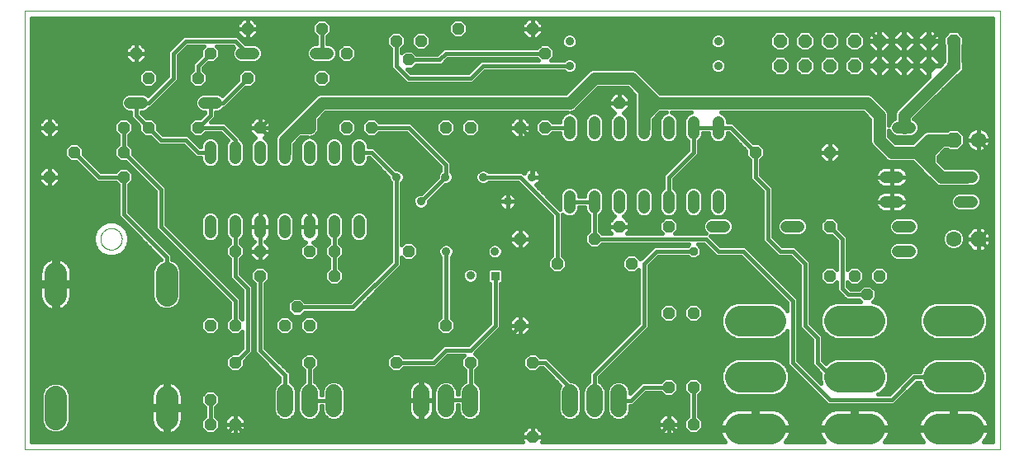
<source format=gbl>
G75*
%MOIN*%
%OFA0B0*%
%FSLAX25Y25*%
%IPPOS*%
%LPD*%
%AMOC8*
5,1,8,0,0,1.08239X$1,22.5*
%
%ADD10C,0.00000*%
%ADD11OC8,0.06300*%
%ADD12C,0.06300*%
%ADD13OC8,0.04800*%
%ADD14C,0.04800*%
%ADD15C,0.08899*%
%ADD16C,0.12443*%
%ADD17C,0.03562*%
%ADD18C,0.06600*%
%ADD19OC8,0.05400*%
%ADD20C,0.01600*%
%ADD21R,0.03562X0.03562*%
%ADD22OC8,0.03562*%
%ADD23C,0.05000*%
D10*
X0007370Y0040620D02*
X0007370Y0217785D01*
X0401071Y0217785D01*
X0401071Y0040620D01*
X0007370Y0040620D01*
X0038039Y0125581D02*
X0038041Y0125712D01*
X0038047Y0125844D01*
X0038057Y0125975D01*
X0038071Y0126106D01*
X0038089Y0126236D01*
X0038111Y0126365D01*
X0038136Y0126494D01*
X0038166Y0126622D01*
X0038200Y0126749D01*
X0038237Y0126876D01*
X0038278Y0127000D01*
X0038323Y0127124D01*
X0038372Y0127246D01*
X0038424Y0127367D01*
X0038480Y0127485D01*
X0038540Y0127603D01*
X0038603Y0127718D01*
X0038670Y0127831D01*
X0038740Y0127943D01*
X0038813Y0128052D01*
X0038889Y0128158D01*
X0038969Y0128263D01*
X0039052Y0128365D01*
X0039138Y0128464D01*
X0039227Y0128561D01*
X0039319Y0128655D01*
X0039414Y0128746D01*
X0039511Y0128835D01*
X0039611Y0128920D01*
X0039714Y0129002D01*
X0039819Y0129081D01*
X0039926Y0129157D01*
X0040036Y0129229D01*
X0040148Y0129298D01*
X0040262Y0129364D01*
X0040377Y0129426D01*
X0040495Y0129485D01*
X0040614Y0129540D01*
X0040735Y0129592D01*
X0040858Y0129639D01*
X0040982Y0129683D01*
X0041107Y0129724D01*
X0041233Y0129760D01*
X0041361Y0129793D01*
X0041489Y0129821D01*
X0041618Y0129846D01*
X0041748Y0129867D01*
X0041878Y0129884D01*
X0042009Y0129897D01*
X0042140Y0129906D01*
X0042271Y0129911D01*
X0042403Y0129912D01*
X0042534Y0129909D01*
X0042666Y0129902D01*
X0042797Y0129891D01*
X0042927Y0129876D01*
X0043057Y0129857D01*
X0043187Y0129834D01*
X0043315Y0129808D01*
X0043443Y0129777D01*
X0043570Y0129742D01*
X0043696Y0129704D01*
X0043820Y0129662D01*
X0043944Y0129616D01*
X0044065Y0129566D01*
X0044185Y0129513D01*
X0044304Y0129456D01*
X0044421Y0129396D01*
X0044535Y0129332D01*
X0044648Y0129264D01*
X0044759Y0129193D01*
X0044868Y0129119D01*
X0044974Y0129042D01*
X0045078Y0128961D01*
X0045179Y0128878D01*
X0045278Y0128791D01*
X0045374Y0128701D01*
X0045467Y0128608D01*
X0045558Y0128513D01*
X0045645Y0128415D01*
X0045730Y0128314D01*
X0045811Y0128211D01*
X0045889Y0128105D01*
X0045964Y0127997D01*
X0046036Y0127887D01*
X0046104Y0127775D01*
X0046169Y0127661D01*
X0046230Y0127544D01*
X0046288Y0127426D01*
X0046342Y0127306D01*
X0046393Y0127185D01*
X0046440Y0127062D01*
X0046483Y0126938D01*
X0046522Y0126813D01*
X0046558Y0126686D01*
X0046589Y0126558D01*
X0046617Y0126430D01*
X0046641Y0126301D01*
X0046661Y0126171D01*
X0046677Y0126040D01*
X0046689Y0125909D01*
X0046697Y0125778D01*
X0046701Y0125647D01*
X0046701Y0125515D01*
X0046697Y0125384D01*
X0046689Y0125253D01*
X0046677Y0125122D01*
X0046661Y0124991D01*
X0046641Y0124861D01*
X0046617Y0124732D01*
X0046589Y0124604D01*
X0046558Y0124476D01*
X0046522Y0124349D01*
X0046483Y0124224D01*
X0046440Y0124100D01*
X0046393Y0123977D01*
X0046342Y0123856D01*
X0046288Y0123736D01*
X0046230Y0123618D01*
X0046169Y0123501D01*
X0046104Y0123387D01*
X0046036Y0123275D01*
X0045964Y0123165D01*
X0045889Y0123057D01*
X0045811Y0122951D01*
X0045730Y0122848D01*
X0045645Y0122747D01*
X0045558Y0122649D01*
X0045467Y0122554D01*
X0045374Y0122461D01*
X0045278Y0122371D01*
X0045179Y0122284D01*
X0045078Y0122201D01*
X0044974Y0122120D01*
X0044868Y0122043D01*
X0044759Y0121969D01*
X0044648Y0121898D01*
X0044536Y0121830D01*
X0044421Y0121766D01*
X0044304Y0121706D01*
X0044185Y0121649D01*
X0044065Y0121596D01*
X0043944Y0121546D01*
X0043820Y0121500D01*
X0043696Y0121458D01*
X0043570Y0121420D01*
X0043443Y0121385D01*
X0043315Y0121354D01*
X0043187Y0121328D01*
X0043057Y0121305D01*
X0042927Y0121286D01*
X0042797Y0121271D01*
X0042666Y0121260D01*
X0042534Y0121253D01*
X0042403Y0121250D01*
X0042271Y0121251D01*
X0042140Y0121256D01*
X0042009Y0121265D01*
X0041878Y0121278D01*
X0041748Y0121295D01*
X0041618Y0121316D01*
X0041489Y0121341D01*
X0041361Y0121369D01*
X0041233Y0121402D01*
X0041107Y0121438D01*
X0040982Y0121479D01*
X0040858Y0121523D01*
X0040735Y0121570D01*
X0040614Y0121622D01*
X0040495Y0121677D01*
X0040377Y0121736D01*
X0040262Y0121798D01*
X0040148Y0121864D01*
X0040036Y0121933D01*
X0039926Y0122005D01*
X0039819Y0122081D01*
X0039714Y0122160D01*
X0039611Y0122242D01*
X0039511Y0122327D01*
X0039414Y0122416D01*
X0039319Y0122507D01*
X0039227Y0122601D01*
X0039138Y0122698D01*
X0039052Y0122797D01*
X0038969Y0122899D01*
X0038889Y0123004D01*
X0038813Y0123110D01*
X0038740Y0123219D01*
X0038670Y0123331D01*
X0038603Y0123444D01*
X0038540Y0123559D01*
X0038480Y0123677D01*
X0038424Y0123795D01*
X0038372Y0123916D01*
X0038323Y0124038D01*
X0038278Y0124162D01*
X0038237Y0124286D01*
X0038200Y0124413D01*
X0038166Y0124540D01*
X0038136Y0124668D01*
X0038111Y0124797D01*
X0038089Y0124926D01*
X0038071Y0125056D01*
X0038057Y0125187D01*
X0038047Y0125318D01*
X0038041Y0125450D01*
X0038039Y0125581D01*
D11*
X0382370Y0165620D03*
X0392370Y0125620D03*
D12*
X0382370Y0125620D03*
X0392370Y0165620D03*
D13*
X0332370Y0160620D03*
X0302370Y0160620D03*
X0267370Y0180620D03*
X0247370Y0180620D03*
X0217370Y0170620D03*
X0207370Y0170620D03*
X0187370Y0170620D03*
X0177370Y0170620D03*
X0147370Y0170620D03*
X0137370Y0170620D03*
X0122370Y0170620D03*
X0102370Y0170620D03*
X0077370Y0170620D03*
X0057370Y0170620D03*
X0047370Y0170620D03*
X0047370Y0160620D03*
X0047370Y0150620D03*
X0027370Y0160620D03*
X0017370Y0170620D03*
X0017370Y0150620D03*
X0092370Y0120620D03*
X0102370Y0120620D03*
X0102370Y0110620D03*
X0122370Y0120620D03*
X0132370Y0120620D03*
X0132370Y0110620D03*
X0117370Y0098120D03*
X0112370Y0090620D03*
X0122370Y0090620D03*
X0122370Y0075620D03*
X0092370Y0075620D03*
X0092370Y0090620D03*
X0082370Y0090620D03*
X0082370Y0060620D03*
X0082370Y0050620D03*
X0092370Y0050620D03*
X0157370Y0075620D03*
X0177370Y0090620D03*
X0187370Y0075620D03*
X0212370Y0075620D03*
X0207370Y0090620D03*
X0222370Y0115620D03*
X0207370Y0125620D03*
X0237370Y0125620D03*
X0247370Y0130620D03*
X0267370Y0130620D03*
X0252370Y0115620D03*
X0267370Y0095620D03*
X0277370Y0095620D03*
X0332370Y0110620D03*
X0342370Y0110620D03*
X0352370Y0110620D03*
X0347370Y0103120D03*
X0332370Y0130620D03*
X0277370Y0065620D03*
X0267370Y0065620D03*
X0267370Y0050620D03*
X0277370Y0050620D03*
X0212370Y0045620D03*
X0162370Y0120620D03*
X0127370Y0190620D03*
X0137370Y0200620D03*
X0127370Y0210620D03*
X0097370Y0210620D03*
X0082370Y0200620D03*
X0077370Y0190620D03*
X0057370Y0190620D03*
X0052370Y0200620D03*
X0097370Y0190620D03*
X0157370Y0205620D03*
X0167370Y0205620D03*
X0162370Y0198120D03*
X0182370Y0210620D03*
X0212370Y0210620D03*
X0217370Y0200620D03*
D14*
X0227370Y0173020D02*
X0227370Y0168220D01*
X0237370Y0168220D02*
X0237370Y0173020D01*
X0247370Y0173020D02*
X0247370Y0168220D01*
X0257370Y0168220D02*
X0257370Y0173020D01*
X0267370Y0173020D02*
X0267370Y0168220D01*
X0277370Y0168220D02*
X0277370Y0173020D01*
X0287370Y0173020D02*
X0287370Y0168220D01*
X0287370Y0143020D02*
X0287370Y0138220D01*
X0284970Y0130620D02*
X0289770Y0130620D01*
X0277370Y0138220D02*
X0277370Y0143020D01*
X0267370Y0143020D02*
X0267370Y0138220D01*
X0257370Y0138220D02*
X0257370Y0143020D01*
X0247370Y0143020D02*
X0247370Y0138220D01*
X0237370Y0138220D02*
X0237370Y0143020D01*
X0227370Y0143020D02*
X0227370Y0138220D01*
X0142370Y0133020D02*
X0142370Y0128220D01*
X0132370Y0128220D02*
X0132370Y0133020D01*
X0122370Y0133020D02*
X0122370Y0128220D01*
X0112370Y0128220D02*
X0112370Y0133020D01*
X0102370Y0133020D02*
X0102370Y0128220D01*
X0092370Y0128220D02*
X0092370Y0133020D01*
X0082370Y0133020D02*
X0082370Y0128220D01*
X0082370Y0158220D02*
X0082370Y0163020D01*
X0092370Y0163020D02*
X0092370Y0158220D01*
X0102370Y0158220D02*
X0102370Y0163020D01*
X0112370Y0163020D02*
X0112370Y0158220D01*
X0122370Y0158220D02*
X0122370Y0163020D01*
X0132370Y0163020D02*
X0132370Y0158220D01*
X0142370Y0158220D02*
X0142370Y0163020D01*
X0084770Y0180620D02*
X0079970Y0180620D01*
X0054770Y0180620D02*
X0049970Y0180620D01*
X0094970Y0200620D02*
X0099770Y0200620D01*
X0124970Y0200620D02*
X0129770Y0200620D01*
X0314970Y0130620D02*
X0319770Y0130620D01*
X0354970Y0140620D02*
X0359770Y0140620D01*
X0359770Y0150620D02*
X0354970Y0150620D01*
X0359970Y0160620D02*
X0364770Y0160620D01*
X0364770Y0170620D02*
X0359970Y0170620D01*
X0384970Y0150620D02*
X0389770Y0150620D01*
X0389770Y0140620D02*
X0384970Y0140620D01*
X0364770Y0130620D02*
X0359970Y0130620D01*
X0359970Y0120620D02*
X0364770Y0120620D01*
D15*
X0064811Y0111802D02*
X0064811Y0102903D01*
X0019929Y0102903D02*
X0019929Y0111802D01*
X0019929Y0061802D02*
X0019929Y0052903D01*
X0064811Y0052903D02*
X0064811Y0061802D01*
D16*
X0296149Y0069754D02*
X0308591Y0069754D01*
X0336149Y0069754D02*
X0348591Y0069754D01*
X0376149Y0069754D02*
X0388591Y0069754D01*
X0388591Y0048888D02*
X0376149Y0048888D01*
X0348591Y0048888D02*
X0336149Y0048888D01*
X0308591Y0048888D02*
X0296149Y0048888D01*
X0296149Y0092589D02*
X0308591Y0092589D01*
X0336149Y0092589D02*
X0348591Y0092589D01*
X0376149Y0092589D02*
X0388591Y0092589D01*
D17*
X0387370Y0105620D03*
X0377370Y0105620D03*
X0372370Y0130620D03*
X0327370Y0120620D03*
X0297370Y0135620D03*
X0317370Y0145620D03*
X0282370Y0155620D03*
X0252370Y0160620D03*
X0242370Y0150620D03*
X0232370Y0150620D03*
X0212213Y0150620D03*
X0202370Y0140778D03*
X0192528Y0150620D03*
X0177213Y0150620D03*
X0167370Y0140778D03*
X0157528Y0150620D03*
X0147370Y0145620D03*
X0137370Y0145620D03*
X0127370Y0145620D03*
X0117370Y0145620D03*
X0097370Y0145620D03*
X0087370Y0145620D03*
X0062370Y0155620D03*
X0037370Y0140620D03*
X0027370Y0140620D03*
X0027370Y0130620D03*
X0042370Y0105620D03*
X0027370Y0090620D03*
X0027370Y0080620D03*
X0057370Y0080620D03*
X0057370Y0090620D03*
X0042370Y0055620D03*
X0137370Y0080620D03*
X0147370Y0080620D03*
X0147370Y0070620D03*
X0147370Y0060620D03*
X0147370Y0050620D03*
X0147370Y0090620D03*
X0157370Y0090620D03*
X0167370Y0090620D03*
X0162370Y0110620D03*
X0177528Y0120620D03*
X0187370Y0110778D03*
X0197213Y0120620D03*
X0212370Y0110620D03*
X0237370Y0110620D03*
X0237370Y0090620D03*
X0247370Y0090620D03*
X0227370Y0090620D03*
X0327370Y0170620D03*
X0287370Y0195620D03*
X0287370Y0205620D03*
X0302370Y0205620D03*
X0262370Y0195620D03*
X0227370Y0195620D03*
X0227370Y0205620D03*
X0182370Y0195620D03*
X0147370Y0210620D03*
X0137370Y0210620D03*
X0142370Y0190620D03*
X0037370Y0190620D03*
X0027370Y0190620D03*
X0027370Y0180620D03*
X0037370Y0180620D03*
X0037370Y0210620D03*
X0027370Y0210620D03*
X0017370Y0210620D03*
D18*
X0112528Y0063605D02*
X0112528Y0057005D01*
X0122370Y0057005D02*
X0122370Y0063605D01*
X0132213Y0063605D02*
X0132213Y0057005D01*
X0167528Y0057005D02*
X0167528Y0063605D01*
X0177370Y0063605D02*
X0177370Y0057005D01*
X0187213Y0057005D02*
X0187213Y0063605D01*
X0227528Y0063605D02*
X0227528Y0057005D01*
X0237370Y0057005D02*
X0237370Y0063605D01*
X0247213Y0063605D02*
X0247213Y0057005D01*
D19*
X0312370Y0195620D03*
X0322370Y0195620D03*
X0332370Y0195620D03*
X0342370Y0195620D03*
X0352370Y0195620D03*
X0362370Y0195620D03*
X0372370Y0195620D03*
X0382370Y0195620D03*
X0382370Y0205620D03*
X0372370Y0205620D03*
X0362370Y0205620D03*
X0352370Y0205620D03*
X0342370Y0205620D03*
X0332370Y0205620D03*
X0322370Y0205620D03*
X0312370Y0205620D03*
D20*
X0309416Y0208464D02*
X0288817Y0208464D01*
X0289172Y0208317D02*
X0288003Y0208801D01*
X0286737Y0208801D01*
X0285568Y0208317D01*
X0284673Y0207422D01*
X0284189Y0206253D01*
X0284189Y0204987D01*
X0284673Y0203818D01*
X0285568Y0202923D01*
X0286737Y0202439D01*
X0288003Y0202439D01*
X0289172Y0202923D01*
X0290067Y0203818D01*
X0290551Y0204987D01*
X0290551Y0206253D01*
X0290067Y0207422D01*
X0289172Y0208317D01*
X0290298Y0206865D02*
X0308270Y0206865D01*
X0308270Y0207318D02*
X0308270Y0203922D01*
X0310672Y0201520D01*
X0314068Y0201520D01*
X0316470Y0203922D01*
X0316470Y0207318D01*
X0314068Y0209720D01*
X0310672Y0209720D01*
X0308270Y0207318D01*
X0308270Y0205267D02*
X0290551Y0205267D01*
X0289917Y0203668D02*
X0308524Y0203668D01*
X0310122Y0202070D02*
X0221170Y0202070D01*
X0221170Y0202194D02*
X0218944Y0204420D01*
X0215796Y0204420D01*
X0214196Y0202820D01*
X0176459Y0202820D01*
X0175170Y0201531D01*
X0173959Y0200320D01*
X0165544Y0200320D01*
X0163944Y0201920D01*
X0160796Y0201920D01*
X0159570Y0200694D01*
X0159570Y0202446D01*
X0161170Y0204046D01*
X0161170Y0207194D01*
X0158944Y0209420D01*
X0155796Y0209420D01*
X0153570Y0207194D01*
X0153570Y0204046D01*
X0155170Y0202446D01*
X0155170Y0194709D01*
X0160170Y0189709D01*
X0161459Y0188420D01*
X0188281Y0188420D01*
X0193281Y0193420D01*
X0225071Y0193420D01*
X0225568Y0192923D01*
X0226737Y0192439D01*
X0228003Y0192439D01*
X0229172Y0192923D01*
X0230067Y0193818D01*
X0230551Y0194987D01*
X0230551Y0196253D01*
X0230067Y0197422D01*
X0229172Y0198317D01*
X0228003Y0198801D01*
X0226737Y0198801D01*
X0225568Y0198317D01*
X0225071Y0197820D01*
X0219944Y0197820D01*
X0221170Y0199046D01*
X0221170Y0202194D01*
X0221170Y0200471D02*
X0378470Y0200471D01*
X0378470Y0198873D02*
X0375481Y0198873D01*
X0374234Y0200120D02*
X0372470Y0200120D01*
X0372470Y0195720D01*
X0372270Y0195720D01*
X0372270Y0195520D01*
X0372470Y0195520D01*
X0372470Y0191236D01*
X0360161Y0178926D01*
X0360161Y0178926D01*
X0359064Y0177829D01*
X0358470Y0176396D01*
X0358470Y0174112D01*
X0357818Y0173842D01*
X0356749Y0172773D01*
X0356270Y0171617D01*
X0356270Y0176396D01*
X0355676Y0177829D01*
X0354579Y0178926D01*
X0349579Y0183926D01*
X0348146Y0184520D01*
X0263985Y0184520D01*
X0260676Y0187829D01*
X0259579Y0188926D01*
X0254579Y0193926D01*
X0253146Y0194520D01*
X0236594Y0194520D01*
X0235161Y0193926D01*
X0225755Y0184520D01*
X0126594Y0184520D01*
X0125161Y0183926D01*
X0124064Y0182829D01*
X0119064Y0177829D01*
X0115161Y0173926D01*
X0115161Y0173926D01*
X0110161Y0168926D01*
X0109064Y0167829D01*
X0108470Y0166396D01*
X0108470Y0159844D01*
X0108570Y0159603D01*
X0108570Y0157464D01*
X0109149Y0156068D01*
X0110218Y0154999D01*
X0111614Y0154420D01*
X0113126Y0154420D01*
X0114523Y0154999D01*
X0115592Y0156068D01*
X0116170Y0157464D01*
X0116170Y0159603D01*
X0116270Y0159844D01*
X0116270Y0164005D01*
X0118986Y0166720D01*
X0121373Y0166720D01*
X0120218Y0166242D01*
X0119149Y0165173D01*
X0118570Y0163776D01*
X0118570Y0157464D01*
X0119149Y0156068D01*
X0120218Y0154999D01*
X0121614Y0154420D01*
X0123126Y0154420D01*
X0124523Y0154999D01*
X0125592Y0156068D01*
X0126170Y0157464D01*
X0126170Y0163776D01*
X0125592Y0165173D01*
X0124523Y0166242D01*
X0123257Y0166766D01*
X0123387Y0166820D01*
X0123944Y0166820D01*
X0124338Y0167214D01*
X0124579Y0167314D01*
X0125676Y0168411D01*
X0125776Y0168652D01*
X0126170Y0169046D01*
X0126170Y0169603D01*
X0126270Y0169844D01*
X0126270Y0174005D01*
X0128986Y0176720D01*
X0226373Y0176720D01*
X0225218Y0176242D01*
X0224149Y0175173D01*
X0223570Y0173776D01*
X0223570Y0172820D01*
X0220544Y0172820D01*
X0218944Y0174420D01*
X0215796Y0174420D01*
X0213570Y0172194D01*
X0213570Y0169046D01*
X0215796Y0166820D01*
X0218944Y0166820D01*
X0220544Y0168420D01*
X0223570Y0168420D01*
X0223570Y0167464D01*
X0224149Y0166068D01*
X0225218Y0164999D01*
X0226614Y0164420D01*
X0228126Y0164420D01*
X0229523Y0164999D01*
X0230592Y0166068D01*
X0231170Y0167464D01*
X0231170Y0173776D01*
X0230592Y0175173D01*
X0229523Y0176242D01*
X0228257Y0176766D01*
X0229579Y0177314D01*
X0230676Y0178411D01*
X0238986Y0186720D01*
X0250755Y0186720D01*
X0253470Y0184005D01*
X0253470Y0169844D01*
X0253570Y0169603D01*
X0253570Y0167464D01*
X0254149Y0166068D01*
X0255218Y0164999D01*
X0256614Y0164420D01*
X0258126Y0164420D01*
X0259523Y0164999D01*
X0260592Y0166068D01*
X0261170Y0167464D01*
X0261170Y0169603D01*
X0261270Y0169844D01*
X0261270Y0174005D01*
X0263985Y0176720D01*
X0266373Y0176720D01*
X0265218Y0176242D01*
X0264149Y0175173D01*
X0263570Y0173776D01*
X0263570Y0167464D01*
X0264149Y0166068D01*
X0265218Y0164999D01*
X0266614Y0164420D01*
X0268126Y0164420D01*
X0269523Y0164999D01*
X0270592Y0166068D01*
X0271170Y0167464D01*
X0271170Y0173776D01*
X0270592Y0175173D01*
X0269523Y0176242D01*
X0268367Y0176720D01*
X0276373Y0176720D01*
X0275218Y0176242D01*
X0274149Y0175173D01*
X0273570Y0173776D01*
X0273570Y0167464D01*
X0274149Y0166068D01*
X0275170Y0165046D01*
X0275170Y0161531D01*
X0266459Y0152820D01*
X0265170Y0151531D01*
X0265170Y0146194D01*
X0264149Y0145173D01*
X0263570Y0143776D01*
X0263570Y0137464D01*
X0264149Y0136068D01*
X0265218Y0134999D01*
X0266614Y0134420D01*
X0268126Y0134420D01*
X0269523Y0134999D01*
X0270592Y0136068D01*
X0271170Y0137464D01*
X0271170Y0143776D01*
X0270592Y0145173D01*
X0269570Y0146194D01*
X0269570Y0149709D01*
X0279570Y0159709D01*
X0279570Y0165046D01*
X0280592Y0166068D01*
X0281170Y0167464D01*
X0281170Y0168420D01*
X0283570Y0168420D01*
X0283570Y0167464D01*
X0284149Y0166068D01*
X0285218Y0164999D01*
X0286614Y0164420D01*
X0288126Y0164420D01*
X0289523Y0164999D01*
X0290592Y0166068D01*
X0291170Y0167464D01*
X0291170Y0168420D01*
X0291459Y0168420D01*
X0298570Y0161309D01*
X0298570Y0159046D01*
X0300170Y0157446D01*
X0300170Y0149709D01*
X0305170Y0144709D01*
X0305170Y0124709D01*
X0310170Y0119709D01*
X0310170Y0119709D01*
X0311459Y0118420D01*
X0316459Y0118420D01*
X0320170Y0114709D01*
X0320170Y0089709D01*
X0325170Y0084709D01*
X0325170Y0074709D01*
X0326459Y0073420D01*
X0328551Y0071327D01*
X0328528Y0071270D01*
X0328528Y0068238D01*
X0328997Y0067104D01*
X0319570Y0076531D01*
X0319570Y0101531D01*
X0299570Y0121531D01*
X0298281Y0122820D01*
X0288281Y0122820D01*
X0284570Y0126531D01*
X0284281Y0126820D01*
X0290526Y0126820D01*
X0291923Y0127399D01*
X0292992Y0128468D01*
X0293570Y0129864D01*
X0293570Y0131376D01*
X0292992Y0132773D01*
X0291923Y0133842D01*
X0290526Y0134420D01*
X0284214Y0134420D01*
X0282818Y0133842D01*
X0281749Y0132773D01*
X0281170Y0131376D01*
X0281170Y0129864D01*
X0281749Y0128468D01*
X0282396Y0127820D01*
X0269944Y0127820D01*
X0271170Y0129046D01*
X0271170Y0132194D01*
X0268944Y0134420D01*
X0265796Y0134420D01*
X0263570Y0132194D01*
X0263570Y0129046D01*
X0264796Y0127820D01*
X0250510Y0127820D01*
X0251570Y0128880D01*
X0251570Y0130620D01*
X0247370Y0130620D01*
X0243170Y0130620D01*
X0243170Y0128880D01*
X0244230Y0127820D01*
X0240544Y0127820D01*
X0239570Y0128794D01*
X0239570Y0135046D01*
X0240592Y0136068D01*
X0241170Y0137464D01*
X0241170Y0143776D01*
X0240592Y0145173D01*
X0239523Y0146242D01*
X0238126Y0146820D01*
X0236614Y0146820D01*
X0235218Y0146242D01*
X0234149Y0145173D01*
X0233570Y0143776D01*
X0233570Y0142820D01*
X0231170Y0142820D01*
X0231170Y0143776D01*
X0230592Y0145173D01*
X0229523Y0146242D01*
X0228126Y0146820D01*
X0226614Y0146820D01*
X0225218Y0146242D01*
X0224149Y0145173D01*
X0223570Y0143776D01*
X0223570Y0137531D01*
X0223281Y0137820D01*
X0213729Y0147372D01*
X0213909Y0147447D01*
X0214495Y0147838D01*
X0214994Y0148337D01*
X0215386Y0148924D01*
X0215656Y0149576D01*
X0215794Y0150267D01*
X0215794Y0150620D01*
X0212213Y0150620D01*
X0212213Y0150620D01*
X0215794Y0150620D01*
X0215794Y0150973D01*
X0215656Y0151665D01*
X0215386Y0152316D01*
X0214994Y0152903D01*
X0214495Y0153402D01*
X0213909Y0153794D01*
X0213257Y0154064D01*
X0212565Y0154201D01*
X0212213Y0154201D01*
X0212213Y0150620D01*
X0212370Y0150778D01*
X0212370Y0165620D01*
X0207370Y0170620D01*
X0207370Y0170620D01*
X0207370Y0166420D01*
X0205630Y0166420D01*
X0203170Y0168880D01*
X0203170Y0170620D01*
X0207370Y0170620D01*
X0207370Y0170620D01*
X0207370Y0166420D01*
X0209110Y0166420D01*
X0211570Y0168880D01*
X0211570Y0170620D01*
X0207370Y0170620D01*
X0203170Y0170620D01*
X0203170Y0172360D01*
X0205630Y0174820D01*
X0207370Y0174820D01*
X0207370Y0170620D01*
X0207370Y0170620D01*
X0207370Y0170620D01*
X0211570Y0170620D01*
X0211570Y0172360D01*
X0209110Y0174820D01*
X0207370Y0174820D01*
X0207370Y0170620D01*
X0207370Y0170099D02*
X0207370Y0170099D01*
X0207370Y0168501D02*
X0207370Y0168501D01*
X0207370Y0166902D02*
X0207370Y0166902D01*
X0205148Y0166902D02*
X0189026Y0166902D01*
X0188944Y0166820D02*
X0191170Y0169046D01*
X0191170Y0172194D01*
X0188944Y0174420D01*
X0185796Y0174420D01*
X0183570Y0172194D01*
X0183570Y0169046D01*
X0185796Y0166820D01*
X0188944Y0166820D01*
X0190625Y0168501D02*
X0203549Y0168501D01*
X0203170Y0170099D02*
X0191170Y0170099D01*
X0191170Y0171698D02*
X0203170Y0171698D01*
X0204107Y0173297D02*
X0190068Y0173297D01*
X0184673Y0173297D02*
X0180068Y0173297D01*
X0181170Y0172194D02*
X0178944Y0174420D01*
X0175796Y0174420D01*
X0173570Y0172194D01*
X0173570Y0169046D01*
X0175796Y0166820D01*
X0178944Y0166820D01*
X0181170Y0169046D01*
X0181170Y0172194D01*
X0181170Y0171698D02*
X0183570Y0171698D01*
X0183570Y0170099D02*
X0181170Y0170099D01*
X0180625Y0168501D02*
X0184115Y0168501D01*
X0185714Y0166902D02*
X0179026Y0166902D01*
X0175714Y0166902D02*
X0169199Y0166902D01*
X0170797Y0165304D02*
X0224912Y0165304D01*
X0223803Y0166902D02*
X0219026Y0166902D01*
X0215714Y0166902D02*
X0209592Y0166902D01*
X0211191Y0168501D02*
X0214115Y0168501D01*
X0213570Y0170099D02*
X0211570Y0170099D01*
X0211570Y0171698D02*
X0213570Y0171698D01*
X0214673Y0173297D02*
X0210633Y0173297D01*
X0207370Y0173297D02*
X0207370Y0173297D01*
X0207370Y0171698D02*
X0207370Y0171698D01*
X0217370Y0170620D02*
X0227370Y0170620D01*
X0231170Y0170099D02*
X0233570Y0170099D01*
X0233570Y0168501D02*
X0231170Y0168501D01*
X0230937Y0166902D02*
X0233803Y0166902D01*
X0233570Y0167464D02*
X0234149Y0166068D01*
X0235218Y0164999D01*
X0236614Y0164420D01*
X0238126Y0164420D01*
X0239523Y0164999D01*
X0240592Y0166068D01*
X0241170Y0167464D01*
X0241170Y0173776D01*
X0240592Y0175173D01*
X0239523Y0176242D01*
X0238126Y0176820D01*
X0236614Y0176820D01*
X0235218Y0176242D01*
X0234149Y0175173D01*
X0233570Y0173776D01*
X0233570Y0167464D01*
X0234912Y0165304D02*
X0229828Y0165304D01*
X0239828Y0165304D02*
X0244912Y0165304D01*
X0245218Y0164999D02*
X0246614Y0164420D01*
X0248126Y0164420D01*
X0249523Y0164999D01*
X0250592Y0166068D01*
X0251170Y0167464D01*
X0251170Y0173776D01*
X0250592Y0175173D01*
X0249523Y0176242D01*
X0249092Y0176420D01*
X0249110Y0176420D01*
X0251570Y0178880D01*
X0251570Y0180620D01*
X0247370Y0180620D01*
X0243170Y0180620D01*
X0243170Y0178880D01*
X0245630Y0176420D01*
X0245649Y0176420D01*
X0245218Y0176242D01*
X0244149Y0175173D01*
X0243570Y0173776D01*
X0243570Y0167464D01*
X0244149Y0166068D01*
X0245218Y0164999D01*
X0243803Y0166902D02*
X0240937Y0166902D01*
X0241170Y0168501D02*
X0243570Y0168501D01*
X0243570Y0170099D02*
X0241170Y0170099D01*
X0241170Y0171698D02*
X0243570Y0171698D01*
X0243570Y0173297D02*
X0241170Y0173297D01*
X0240707Y0174895D02*
X0244034Y0174895D01*
X0245557Y0176494D02*
X0238914Y0176494D01*
X0235826Y0176494D02*
X0228914Y0176494D01*
X0230357Y0178092D02*
X0243958Y0178092D01*
X0243170Y0179691D02*
X0231956Y0179691D01*
X0230676Y0178411D02*
X0230676Y0178411D01*
X0233554Y0181289D02*
X0243170Y0181289D01*
X0243170Y0180620D02*
X0247370Y0180620D01*
X0247370Y0180620D01*
X0247370Y0180620D01*
X0247370Y0184820D01*
X0245630Y0184820D01*
X0243170Y0182360D01*
X0243170Y0180620D01*
X0243698Y0182888D02*
X0235153Y0182888D01*
X0236752Y0184486D02*
X0245296Y0184486D01*
X0247370Y0184486D02*
X0247370Y0184486D01*
X0247370Y0184820D02*
X0249110Y0184820D01*
X0251570Y0182360D01*
X0251570Y0180620D01*
X0247370Y0180620D01*
X0247370Y0180620D01*
X0247370Y0184820D01*
X0247370Y0182888D02*
X0247370Y0182888D01*
X0247370Y0181289D02*
X0247370Y0181289D01*
X0251042Y0182888D02*
X0253470Y0182888D01*
X0253470Y0181289D02*
X0251570Y0181289D01*
X0251570Y0179691D02*
X0253470Y0179691D01*
X0253470Y0178092D02*
X0250782Y0178092D01*
X0249183Y0176494D02*
X0253470Y0176494D01*
X0253470Y0174895D02*
X0250707Y0174895D01*
X0251170Y0173297D02*
X0253470Y0173297D01*
X0253470Y0171698D02*
X0251170Y0171698D01*
X0251170Y0170099D02*
X0253470Y0170099D01*
X0253570Y0168501D02*
X0251170Y0168501D01*
X0250937Y0166902D02*
X0253803Y0166902D01*
X0254912Y0165304D02*
X0249828Y0165304D01*
X0259828Y0165304D02*
X0264912Y0165304D01*
X0263803Y0166902D02*
X0260937Y0166902D01*
X0261170Y0168501D02*
X0263570Y0168501D01*
X0263570Y0170099D02*
X0261270Y0170099D01*
X0261270Y0171698D02*
X0263570Y0171698D01*
X0263570Y0173297D02*
X0261270Y0173297D01*
X0262160Y0174895D02*
X0264034Y0174895D01*
X0263759Y0176494D02*
X0265826Y0176494D01*
X0268914Y0176494D02*
X0275826Y0176494D01*
X0274034Y0174895D02*
X0270707Y0174895D01*
X0271170Y0173297D02*
X0273570Y0173297D01*
X0273570Y0171698D02*
X0271170Y0171698D01*
X0271170Y0170099D02*
X0273570Y0170099D01*
X0273570Y0168501D02*
X0271170Y0168501D01*
X0270937Y0166902D02*
X0273803Y0166902D01*
X0274912Y0165304D02*
X0269828Y0165304D01*
X0275170Y0163705D02*
X0172396Y0163705D01*
X0173994Y0162107D02*
X0275170Y0162107D01*
X0274147Y0160508D02*
X0175593Y0160508D01*
X0177191Y0158910D02*
X0272549Y0158910D01*
X0270950Y0157311D02*
X0178790Y0157311D01*
X0178281Y0157820D02*
X0163281Y0172820D01*
X0150544Y0172820D01*
X0148944Y0174420D01*
X0145796Y0174420D01*
X0143570Y0172194D01*
X0143570Y0169046D01*
X0145796Y0166820D01*
X0148944Y0166820D01*
X0150544Y0168420D01*
X0161459Y0168420D01*
X0175170Y0154709D01*
X0175170Y0153076D01*
X0174516Y0152422D01*
X0174031Y0151253D01*
X0174031Y0150550D01*
X0167440Y0143959D01*
X0166737Y0143959D01*
X0165568Y0143474D01*
X0164673Y0142580D01*
X0164189Y0141410D01*
X0164189Y0140145D01*
X0164673Y0138976D01*
X0165568Y0138081D01*
X0166737Y0137596D01*
X0168003Y0137596D01*
X0169172Y0138081D01*
X0170067Y0138976D01*
X0170551Y0140145D01*
X0170551Y0140847D01*
X0177143Y0147439D01*
X0177845Y0147439D01*
X0179015Y0147923D01*
X0179909Y0148818D01*
X0180394Y0149987D01*
X0180394Y0151253D01*
X0179909Y0152422D01*
X0179570Y0152761D01*
X0179570Y0156531D01*
X0178281Y0157820D01*
X0177370Y0155620D02*
X0177370Y0150778D01*
X0177213Y0150620D01*
X0167370Y0140778D01*
X0165019Y0142925D02*
X0159570Y0142925D01*
X0159570Y0144523D02*
X0168005Y0144523D01*
X0169603Y0146122D02*
X0159570Y0146122D01*
X0159570Y0147720D02*
X0171202Y0147720D01*
X0172800Y0149319D02*
X0160432Y0149319D01*
X0160224Y0148818D02*
X0160709Y0149987D01*
X0160709Y0151253D01*
X0160224Y0152422D01*
X0159330Y0153317D01*
X0158160Y0153801D01*
X0157300Y0153801D01*
X0149570Y0161531D01*
X0148281Y0162820D01*
X0146170Y0162820D01*
X0146170Y0163776D01*
X0145592Y0165173D01*
X0144523Y0166242D01*
X0143126Y0166820D01*
X0141614Y0166820D01*
X0140218Y0166242D01*
X0139149Y0165173D01*
X0138570Y0163776D01*
X0138570Y0157464D01*
X0139149Y0156068D01*
X0140218Y0154999D01*
X0141614Y0154420D01*
X0143126Y0154420D01*
X0144523Y0154999D01*
X0145592Y0156068D01*
X0146170Y0157464D01*
X0146170Y0158420D01*
X0146459Y0158420D01*
X0154346Y0150532D01*
X0154346Y0149987D01*
X0154831Y0148818D01*
X0155170Y0148479D01*
X0155170Y0116531D01*
X0138959Y0100320D01*
X0120544Y0100320D01*
X0118944Y0101920D01*
X0115796Y0101920D01*
X0113570Y0099694D01*
X0113570Y0096546D01*
X0115796Y0094320D01*
X0118944Y0094320D01*
X0120544Y0095920D01*
X0140781Y0095920D01*
X0158281Y0113420D01*
X0159570Y0114709D01*
X0159570Y0118046D01*
X0160796Y0116820D01*
X0163944Y0116820D01*
X0166170Y0119046D01*
X0166170Y0122194D01*
X0163944Y0124420D01*
X0160796Y0124420D01*
X0159570Y0123194D01*
X0159570Y0148164D01*
X0160224Y0148818D01*
X0160709Y0150917D02*
X0174031Y0150917D01*
X0174610Y0152516D02*
X0160131Y0152516D01*
X0157528Y0150620D02*
X0157370Y0150620D01*
X0147370Y0160620D01*
X0142370Y0160620D01*
X0138570Y0160508D02*
X0136170Y0160508D01*
X0136170Y0158910D02*
X0138570Y0158910D01*
X0138633Y0157311D02*
X0136107Y0157311D01*
X0136170Y0157464D02*
X0136170Y0163776D01*
X0135592Y0165173D01*
X0134523Y0166242D01*
X0133126Y0166820D01*
X0131614Y0166820D01*
X0130218Y0166242D01*
X0129149Y0165173D01*
X0128570Y0163776D01*
X0128570Y0157464D01*
X0129149Y0156068D01*
X0130218Y0154999D01*
X0131614Y0154420D01*
X0133126Y0154420D01*
X0134523Y0154999D01*
X0135592Y0156068D01*
X0136170Y0157464D01*
X0135237Y0155713D02*
X0139503Y0155713D01*
X0145237Y0155713D02*
X0149166Y0155713D01*
X0147567Y0157311D02*
X0146107Y0157311D01*
X0150764Y0154114D02*
X0056987Y0154114D01*
X0058586Y0152516D02*
X0152363Y0152516D01*
X0153962Y0150917D02*
X0060184Y0150917D01*
X0061783Y0149319D02*
X0154623Y0149319D01*
X0155170Y0147720D02*
X0063381Y0147720D01*
X0063281Y0147820D02*
X0051170Y0159931D01*
X0051170Y0162194D01*
X0049570Y0163794D01*
X0049570Y0167446D01*
X0051170Y0169046D01*
X0051170Y0172194D01*
X0048944Y0174420D01*
X0045796Y0174420D01*
X0043570Y0172194D01*
X0043570Y0169046D01*
X0045170Y0167446D01*
X0045170Y0163794D01*
X0043570Y0162194D01*
X0043570Y0159046D01*
X0045796Y0156820D01*
X0048059Y0156820D01*
X0060170Y0144709D01*
X0060170Y0129709D01*
X0061459Y0128420D01*
X0090170Y0099709D01*
X0090170Y0093794D01*
X0088570Y0092194D01*
X0088570Y0089046D01*
X0090796Y0086820D01*
X0093944Y0086820D01*
X0095170Y0088046D01*
X0095170Y0081531D01*
X0093059Y0079420D01*
X0090796Y0079420D01*
X0088570Y0077194D01*
X0088570Y0074046D01*
X0090796Y0071820D01*
X0093944Y0071820D01*
X0096170Y0074046D01*
X0096170Y0076309D01*
X0098281Y0078420D01*
X0099570Y0079709D01*
X0099570Y0106531D01*
X0094570Y0111531D01*
X0094570Y0117446D01*
X0096170Y0119046D01*
X0096170Y0122194D01*
X0094570Y0123794D01*
X0094570Y0125046D01*
X0095592Y0126068D01*
X0096170Y0127464D01*
X0096170Y0133776D01*
X0095592Y0135173D01*
X0094523Y0136242D01*
X0093126Y0136820D01*
X0091614Y0136820D01*
X0090218Y0136242D01*
X0089149Y0135173D01*
X0088570Y0133776D01*
X0088570Y0127464D01*
X0089149Y0126068D01*
X0090170Y0125046D01*
X0090170Y0123794D01*
X0088570Y0122194D01*
X0088570Y0119046D01*
X0090170Y0117446D01*
X0090170Y0109709D01*
X0091459Y0108420D01*
X0095170Y0104709D01*
X0095170Y0093194D01*
X0094570Y0093794D01*
X0094570Y0101531D01*
X0064570Y0131531D01*
X0064570Y0146531D01*
X0063281Y0147820D01*
X0064570Y0146122D02*
X0155170Y0146122D01*
X0155170Y0144523D02*
X0064570Y0144523D01*
X0064570Y0142925D02*
X0155170Y0142925D01*
X0155170Y0141326D02*
X0064570Y0141326D01*
X0064570Y0139728D02*
X0155170Y0139728D01*
X0155170Y0138129D02*
X0064570Y0138129D01*
X0064570Y0136531D02*
X0080916Y0136531D01*
X0081614Y0136820D02*
X0080218Y0136242D01*
X0079149Y0135173D01*
X0078570Y0133776D01*
X0078570Y0127464D01*
X0079149Y0126068D01*
X0080218Y0124999D01*
X0081614Y0124420D01*
X0083126Y0124420D01*
X0084523Y0124999D01*
X0085592Y0126068D01*
X0086170Y0127464D01*
X0086170Y0133776D01*
X0085592Y0135173D01*
X0084523Y0136242D01*
X0083126Y0136820D01*
X0081614Y0136820D01*
X0083824Y0136531D02*
X0090916Y0136531D01*
X0089049Y0134932D02*
X0085691Y0134932D01*
X0086170Y0133334D02*
X0088570Y0133334D01*
X0088570Y0131735D02*
X0086170Y0131735D01*
X0086170Y0130137D02*
X0088570Y0130137D01*
X0088570Y0128538D02*
X0086170Y0128538D01*
X0085953Y0126940D02*
X0088787Y0126940D01*
X0089875Y0125341D02*
X0084865Y0125341D01*
X0090119Y0123743D02*
X0072359Y0123743D01*
X0070760Y0125341D02*
X0079875Y0125341D01*
X0078787Y0126940D02*
X0069162Y0126940D01*
X0067563Y0128538D02*
X0078570Y0128538D01*
X0078570Y0130137D02*
X0065965Y0130137D01*
X0064570Y0131735D02*
X0078570Y0131735D01*
X0078570Y0133334D02*
X0064570Y0133334D01*
X0064570Y0134932D02*
X0079049Y0134932D01*
X0092370Y0130620D02*
X0092370Y0120620D01*
X0092370Y0110620D01*
X0097370Y0105620D01*
X0097370Y0080620D01*
X0092370Y0075620D01*
X0088570Y0075787D02*
X0010170Y0075787D01*
X0010170Y0074189D02*
X0088570Y0074189D01*
X0090026Y0072590D02*
X0010170Y0072590D01*
X0010170Y0070992D02*
X0108887Y0070992D01*
X0110328Y0069551D02*
X0110328Y0067781D01*
X0109865Y0067590D01*
X0108543Y0066267D01*
X0107828Y0064540D01*
X0107828Y0056070D01*
X0108543Y0054343D01*
X0109865Y0053021D01*
X0111593Y0052305D01*
X0113462Y0052305D01*
X0115190Y0053021D01*
X0116512Y0054343D01*
X0117228Y0056070D01*
X0117228Y0064540D01*
X0116512Y0066267D01*
X0115190Y0067590D01*
X0114728Y0067781D01*
X0114728Y0071374D01*
X0104570Y0081531D01*
X0104570Y0107446D01*
X0106170Y0109046D01*
X0106170Y0112194D01*
X0103944Y0114420D01*
X0100796Y0114420D01*
X0098570Y0112194D01*
X0098570Y0109046D01*
X0100170Y0107446D01*
X0100170Y0079709D01*
X0110328Y0069551D01*
X0110328Y0069393D02*
X0010170Y0069393D01*
X0010170Y0067795D02*
X0063031Y0067795D01*
X0063348Y0067898D02*
X0062412Y0067594D01*
X0061536Y0067147D01*
X0060740Y0066569D01*
X0060044Y0065873D01*
X0059466Y0065077D01*
X0059019Y0064201D01*
X0058715Y0063265D01*
X0058561Y0062294D01*
X0058561Y0058127D01*
X0064036Y0058127D01*
X0064036Y0056578D01*
X0058561Y0056578D01*
X0058561Y0052411D01*
X0058715Y0051439D01*
X0059019Y0050504D01*
X0059466Y0049627D01*
X0060044Y0048831D01*
X0060740Y0048136D01*
X0061536Y0047558D01*
X0062412Y0047111D01*
X0063348Y0046807D01*
X0064036Y0046698D01*
X0064036Y0056577D01*
X0065586Y0056577D01*
X0065586Y0046698D01*
X0066274Y0046807D01*
X0067210Y0047111D01*
X0068087Y0047558D01*
X0068882Y0048136D01*
X0069578Y0048831D01*
X0070156Y0049627D01*
X0070603Y0050504D01*
X0070907Y0051439D01*
X0071061Y0052411D01*
X0071061Y0056578D01*
X0065586Y0056578D01*
X0065586Y0058127D01*
X0071061Y0058127D01*
X0071061Y0062294D01*
X0070907Y0063265D01*
X0070603Y0064201D01*
X0070156Y0065077D01*
X0069578Y0065873D01*
X0068882Y0066569D01*
X0068087Y0067147D01*
X0067210Y0067594D01*
X0066274Y0067898D01*
X0065586Y0068007D01*
X0065586Y0058127D01*
X0064036Y0058127D01*
X0064036Y0068007D01*
X0063348Y0067898D01*
X0064036Y0067795D02*
X0065586Y0067795D01*
X0066591Y0067795D02*
X0110328Y0067795D01*
X0108514Y0066196D02*
X0069255Y0066196D01*
X0070401Y0064598D02*
X0107851Y0064598D01*
X0107828Y0062999D02*
X0085365Y0062999D01*
X0086170Y0062194D02*
X0083944Y0064420D01*
X0080796Y0064420D01*
X0078570Y0062194D01*
X0078570Y0059046D01*
X0080170Y0057446D01*
X0080170Y0053794D01*
X0078570Y0052194D01*
X0078570Y0049046D01*
X0080796Y0046820D01*
X0083944Y0046820D01*
X0086170Y0049046D01*
X0086170Y0052194D01*
X0084570Y0053794D01*
X0084570Y0057446D01*
X0086170Y0059046D01*
X0086170Y0062194D01*
X0086170Y0061401D02*
X0107828Y0061401D01*
X0107828Y0059802D02*
X0086170Y0059802D01*
X0085328Y0058204D02*
X0107828Y0058204D01*
X0107828Y0056605D02*
X0084570Y0056605D01*
X0084570Y0055007D02*
X0108268Y0055007D01*
X0109478Y0053408D02*
X0095522Y0053408D01*
X0096570Y0052360D02*
X0094110Y0054820D01*
X0092370Y0054820D01*
X0090630Y0054820D01*
X0088170Y0052360D01*
X0088170Y0050620D01*
X0088170Y0048880D01*
X0090630Y0046420D01*
X0092370Y0046420D01*
X0092370Y0050620D01*
X0092370Y0050620D01*
X0088170Y0050620D01*
X0092370Y0050620D01*
X0092370Y0050620D01*
X0087370Y0045620D01*
X0077370Y0045620D01*
X0072370Y0050620D01*
X0072370Y0055620D01*
X0070638Y0057352D01*
X0064811Y0057352D01*
X0055638Y0057352D01*
X0042370Y0070620D01*
X0042370Y0090620D01*
X0025638Y0107352D01*
X0019929Y0107352D01*
X0019929Y0118061D01*
X0017370Y0120620D01*
X0017370Y0150620D01*
X0017370Y0150620D01*
X0017370Y0146420D01*
X0015630Y0146420D01*
X0013170Y0148880D01*
X0013170Y0150620D01*
X0017370Y0150620D01*
X0017370Y0150620D01*
X0017370Y0195620D01*
X0022370Y0200620D01*
X0052370Y0200620D01*
X0052370Y0200620D01*
X0052370Y0196420D01*
X0050630Y0196420D01*
X0048170Y0198880D01*
X0048170Y0200620D01*
X0052370Y0200620D01*
X0052370Y0200620D01*
X0052370Y0205620D01*
X0057370Y0210620D01*
X0097370Y0210620D01*
X0097370Y0210620D01*
X0097370Y0206420D01*
X0095630Y0206420D01*
X0093170Y0208880D01*
X0093170Y0210620D01*
X0097370Y0210620D01*
X0097370Y0210620D01*
X0102370Y0210620D01*
X0107370Y0205620D01*
X0107370Y0175620D01*
X0102370Y0170620D01*
X0098170Y0170620D01*
X0098170Y0168880D01*
X0100630Y0166420D01*
X0100649Y0166420D01*
X0100218Y0166242D01*
X0099149Y0165173D01*
X0098570Y0163776D01*
X0098570Y0157464D01*
X0099149Y0156068D01*
X0100218Y0154999D01*
X0101614Y0154420D01*
X0103126Y0154420D01*
X0104523Y0154999D01*
X0105592Y0156068D01*
X0106170Y0157464D01*
X0106170Y0163776D01*
X0105592Y0165173D01*
X0104523Y0166242D01*
X0104092Y0166420D01*
X0104110Y0166420D01*
X0106570Y0168880D01*
X0106570Y0170620D01*
X0102370Y0170620D01*
X0102370Y0170620D01*
X0107370Y0165620D01*
X0107370Y0140620D01*
X0102370Y0135620D01*
X0102370Y0120620D01*
X0102370Y0120620D01*
X0102370Y0116420D01*
X0100630Y0116420D01*
X0098170Y0118880D01*
X0098170Y0120620D01*
X0102370Y0120620D01*
X0102370Y0120620D01*
X0102370Y0116420D01*
X0104110Y0116420D01*
X0106570Y0118880D01*
X0106570Y0120620D01*
X0102370Y0120620D01*
X0098170Y0120620D01*
X0098170Y0122360D01*
X0100347Y0124537D01*
X0100169Y0124628D01*
X0099634Y0125016D01*
X0099166Y0125484D01*
X0098778Y0126019D01*
X0098478Y0126608D01*
X0098273Y0127237D01*
X0098170Y0127890D01*
X0098170Y0130620D01*
X0102370Y0130620D01*
X0102370Y0130620D01*
X0102370Y0130620D01*
X0102370Y0120620D01*
X0102370Y0120620D01*
X0102370Y0120620D01*
X0106570Y0120620D01*
X0106570Y0122360D01*
X0104393Y0124537D01*
X0104571Y0124628D01*
X0105106Y0125016D01*
X0105574Y0125484D01*
X0105962Y0126019D01*
X0106262Y0126608D01*
X0106467Y0127237D01*
X0106570Y0127890D01*
X0106570Y0130620D01*
X0102370Y0130620D01*
X0098170Y0130620D01*
X0098170Y0133351D01*
X0098273Y0134004D01*
X0098478Y0134632D01*
X0098778Y0135221D01*
X0099166Y0135756D01*
X0099634Y0136224D01*
X0100169Y0136612D01*
X0100758Y0136912D01*
X0101387Y0137117D01*
X0102040Y0137220D01*
X0102370Y0137220D01*
X0102370Y0130620D01*
X0102370Y0124820D01*
X0102370Y0120620D01*
X0102370Y0120546D02*
X0102370Y0120546D01*
X0102370Y0122144D02*
X0102370Y0122144D01*
X0102370Y0123743D02*
X0102370Y0123743D01*
X0102370Y0125341D02*
X0102370Y0125341D01*
X0102370Y0126940D02*
X0102370Y0126940D01*
X0102370Y0128538D02*
X0102370Y0128538D01*
X0102370Y0130137D02*
X0102370Y0130137D01*
X0102370Y0130620D02*
X0102370Y0130620D01*
X0102370Y0130620D01*
X0106570Y0130620D01*
X0106570Y0133351D01*
X0106467Y0134004D01*
X0106262Y0134632D01*
X0105962Y0135221D01*
X0105574Y0135756D01*
X0105106Y0136224D01*
X0104571Y0136612D01*
X0103982Y0136912D01*
X0103354Y0137117D01*
X0102701Y0137220D01*
X0102370Y0137220D01*
X0102370Y0130620D01*
X0102370Y0131735D02*
X0102370Y0131735D01*
X0102370Y0133334D02*
X0102370Y0133334D01*
X0102370Y0134932D02*
X0102370Y0134932D01*
X0102370Y0136531D02*
X0102370Y0136531D01*
X0100057Y0136531D02*
X0093824Y0136531D01*
X0095691Y0134932D02*
X0098631Y0134932D01*
X0098170Y0133334D02*
X0096170Y0133334D01*
X0096170Y0131735D02*
X0098170Y0131735D01*
X0098170Y0130137D02*
X0096170Y0130137D01*
X0096170Y0128538D02*
X0098170Y0128538D01*
X0098370Y0126940D02*
X0095953Y0126940D01*
X0094865Y0125341D02*
X0099309Y0125341D01*
X0099553Y0123743D02*
X0094621Y0123743D01*
X0096170Y0122144D02*
X0098170Y0122144D01*
X0098170Y0120546D02*
X0096170Y0120546D01*
X0096071Y0118947D02*
X0098170Y0118947D01*
X0099702Y0117349D02*
X0094570Y0117349D01*
X0094570Y0115750D02*
X0130170Y0115750D01*
X0130170Y0114152D02*
X0104213Y0114152D01*
X0105811Y0112553D02*
X0128929Y0112553D01*
X0128570Y0112194D02*
X0128570Y0109046D01*
X0130796Y0106820D01*
X0133944Y0106820D01*
X0136170Y0109046D01*
X0136170Y0112194D01*
X0134570Y0113794D01*
X0134570Y0117446D01*
X0136170Y0119046D01*
X0136170Y0122194D01*
X0134570Y0123794D01*
X0134570Y0125046D01*
X0135592Y0126068D01*
X0136170Y0127464D01*
X0136170Y0133776D01*
X0135592Y0135173D01*
X0134523Y0136242D01*
X0133126Y0136820D01*
X0131614Y0136820D01*
X0130218Y0136242D01*
X0129149Y0135173D01*
X0128570Y0133776D01*
X0128570Y0127464D01*
X0129149Y0126068D01*
X0130170Y0125046D01*
X0130170Y0123794D01*
X0128570Y0122194D01*
X0128570Y0119046D01*
X0130170Y0117446D01*
X0130170Y0113794D01*
X0128570Y0112194D01*
X0128570Y0110955D02*
X0106170Y0110955D01*
X0106170Y0109356D02*
X0128570Y0109356D01*
X0129859Y0107758D02*
X0104882Y0107758D01*
X0104570Y0106159D02*
X0144798Y0106159D01*
X0146396Y0107758D02*
X0134882Y0107758D01*
X0136170Y0109356D02*
X0147995Y0109356D01*
X0149593Y0110955D02*
X0136170Y0110955D01*
X0135811Y0112553D02*
X0151192Y0112553D01*
X0152790Y0114152D02*
X0134570Y0114152D01*
X0134570Y0115750D02*
X0154389Y0115750D01*
X0155170Y0117349D02*
X0134570Y0117349D01*
X0136071Y0118947D02*
X0155170Y0118947D01*
X0155170Y0120546D02*
X0136170Y0120546D01*
X0136170Y0122144D02*
X0155170Y0122144D01*
X0155170Y0123743D02*
X0134621Y0123743D01*
X0134865Y0125341D02*
X0139875Y0125341D01*
X0140218Y0124999D02*
X0139149Y0126068D01*
X0138570Y0127464D01*
X0138570Y0133776D01*
X0139149Y0135173D01*
X0140218Y0136242D01*
X0141614Y0136820D01*
X0143126Y0136820D01*
X0144523Y0136242D01*
X0145592Y0135173D01*
X0146170Y0133776D01*
X0146170Y0127464D01*
X0145592Y0126068D01*
X0144523Y0124999D01*
X0143126Y0124420D01*
X0141614Y0124420D01*
X0140218Y0124999D01*
X0138787Y0126940D02*
X0135953Y0126940D01*
X0136170Y0128538D02*
X0138570Y0128538D01*
X0138570Y0130137D02*
X0136170Y0130137D01*
X0136170Y0131735D02*
X0138570Y0131735D01*
X0138570Y0133334D02*
X0136170Y0133334D01*
X0135691Y0134932D02*
X0139049Y0134932D01*
X0140916Y0136531D02*
X0133824Y0136531D01*
X0130916Y0136531D02*
X0124683Y0136531D01*
X0124571Y0136612D02*
X0123982Y0136912D01*
X0123354Y0137117D01*
X0122701Y0137220D01*
X0122370Y0137220D01*
X0122040Y0137220D01*
X0121387Y0137117D01*
X0120758Y0136912D01*
X0120169Y0136612D01*
X0119634Y0136224D01*
X0119166Y0135756D01*
X0118778Y0135221D01*
X0118478Y0134632D01*
X0118273Y0134004D01*
X0118170Y0133351D01*
X0118170Y0130620D01*
X0118170Y0127890D01*
X0118273Y0127237D01*
X0118478Y0126608D01*
X0118778Y0126019D01*
X0119166Y0125484D01*
X0119634Y0125016D01*
X0120169Y0124628D01*
X0120722Y0124346D01*
X0118570Y0122194D01*
X0118570Y0119046D01*
X0120796Y0116820D01*
X0123944Y0116820D01*
X0126170Y0119046D01*
X0126170Y0122194D01*
X0124018Y0124346D01*
X0124571Y0124628D01*
X0125106Y0125016D01*
X0125574Y0125484D01*
X0125962Y0126019D01*
X0126262Y0126608D01*
X0126467Y0127237D01*
X0126570Y0127890D01*
X0126570Y0130620D01*
X0122370Y0130620D01*
X0118170Y0130620D01*
X0122370Y0130620D01*
X0122370Y0130620D01*
X0122370Y0135620D01*
X0117370Y0140620D01*
X0107370Y0140620D01*
X0104683Y0136531D02*
X0110916Y0136531D01*
X0111614Y0136820D02*
X0110218Y0136242D01*
X0109149Y0135173D01*
X0108570Y0133776D01*
X0108570Y0127464D01*
X0109149Y0126068D01*
X0110218Y0124999D01*
X0111614Y0124420D01*
X0113126Y0124420D01*
X0114523Y0124999D01*
X0115592Y0126068D01*
X0116170Y0127464D01*
X0116170Y0133776D01*
X0115592Y0135173D01*
X0114523Y0136242D01*
X0113126Y0136820D01*
X0111614Y0136820D01*
X0113824Y0136531D02*
X0120057Y0136531D01*
X0118631Y0134932D02*
X0115691Y0134932D01*
X0116170Y0133334D02*
X0118170Y0133334D01*
X0118170Y0131735D02*
X0116170Y0131735D01*
X0116170Y0130137D02*
X0118170Y0130137D01*
X0118170Y0128538D02*
X0116170Y0128538D01*
X0115953Y0126940D02*
X0118370Y0126940D01*
X0119309Y0125341D02*
X0114865Y0125341D01*
X0109875Y0125341D02*
X0105431Y0125341D01*
X0105187Y0123743D02*
X0120119Y0123743D01*
X0118570Y0122144D02*
X0106570Y0122144D01*
X0106570Y0120546D02*
X0118570Y0120546D01*
X0118669Y0118947D02*
X0106570Y0118947D01*
X0105038Y0117349D02*
X0120268Y0117349D01*
X0124473Y0117349D02*
X0130170Y0117349D01*
X0128669Y0118947D02*
X0126071Y0118947D01*
X0126170Y0120546D02*
X0128570Y0120546D01*
X0128570Y0122144D02*
X0126170Y0122144D01*
X0124621Y0123743D02*
X0130119Y0123743D01*
X0129875Y0125341D02*
X0125431Y0125341D01*
X0126370Y0126940D02*
X0128787Y0126940D01*
X0128570Y0128538D02*
X0126570Y0128538D01*
X0126570Y0130137D02*
X0128570Y0130137D01*
X0128570Y0131735D02*
X0126570Y0131735D01*
X0126570Y0130620D02*
X0126570Y0133351D01*
X0126467Y0134004D01*
X0126262Y0134632D01*
X0125962Y0135221D01*
X0125574Y0135756D01*
X0125106Y0136224D01*
X0124571Y0136612D01*
X0122370Y0136531D02*
X0122370Y0136531D01*
X0122370Y0137220D02*
X0122370Y0130620D01*
X0122370Y0130620D01*
X0122370Y0130620D01*
X0126570Y0130620D01*
X0126570Y0133334D02*
X0128570Y0133334D01*
X0129049Y0134932D02*
X0126110Y0134932D01*
X0122370Y0134932D02*
X0122370Y0134932D01*
X0122370Y0133334D02*
X0122370Y0133334D01*
X0122370Y0131735D02*
X0122370Y0131735D01*
X0122370Y0130620D02*
X0122370Y0137220D01*
X0132370Y0130620D02*
X0132370Y0120620D01*
X0132370Y0110620D01*
X0143199Y0104561D02*
X0104570Y0104561D01*
X0104570Y0102962D02*
X0141601Y0102962D01*
X0140002Y0101364D02*
X0119501Y0101364D01*
X0115240Y0101364D02*
X0104570Y0101364D01*
X0104570Y0099765D02*
X0113641Y0099765D01*
X0113570Y0098166D02*
X0104570Y0098166D01*
X0104570Y0096568D02*
X0113570Y0096568D01*
X0113944Y0094420D02*
X0110796Y0094420D01*
X0108570Y0092194D01*
X0108570Y0089046D01*
X0110796Y0086820D01*
X0113944Y0086820D01*
X0116170Y0089046D01*
X0116170Y0092194D01*
X0113944Y0094420D01*
X0115147Y0094969D02*
X0104570Y0094969D01*
X0104570Y0093371D02*
X0109747Y0093371D01*
X0108570Y0091772D02*
X0104570Y0091772D01*
X0104570Y0090174D02*
X0108570Y0090174D01*
X0109041Y0088575D02*
X0104570Y0088575D01*
X0104570Y0086977D02*
X0110639Y0086977D01*
X0114101Y0086977D02*
X0120639Y0086977D01*
X0120796Y0086820D02*
X0123944Y0086820D01*
X0126170Y0089046D01*
X0126170Y0092194D01*
X0123944Y0094420D01*
X0120796Y0094420D01*
X0118570Y0092194D01*
X0118570Y0089046D01*
X0120796Y0086820D01*
X0119041Y0088575D02*
X0115699Y0088575D01*
X0116170Y0090174D02*
X0118570Y0090174D01*
X0118570Y0091772D02*
X0116170Y0091772D01*
X0114993Y0093371D02*
X0119747Y0093371D01*
X0119593Y0094969D02*
X0175328Y0094969D01*
X0175328Y0093952D02*
X0173570Y0092194D01*
X0173570Y0089046D01*
X0175796Y0086820D01*
X0178944Y0086820D01*
X0181170Y0089046D01*
X0181170Y0092194D01*
X0179728Y0093637D01*
X0179728Y0118321D01*
X0180224Y0118818D01*
X0180709Y0119987D01*
X0180709Y0121253D01*
X0180224Y0122422D01*
X0179330Y0123317D01*
X0178160Y0123801D01*
X0176895Y0123801D01*
X0175726Y0123317D01*
X0174831Y0122422D01*
X0174346Y0121253D01*
X0174346Y0119987D01*
X0174831Y0118818D01*
X0175328Y0118321D01*
X0175328Y0093952D01*
X0174747Y0093371D02*
X0124993Y0093371D01*
X0126170Y0091772D02*
X0173570Y0091772D01*
X0173570Y0090174D02*
X0126170Y0090174D01*
X0125699Y0088575D02*
X0174041Y0088575D01*
X0175639Y0086977D02*
X0124101Y0086977D01*
X0123944Y0079420D02*
X0120796Y0079420D01*
X0118570Y0077194D01*
X0118570Y0074046D01*
X0120170Y0072446D01*
X0120170Y0067781D01*
X0119708Y0067590D01*
X0118386Y0066267D01*
X0117670Y0064540D01*
X0117670Y0056070D01*
X0118386Y0054343D01*
X0119708Y0053021D01*
X0121435Y0052305D01*
X0123305Y0052305D01*
X0125032Y0053021D01*
X0126355Y0054343D01*
X0127070Y0056070D01*
X0127070Y0058105D01*
X0127513Y0058105D01*
X0127513Y0056070D01*
X0128228Y0054343D01*
X0129550Y0053021D01*
X0131278Y0052305D01*
X0133147Y0052305D01*
X0134875Y0053021D01*
X0136197Y0054343D01*
X0136913Y0056070D01*
X0136913Y0064540D01*
X0136197Y0066267D01*
X0134875Y0067590D01*
X0133147Y0068305D01*
X0131278Y0068305D01*
X0129550Y0067590D01*
X0128228Y0066267D01*
X0127513Y0064540D01*
X0127513Y0062505D01*
X0127070Y0062505D01*
X0127070Y0064540D01*
X0126355Y0066267D01*
X0125032Y0067590D01*
X0124570Y0067781D01*
X0124570Y0072446D01*
X0126170Y0074046D01*
X0126170Y0077194D01*
X0123944Y0079420D01*
X0124380Y0078984D02*
X0155360Y0078984D01*
X0155796Y0079420D02*
X0153570Y0077194D01*
X0153570Y0074046D01*
X0155796Y0071820D01*
X0158944Y0071820D01*
X0160544Y0073420D01*
X0173281Y0073420D01*
X0178281Y0078420D01*
X0184796Y0078420D01*
X0183570Y0077194D01*
X0183570Y0074046D01*
X0185170Y0072446D01*
X0185170Y0067846D01*
X0184550Y0067590D01*
X0183228Y0066267D01*
X0182513Y0064540D01*
X0182513Y0062820D01*
X0182070Y0062820D01*
X0182070Y0064540D01*
X0181355Y0066267D01*
X0180032Y0067590D01*
X0178305Y0068305D01*
X0176435Y0068305D01*
X0174708Y0067590D01*
X0173386Y0066267D01*
X0172670Y0064540D01*
X0172670Y0056070D01*
X0173386Y0054343D01*
X0174708Y0053021D01*
X0176435Y0052305D01*
X0178305Y0052305D01*
X0180032Y0053021D01*
X0181355Y0054343D01*
X0182070Y0056070D01*
X0182070Y0058420D01*
X0182513Y0058420D01*
X0182513Y0056070D01*
X0183228Y0054343D01*
X0184550Y0053021D01*
X0186278Y0052305D01*
X0188147Y0052305D01*
X0189875Y0053021D01*
X0191197Y0054343D01*
X0191913Y0056070D01*
X0191913Y0064540D01*
X0191197Y0066267D01*
X0189875Y0067590D01*
X0189570Y0067716D01*
X0189570Y0072446D01*
X0191170Y0074046D01*
X0191170Y0077194D01*
X0189113Y0079251D01*
X0189570Y0079709D01*
X0199570Y0089709D01*
X0199570Y0107439D01*
X0199731Y0107439D01*
X0200551Y0108259D01*
X0200551Y0112981D01*
X0199731Y0113801D01*
X0195009Y0113801D01*
X0194189Y0112981D01*
X0194189Y0108259D01*
X0195009Y0107439D01*
X0195170Y0107439D01*
X0195170Y0091531D01*
X0186459Y0082820D01*
X0176459Y0082820D01*
X0171459Y0077820D01*
X0160544Y0077820D01*
X0158944Y0079420D01*
X0155796Y0079420D01*
X0153762Y0077386D02*
X0125978Y0077386D01*
X0126170Y0075787D02*
X0153570Y0075787D01*
X0153570Y0074189D02*
X0126170Y0074189D01*
X0124714Y0072590D02*
X0155026Y0072590D01*
X0157370Y0075620D02*
X0172370Y0075620D01*
X0177370Y0080620D01*
X0187370Y0080620D01*
X0197370Y0090620D01*
X0197370Y0110620D01*
X0194189Y0110955D02*
X0190551Y0110955D01*
X0190551Y0111410D02*
X0190067Y0112580D01*
X0189172Y0113474D01*
X0188003Y0113959D01*
X0186737Y0113959D01*
X0185568Y0113474D01*
X0184673Y0112580D01*
X0184189Y0111410D01*
X0184189Y0110145D01*
X0184673Y0108976D01*
X0185568Y0108081D01*
X0186737Y0107596D01*
X0188003Y0107596D01*
X0189172Y0108081D01*
X0190067Y0108976D01*
X0190551Y0110145D01*
X0190551Y0111410D01*
X0190078Y0112553D02*
X0194189Y0112553D01*
X0200551Y0112553D02*
X0220063Y0112553D01*
X0220796Y0111820D02*
X0223944Y0111820D01*
X0226170Y0114046D01*
X0226170Y0117194D01*
X0224570Y0118794D01*
X0224570Y0135646D01*
X0225218Y0134999D01*
X0226614Y0134420D01*
X0228126Y0134420D01*
X0229523Y0134999D01*
X0230592Y0136068D01*
X0231170Y0137464D01*
X0231170Y0138420D01*
X0233570Y0138420D01*
X0233570Y0137464D01*
X0234149Y0136068D01*
X0235170Y0135046D01*
X0235170Y0128794D01*
X0233570Y0127194D01*
X0233570Y0124046D01*
X0235796Y0121820D01*
X0238944Y0121820D01*
X0240544Y0123420D01*
X0275671Y0123420D01*
X0275071Y0122820D01*
X0261459Y0122820D01*
X0256459Y0117820D01*
X0256001Y0117363D01*
X0253944Y0119420D01*
X0250796Y0119420D01*
X0248570Y0117194D01*
X0248570Y0114046D01*
X0250796Y0111820D01*
X0253944Y0111820D01*
X0255170Y0113046D01*
X0255170Y0091531D01*
X0235170Y0071531D01*
X0235170Y0067781D01*
X0234708Y0067590D01*
X0233386Y0066267D01*
X0232670Y0064540D01*
X0232670Y0056070D01*
X0233386Y0054343D01*
X0234708Y0053021D01*
X0236435Y0052305D01*
X0238305Y0052305D01*
X0240032Y0053021D01*
X0241355Y0054343D01*
X0242070Y0056070D01*
X0242070Y0064540D01*
X0241355Y0066267D01*
X0240032Y0067590D01*
X0239570Y0067781D01*
X0239570Y0069709D01*
X0259570Y0089709D01*
X0259570Y0114709D01*
X0263281Y0118420D01*
X0275071Y0118420D01*
X0276052Y0117439D01*
X0278688Y0117439D01*
X0280551Y0119302D01*
X0280551Y0121938D01*
X0279069Y0123420D01*
X0281459Y0123420D01*
X0285170Y0119709D01*
X0286459Y0118420D01*
X0296459Y0118420D01*
X0315170Y0099709D01*
X0315170Y0096621D01*
X0315052Y0096906D01*
X0312908Y0099050D01*
X0310107Y0100210D01*
X0294633Y0100210D01*
X0291832Y0099050D01*
X0289688Y0096906D01*
X0288528Y0094105D01*
X0288528Y0091073D01*
X0289688Y0088271D01*
X0291832Y0086128D01*
X0294633Y0084967D01*
X0310107Y0084967D01*
X0312908Y0086128D01*
X0315052Y0088271D01*
X0315170Y0088556D01*
X0315170Y0074709D01*
X0316459Y0073420D01*
X0330170Y0059709D01*
X0330170Y0059709D01*
X0331459Y0058420D01*
X0358281Y0058420D01*
X0359570Y0059709D01*
X0367415Y0067554D01*
X0368811Y0067554D01*
X0369688Y0065437D01*
X0371832Y0063293D01*
X0374633Y0062133D01*
X0390107Y0062133D01*
X0392908Y0063293D01*
X0395052Y0065437D01*
X0396213Y0068238D01*
X0396213Y0071270D01*
X0395052Y0074071D01*
X0392908Y0076215D01*
X0390107Y0077375D01*
X0374633Y0077375D01*
X0371832Y0076215D01*
X0369688Y0074071D01*
X0368811Y0071954D01*
X0365593Y0071954D01*
X0356459Y0062820D01*
X0351767Y0062820D01*
X0352908Y0063293D01*
X0355052Y0065437D01*
X0356213Y0068238D01*
X0356213Y0071270D01*
X0355052Y0074071D01*
X0352908Y0076215D01*
X0350107Y0077375D01*
X0334633Y0077375D01*
X0331832Y0076215D01*
X0330859Y0075242D01*
X0329570Y0076531D01*
X0329570Y0086531D01*
X0324570Y0091531D01*
X0324570Y0116531D01*
X0323281Y0117820D01*
X0318281Y0122820D01*
X0313281Y0122820D01*
X0309570Y0126531D01*
X0309570Y0146531D01*
X0304570Y0151531D01*
X0304570Y0157446D01*
X0306170Y0159046D01*
X0306170Y0162194D01*
X0303944Y0164420D01*
X0301681Y0164420D01*
X0293281Y0172820D01*
X0291170Y0172820D01*
X0291170Y0173776D01*
X0290592Y0175173D01*
X0289523Y0176242D01*
X0288367Y0176720D01*
X0345755Y0176720D01*
X0348470Y0174005D01*
X0348470Y0164844D01*
X0349064Y0163411D01*
X0354064Y0158411D01*
X0355161Y0157314D01*
X0356594Y0156720D01*
X0365755Y0156720D01*
X0369064Y0153411D01*
X0369064Y0153411D01*
X0370161Y0152314D01*
X0374064Y0148411D01*
X0375161Y0147314D01*
X0376594Y0146720D01*
X0388146Y0146720D01*
X0388387Y0146820D01*
X0390526Y0146820D01*
X0391923Y0147399D01*
X0392992Y0148468D01*
X0393570Y0149864D01*
X0393570Y0151376D01*
X0392992Y0152773D01*
X0391923Y0153842D01*
X0390526Y0154420D01*
X0388387Y0154420D01*
X0388146Y0154520D01*
X0378986Y0154520D01*
X0376270Y0157235D01*
X0376270Y0159005D01*
X0378986Y0161720D01*
X0379835Y0161720D01*
X0380485Y0161070D01*
X0384255Y0161070D01*
X0386920Y0163735D01*
X0386920Y0167505D01*
X0384255Y0170170D01*
X0380485Y0170170D01*
X0379835Y0169520D01*
X0371594Y0169520D01*
X0370161Y0168926D01*
X0369064Y0167829D01*
X0365755Y0164520D01*
X0358986Y0164520D01*
X0356270Y0167236D01*
X0356270Y0169623D01*
X0356749Y0168468D01*
X0357818Y0167399D01*
X0359214Y0166820D01*
X0361353Y0166820D01*
X0361594Y0166720D01*
X0363146Y0166720D01*
X0363387Y0166820D01*
X0365526Y0166820D01*
X0366923Y0167399D01*
X0367992Y0168468D01*
X0368570Y0169864D01*
X0368570Y0171376D01*
X0367992Y0172773D01*
X0366923Y0173842D01*
X0366346Y0174080D01*
X0383785Y0191520D01*
X0384068Y0191520D01*
X0386470Y0193922D01*
X0386470Y0197318D01*
X0386270Y0197518D01*
X0386270Y0203722D01*
X0386470Y0203922D01*
X0386470Y0207318D01*
X0384068Y0209720D01*
X0380672Y0209720D01*
X0378270Y0207318D01*
X0378270Y0203922D01*
X0378470Y0203722D01*
X0378470Y0197518D01*
X0378270Y0197318D01*
X0378270Y0197035D01*
X0376755Y0195520D01*
X0372470Y0195520D01*
X0372470Y0195720D01*
X0376870Y0195720D01*
X0376870Y0197484D01*
X0374234Y0200120D01*
X0374234Y0201120D02*
X0376870Y0203756D01*
X0376870Y0205520D01*
X0372470Y0205520D01*
X0372470Y0201120D01*
X0374234Y0201120D01*
X0375184Y0202070D02*
X0378470Y0202070D01*
X0378470Y0203668D02*
X0376782Y0203668D01*
X0376870Y0205267D02*
X0378270Y0205267D01*
X0376870Y0205720D02*
X0376870Y0207484D01*
X0374234Y0210120D01*
X0372470Y0210120D01*
X0372470Y0205720D01*
X0376870Y0205720D01*
X0376870Y0206865D02*
X0378270Y0206865D01*
X0379416Y0208464D02*
X0375890Y0208464D01*
X0374292Y0210062D02*
X0398271Y0210062D01*
X0398271Y0208464D02*
X0385325Y0208464D01*
X0386470Y0206865D02*
X0398271Y0206865D01*
X0398271Y0205267D02*
X0386470Y0205267D01*
X0386270Y0203668D02*
X0398271Y0203668D01*
X0398271Y0202070D02*
X0386270Y0202070D01*
X0386270Y0200471D02*
X0398271Y0200471D01*
X0398271Y0198873D02*
X0386270Y0198873D01*
X0386470Y0197274D02*
X0398271Y0197274D01*
X0398271Y0195676D02*
X0386470Y0195676D01*
X0386470Y0194077D02*
X0398271Y0194077D01*
X0398271Y0192479D02*
X0385027Y0192479D01*
X0383146Y0190880D02*
X0398271Y0190880D01*
X0398271Y0189282D02*
X0381547Y0189282D01*
X0379949Y0187683D02*
X0398271Y0187683D01*
X0398271Y0186085D02*
X0378350Y0186085D01*
X0376752Y0184486D02*
X0398271Y0184486D01*
X0398271Y0182888D02*
X0375153Y0182888D01*
X0373554Y0181289D02*
X0398271Y0181289D01*
X0398271Y0179691D02*
X0371956Y0179691D01*
X0370357Y0178092D02*
X0398271Y0178092D01*
X0398271Y0176494D02*
X0368759Y0176494D01*
X0367160Y0174895D02*
X0398271Y0174895D01*
X0398271Y0173297D02*
X0367468Y0173297D01*
X0368437Y0171698D02*
X0398271Y0171698D01*
X0398271Y0170099D02*
X0394482Y0170099D01*
X0394270Y0170207D02*
X0393529Y0170448D01*
X0392760Y0170570D01*
X0392370Y0170570D01*
X0391980Y0170570D01*
X0391211Y0170448D01*
X0390470Y0170207D01*
X0389776Y0169854D01*
X0389145Y0169396D01*
X0388594Y0168845D01*
X0388136Y0168214D01*
X0387783Y0167520D01*
X0387542Y0166779D01*
X0387420Y0166010D01*
X0387420Y0165620D01*
X0387420Y0165230D01*
X0387542Y0164461D01*
X0387783Y0163720D01*
X0388136Y0163026D01*
X0388594Y0162395D01*
X0389145Y0161844D01*
X0389776Y0161386D01*
X0390470Y0161033D01*
X0391211Y0160792D01*
X0391980Y0160670D01*
X0392370Y0160670D01*
X0392370Y0165620D01*
X0392370Y0165620D01*
X0387420Y0165620D01*
X0392370Y0165620D01*
X0392370Y0165620D01*
X0392370Y0205620D01*
X0387370Y0210620D01*
X0377370Y0210620D01*
X0372370Y0205620D01*
X0362370Y0205620D01*
X0362370Y0195620D01*
X0352370Y0195620D01*
X0352370Y0205620D01*
X0347370Y0210620D01*
X0212370Y0210620D01*
X0212370Y0210620D01*
X0212370Y0206420D01*
X0210630Y0206420D01*
X0208170Y0208880D01*
X0208170Y0210620D01*
X0212370Y0210620D01*
X0212370Y0210620D01*
X0212370Y0206420D01*
X0214110Y0206420D01*
X0216570Y0208880D01*
X0216570Y0210620D01*
X0212370Y0210620D01*
X0208170Y0210620D01*
X0208170Y0212360D01*
X0210630Y0214820D01*
X0212370Y0214820D01*
X0212370Y0210620D01*
X0212370Y0210620D01*
X0212370Y0210620D01*
X0216570Y0210620D01*
X0216570Y0212360D01*
X0214110Y0214820D01*
X0212370Y0214820D01*
X0212370Y0210620D01*
X0212370Y0210062D02*
X0212370Y0210062D01*
X0212370Y0208464D02*
X0212370Y0208464D01*
X0212370Y0206865D02*
X0212370Y0206865D01*
X0210185Y0206865D02*
X0183989Y0206865D01*
X0183944Y0206820D02*
X0186170Y0209046D01*
X0186170Y0212194D01*
X0183944Y0214420D01*
X0180796Y0214420D01*
X0178570Y0212194D01*
X0178570Y0209046D01*
X0180796Y0206820D01*
X0183944Y0206820D01*
X0185588Y0208464D02*
X0208587Y0208464D01*
X0208170Y0210062D02*
X0186170Y0210062D01*
X0186170Y0211661D02*
X0208170Y0211661D01*
X0209070Y0213259D02*
X0185105Y0213259D01*
X0179635Y0213259D02*
X0130105Y0213259D01*
X0131170Y0212194D02*
X0128944Y0214420D01*
X0125796Y0214420D01*
X0123570Y0212194D01*
X0123570Y0209046D01*
X0125170Y0207446D01*
X0125170Y0204420D01*
X0124214Y0204420D01*
X0122818Y0203842D01*
X0121749Y0202773D01*
X0121170Y0201376D01*
X0121170Y0199864D01*
X0121749Y0198468D01*
X0122818Y0197399D01*
X0124214Y0196820D01*
X0130526Y0196820D01*
X0131923Y0197399D01*
X0132992Y0198468D01*
X0133570Y0199864D01*
X0133570Y0201376D01*
X0132992Y0202773D01*
X0131923Y0203842D01*
X0130526Y0204420D01*
X0129570Y0204420D01*
X0129570Y0207446D01*
X0131170Y0209046D01*
X0131170Y0212194D01*
X0131170Y0211661D02*
X0178570Y0211661D01*
X0178570Y0210062D02*
X0131170Y0210062D01*
X0130588Y0208464D02*
X0154840Y0208464D01*
X0153570Y0206865D02*
X0129570Y0206865D01*
X0129570Y0205267D02*
X0153570Y0205267D01*
X0153948Y0203668D02*
X0139696Y0203668D01*
X0138944Y0204420D02*
X0141170Y0202194D01*
X0141170Y0199046D01*
X0138944Y0196820D01*
X0135796Y0196820D01*
X0133570Y0199046D01*
X0133570Y0202194D01*
X0135796Y0204420D01*
X0138944Y0204420D01*
X0141170Y0202070D02*
X0155170Y0202070D01*
X0155170Y0200471D02*
X0141170Y0200471D01*
X0140997Y0198873D02*
X0155170Y0198873D01*
X0155170Y0197274D02*
X0139398Y0197274D01*
X0135342Y0197274D02*
X0131622Y0197274D01*
X0133159Y0198873D02*
X0133743Y0198873D01*
X0133570Y0200471D02*
X0133570Y0200471D01*
X0133570Y0202070D02*
X0133283Y0202070D01*
X0132096Y0203668D02*
X0135044Y0203668D01*
X0127370Y0200620D02*
X0127370Y0210620D01*
X0123570Y0210062D02*
X0101570Y0210062D01*
X0101570Y0210620D02*
X0097370Y0210620D01*
X0097370Y0206420D01*
X0099110Y0206420D01*
X0101570Y0208880D01*
X0101570Y0210620D01*
X0101570Y0212360D01*
X0099110Y0214820D01*
X0097370Y0214820D01*
X0095630Y0214820D01*
X0093170Y0212360D01*
X0093170Y0210620D01*
X0097370Y0210620D01*
X0097370Y0210620D01*
X0097370Y0214820D01*
X0097370Y0210620D01*
X0097370Y0210620D01*
X0101570Y0210620D01*
X0101570Y0211661D02*
X0123570Y0211661D01*
X0124635Y0213259D02*
X0100671Y0213259D01*
X0097370Y0213259D02*
X0097370Y0213259D01*
X0097370Y0211661D02*
X0097370Y0211661D01*
X0097370Y0210062D02*
X0097370Y0210062D01*
X0097370Y0208464D02*
X0097370Y0208464D01*
X0097370Y0206865D02*
X0097370Y0206865D01*
X0095185Y0206865D02*
X0094236Y0206865D01*
X0094570Y0206531D02*
X0093281Y0207820D01*
X0071459Y0207820D01*
X0066459Y0202820D01*
X0065170Y0201531D01*
X0065170Y0191531D01*
X0057201Y0183563D01*
X0056923Y0183842D01*
X0055526Y0184420D01*
X0049214Y0184420D01*
X0047818Y0183842D01*
X0046749Y0182773D01*
X0046170Y0181376D01*
X0046170Y0179864D01*
X0046749Y0178468D01*
X0047818Y0177399D01*
X0049214Y0176820D01*
X0050170Y0176820D01*
X0050170Y0174709D01*
X0051459Y0173420D01*
X0053570Y0171309D01*
X0053570Y0169046D01*
X0055796Y0166820D01*
X0058059Y0166820D01*
X0060170Y0164709D01*
X0060170Y0164709D01*
X0061459Y0163420D01*
X0071459Y0163420D01*
X0075170Y0159709D01*
X0076459Y0158420D01*
X0078570Y0158420D01*
X0078570Y0157464D01*
X0079149Y0156068D01*
X0080218Y0154999D01*
X0081614Y0154420D01*
X0083126Y0154420D01*
X0084523Y0154999D01*
X0085592Y0156068D01*
X0086170Y0157464D01*
X0086170Y0163776D01*
X0085592Y0165173D01*
X0084523Y0166242D01*
X0083126Y0166820D01*
X0081614Y0166820D01*
X0080218Y0166242D01*
X0079149Y0165173D01*
X0078570Y0163776D01*
X0078570Y0162820D01*
X0078281Y0162820D01*
X0073281Y0167820D01*
X0063281Y0167820D01*
X0061170Y0169931D01*
X0061170Y0172194D01*
X0058944Y0174420D01*
X0056681Y0174420D01*
X0054570Y0176531D01*
X0054570Y0176820D01*
X0055526Y0176820D01*
X0056923Y0177399D01*
X0057944Y0178420D01*
X0058281Y0178420D01*
X0059570Y0179709D01*
X0069570Y0189709D01*
X0069570Y0199709D01*
X0073281Y0203420D01*
X0079796Y0203420D01*
X0078570Y0202194D01*
X0078570Y0199931D01*
X0075170Y0196531D01*
X0075170Y0193794D01*
X0073570Y0192194D01*
X0073570Y0189046D01*
X0075796Y0186820D01*
X0078944Y0186820D01*
X0081170Y0189046D01*
X0081170Y0192194D01*
X0079570Y0193794D01*
X0079570Y0194709D01*
X0081681Y0196820D01*
X0083944Y0196820D01*
X0086170Y0199046D01*
X0086170Y0202194D01*
X0084944Y0203420D01*
X0091459Y0203420D01*
X0091927Y0202951D01*
X0091749Y0202773D01*
X0091170Y0201376D01*
X0091170Y0199864D01*
X0091749Y0198468D01*
X0092818Y0197399D01*
X0094214Y0196820D01*
X0100526Y0196820D01*
X0101923Y0197399D01*
X0102992Y0198468D01*
X0103570Y0199864D01*
X0103570Y0201376D01*
X0102992Y0202773D01*
X0101923Y0203842D01*
X0100526Y0204420D01*
X0096681Y0204420D01*
X0094570Y0206531D01*
X0095835Y0205267D02*
X0125170Y0205267D01*
X0125170Y0206865D02*
X0099555Y0206865D01*
X0101153Y0208464D02*
X0124152Y0208464D01*
X0122644Y0203668D02*
X0102096Y0203668D01*
X0103283Y0202070D02*
X0121457Y0202070D01*
X0121170Y0200471D02*
X0103570Y0200471D01*
X0103159Y0198873D02*
X0121581Y0198873D01*
X0123118Y0197274D02*
X0101622Y0197274D01*
X0098944Y0194420D02*
X0095796Y0194420D01*
X0093570Y0192194D01*
X0093570Y0189931D01*
X0087201Y0183563D01*
X0086923Y0183842D01*
X0085526Y0184420D01*
X0079214Y0184420D01*
X0077818Y0183842D01*
X0076749Y0182773D01*
X0076170Y0181376D01*
X0076170Y0179864D01*
X0076749Y0178468D01*
X0077818Y0177399D01*
X0079214Y0176820D01*
X0080170Y0176820D01*
X0080170Y0176531D01*
X0078059Y0174420D01*
X0075796Y0174420D01*
X0073570Y0172194D01*
X0073570Y0169046D01*
X0075796Y0166820D01*
X0078944Y0166820D01*
X0080544Y0168420D01*
X0086459Y0168420D01*
X0089427Y0165451D01*
X0089149Y0165173D01*
X0088570Y0163776D01*
X0088570Y0157464D01*
X0089149Y0156068D01*
X0090218Y0154999D01*
X0091614Y0154420D01*
X0093126Y0154420D01*
X0094523Y0154999D01*
X0095592Y0156068D01*
X0096170Y0157464D01*
X0096170Y0163776D01*
X0095592Y0165173D01*
X0094570Y0166194D01*
X0094570Y0166531D01*
X0093281Y0167820D01*
X0088281Y0172820D01*
X0082681Y0172820D01*
X0084570Y0174709D01*
X0084570Y0176820D01*
X0085526Y0176820D01*
X0086923Y0177399D01*
X0087944Y0178420D01*
X0088281Y0178420D01*
X0089570Y0179709D01*
X0096681Y0186820D01*
X0098944Y0186820D01*
X0101170Y0189046D01*
X0101170Y0192194D01*
X0098944Y0194420D01*
X0099287Y0194077D02*
X0125453Y0194077D01*
X0125796Y0194420D02*
X0123570Y0192194D01*
X0123570Y0189046D01*
X0125796Y0186820D01*
X0128944Y0186820D01*
X0131170Y0189046D01*
X0131170Y0192194D01*
X0128944Y0194420D01*
X0125796Y0194420D01*
X0123855Y0192479D02*
X0100885Y0192479D01*
X0101170Y0190880D02*
X0123570Y0190880D01*
X0123570Y0189282D02*
X0101170Y0189282D01*
X0099807Y0187683D02*
X0124933Y0187683D01*
X0126512Y0184486D02*
X0094347Y0184486D01*
X0092749Y0182888D02*
X0124122Y0182888D01*
X0122524Y0181289D02*
X0091150Y0181289D01*
X0089552Y0179691D02*
X0120925Y0179691D01*
X0119327Y0178092D02*
X0087616Y0178092D01*
X0087370Y0180620D02*
X0082370Y0180620D01*
X0082370Y0175620D01*
X0077370Y0170620D01*
X0087370Y0170620D01*
X0092370Y0165620D01*
X0092370Y0160620D01*
X0088570Y0160508D02*
X0086170Y0160508D01*
X0086170Y0158910D02*
X0088570Y0158910D01*
X0088633Y0157311D02*
X0086107Y0157311D01*
X0085237Y0155713D02*
X0089503Y0155713D01*
X0095237Y0155713D02*
X0099503Y0155713D01*
X0098633Y0157311D02*
X0096107Y0157311D01*
X0096170Y0158910D02*
X0098570Y0158910D01*
X0098570Y0160508D02*
X0096170Y0160508D01*
X0096170Y0162107D02*
X0098570Y0162107D01*
X0098570Y0163705D02*
X0096170Y0163705D01*
X0095460Y0165304D02*
X0099280Y0165304D01*
X0100148Y0166902D02*
X0094199Y0166902D01*
X0092600Y0168501D02*
X0098549Y0168501D01*
X0098170Y0170099D02*
X0091002Y0170099D01*
X0089403Y0171698D02*
X0098170Y0171698D01*
X0098170Y0172360D02*
X0098170Y0170620D01*
X0102370Y0170620D01*
X0102370Y0170620D01*
X0102370Y0174820D01*
X0100630Y0174820D01*
X0098170Y0172360D01*
X0099107Y0173297D02*
X0083158Y0173297D01*
X0084570Y0174895D02*
X0116130Y0174895D01*
X0117728Y0176494D02*
X0084570Y0176494D01*
X0080132Y0176494D02*
X0054608Y0176494D01*
X0056206Y0174895D02*
X0078534Y0174895D01*
X0074673Y0173297D02*
X0060068Y0173297D01*
X0061170Y0171698D02*
X0073570Y0171698D01*
X0073570Y0170099D02*
X0061170Y0170099D01*
X0062600Y0168501D02*
X0074115Y0168501D01*
X0074199Y0166902D02*
X0075714Y0166902D01*
X0075797Y0165304D02*
X0079280Y0165304D01*
X0079026Y0166902D02*
X0087976Y0166902D01*
X0089280Y0165304D02*
X0085460Y0165304D01*
X0086170Y0163705D02*
X0088570Y0163705D01*
X0088570Y0162107D02*
X0086170Y0162107D01*
X0082370Y0160620D02*
X0077370Y0160620D01*
X0072370Y0165620D01*
X0062370Y0165620D01*
X0057370Y0170620D01*
X0052370Y0175620D01*
X0052370Y0180620D01*
X0057370Y0180620D01*
X0067370Y0190620D01*
X0067370Y0200620D01*
X0072370Y0205620D01*
X0092370Y0205620D01*
X0097370Y0200620D01*
X0093118Y0197274D02*
X0084398Y0197274D01*
X0085997Y0198873D02*
X0091581Y0198873D01*
X0091170Y0200471D02*
X0086170Y0200471D01*
X0086170Y0202070D02*
X0091457Y0202070D01*
X0093587Y0208464D02*
X0010170Y0208464D01*
X0010170Y0210062D02*
X0093170Y0210062D01*
X0093170Y0211661D02*
X0010170Y0211661D01*
X0010170Y0213259D02*
X0094070Y0213259D01*
X0078570Y0202070D02*
X0071931Y0202070D01*
X0070332Y0200471D02*
X0078570Y0200471D01*
X0077511Y0198873D02*
X0069570Y0198873D01*
X0069570Y0197274D02*
X0075913Y0197274D01*
X0075170Y0195676D02*
X0069570Y0195676D01*
X0069570Y0194077D02*
X0075170Y0194077D01*
X0073855Y0192479D02*
X0069570Y0192479D01*
X0069570Y0190880D02*
X0073570Y0190880D01*
X0073570Y0189282D02*
X0069143Y0189282D01*
X0067544Y0187683D02*
X0074933Y0187683D01*
X0077370Y0190620D02*
X0077370Y0195620D01*
X0082370Y0200620D01*
X0080537Y0195676D02*
X0155170Y0195676D01*
X0155802Y0194077D02*
X0129287Y0194077D01*
X0130885Y0192479D02*
X0157400Y0192479D01*
X0158999Y0190880D02*
X0131170Y0190880D01*
X0131170Y0189282D02*
X0160597Y0189282D01*
X0162370Y0190620D02*
X0187370Y0190620D01*
X0192370Y0195620D01*
X0227370Y0195620D01*
X0230551Y0195676D02*
X0284189Y0195676D01*
X0284189Y0196253D02*
X0284189Y0194987D01*
X0284673Y0193818D01*
X0285568Y0192923D01*
X0286737Y0192439D01*
X0288003Y0192439D01*
X0289172Y0192923D01*
X0290067Y0193818D01*
X0290551Y0194987D01*
X0290551Y0196253D01*
X0290067Y0197422D01*
X0289172Y0198317D01*
X0288003Y0198801D01*
X0286737Y0198801D01*
X0285568Y0198317D01*
X0284673Y0197422D01*
X0284189Y0196253D01*
X0284612Y0197274D02*
X0230128Y0197274D01*
X0230174Y0194077D02*
X0235525Y0194077D01*
X0233713Y0192479D02*
X0228099Y0192479D01*
X0226642Y0192479D02*
X0192340Y0192479D01*
X0190741Y0190880D02*
X0232115Y0190880D01*
X0230516Y0189282D02*
X0189143Y0189282D01*
X0186459Y0192820D02*
X0163281Y0192820D01*
X0161781Y0194320D01*
X0163944Y0194320D01*
X0165544Y0195920D01*
X0175781Y0195920D01*
X0178281Y0198420D01*
X0214196Y0198420D01*
X0214796Y0197820D01*
X0191459Y0197820D01*
X0186459Y0192820D01*
X0187716Y0194077D02*
X0162024Y0194077D01*
X0162370Y0190620D02*
X0157370Y0195620D01*
X0157370Y0205620D01*
X0159900Y0208464D02*
X0164840Y0208464D01*
X0165796Y0209420D02*
X0163570Y0207194D01*
X0163570Y0204046D01*
X0165796Y0201820D01*
X0168944Y0201820D01*
X0171170Y0204046D01*
X0171170Y0207194D01*
X0168944Y0209420D01*
X0165796Y0209420D01*
X0163570Y0206865D02*
X0161170Y0206865D01*
X0161170Y0205267D02*
X0163570Y0205267D01*
X0163948Y0203668D02*
X0160792Y0203668D01*
X0159570Y0202070D02*
X0165546Y0202070D01*
X0165393Y0200471D02*
X0174110Y0200471D01*
X0175708Y0202070D02*
X0169194Y0202070D01*
X0170792Y0203668D02*
X0215044Y0203668D01*
X0217370Y0200620D02*
X0177370Y0200620D01*
X0174870Y0198120D01*
X0162370Y0198120D01*
X0165300Y0195676D02*
X0189314Y0195676D01*
X0190913Y0197274D02*
X0177135Y0197274D01*
X0171170Y0205267D02*
X0224189Y0205267D01*
X0224189Y0204987D02*
X0224673Y0203818D01*
X0225568Y0202923D01*
X0226737Y0202439D01*
X0228003Y0202439D01*
X0229172Y0202923D01*
X0230067Y0203818D01*
X0230551Y0204987D01*
X0230551Y0206253D01*
X0230067Y0207422D01*
X0229172Y0208317D01*
X0228003Y0208801D01*
X0226737Y0208801D01*
X0225568Y0208317D01*
X0224673Y0207422D01*
X0224189Y0206253D01*
X0224189Y0204987D01*
X0224823Y0203668D02*
X0219696Y0203668D01*
X0220997Y0198873D02*
X0309824Y0198873D01*
X0310672Y0199720D02*
X0308270Y0197318D01*
X0308270Y0193922D01*
X0310672Y0191520D01*
X0314068Y0191520D01*
X0316470Y0193922D01*
X0316470Y0197318D01*
X0314068Y0199720D01*
X0310672Y0199720D01*
X0308270Y0197274D02*
X0290128Y0197274D01*
X0290551Y0195676D02*
X0308270Y0195676D01*
X0308270Y0194077D02*
X0290174Y0194077D01*
X0288099Y0192479D02*
X0309713Y0192479D01*
X0315027Y0192479D02*
X0319713Y0192479D01*
X0320672Y0191520D02*
X0318270Y0193922D01*
X0318270Y0197318D01*
X0320672Y0199720D01*
X0324068Y0199720D01*
X0326470Y0197318D01*
X0326470Y0193922D01*
X0324068Y0191520D01*
X0320672Y0191520D01*
X0318270Y0194077D02*
X0316470Y0194077D01*
X0316470Y0195676D02*
X0318270Y0195676D01*
X0318270Y0197274D02*
X0316470Y0197274D01*
X0314916Y0198873D02*
X0319824Y0198873D01*
X0320672Y0201520D02*
X0324068Y0201520D01*
X0326470Y0203922D01*
X0326470Y0207318D01*
X0324068Y0209720D01*
X0320672Y0209720D01*
X0318270Y0207318D01*
X0318270Y0203922D01*
X0320672Y0201520D01*
X0320122Y0202070D02*
X0314618Y0202070D01*
X0316216Y0203668D02*
X0318524Y0203668D01*
X0318270Y0205267D02*
X0316470Y0205267D01*
X0316470Y0206865D02*
X0318270Y0206865D01*
X0319416Y0208464D02*
X0315325Y0208464D01*
X0325325Y0208464D02*
X0329416Y0208464D01*
X0328270Y0207318D02*
X0330672Y0209720D01*
X0334068Y0209720D01*
X0336470Y0207318D01*
X0336470Y0203922D01*
X0334068Y0201520D01*
X0330672Y0201520D01*
X0328270Y0203922D01*
X0328270Y0207318D01*
X0328270Y0206865D02*
X0326470Y0206865D01*
X0326470Y0205267D02*
X0328270Y0205267D01*
X0328524Y0203668D02*
X0326216Y0203668D01*
X0324618Y0202070D02*
X0330122Y0202070D01*
X0334618Y0202070D02*
X0340122Y0202070D01*
X0340672Y0201520D02*
X0338270Y0203922D01*
X0338270Y0207318D01*
X0340672Y0209720D01*
X0344068Y0209720D01*
X0346470Y0207318D01*
X0346470Y0203922D01*
X0344068Y0201520D01*
X0340672Y0201520D01*
X0340672Y0199720D02*
X0338270Y0197318D01*
X0338270Y0193922D01*
X0340672Y0191520D01*
X0344068Y0191520D01*
X0346470Y0193922D01*
X0346470Y0197318D01*
X0344068Y0199720D01*
X0340672Y0199720D01*
X0339824Y0198873D02*
X0334916Y0198873D01*
X0334068Y0199720D02*
X0330672Y0199720D01*
X0328270Y0197318D01*
X0328270Y0193922D01*
X0330672Y0191520D01*
X0334068Y0191520D01*
X0336470Y0193922D01*
X0336470Y0197318D01*
X0334068Y0199720D01*
X0336470Y0197274D02*
X0338270Y0197274D01*
X0338270Y0195676D02*
X0336470Y0195676D01*
X0336470Y0194077D02*
X0338270Y0194077D01*
X0339713Y0192479D02*
X0335027Y0192479D01*
X0329713Y0192479D02*
X0325027Y0192479D01*
X0326470Y0194077D02*
X0328270Y0194077D01*
X0328270Y0195676D02*
X0326470Y0195676D01*
X0326470Y0197274D02*
X0328270Y0197274D01*
X0329824Y0198873D02*
X0324916Y0198873D01*
X0336216Y0203668D02*
X0338524Y0203668D01*
X0338270Y0205267D02*
X0336470Y0205267D01*
X0336470Y0206865D02*
X0338270Y0206865D01*
X0339416Y0208464D02*
X0335325Y0208464D01*
X0345325Y0208464D02*
X0348850Y0208464D01*
X0347870Y0207484D02*
X0347870Y0205720D01*
X0352270Y0205720D01*
X0352270Y0205520D01*
X0352470Y0205520D01*
X0352470Y0201120D01*
X0354234Y0201120D01*
X0356870Y0203756D01*
X0356870Y0205520D01*
X0352470Y0205520D01*
X0352470Y0205720D01*
X0356870Y0205720D01*
X0356870Y0207484D01*
X0354234Y0210120D01*
X0352470Y0210120D01*
X0352470Y0205720D01*
X0352270Y0205720D01*
X0352270Y0210120D01*
X0350506Y0210120D01*
X0347870Y0207484D01*
X0347870Y0206865D02*
X0346470Y0206865D01*
X0346470Y0205267D02*
X0347870Y0205267D01*
X0347870Y0205520D02*
X0347870Y0203756D01*
X0350506Y0201120D01*
X0352270Y0201120D01*
X0352270Y0205520D01*
X0347870Y0205520D01*
X0347958Y0203668D02*
X0346216Y0203668D01*
X0344618Y0202070D02*
X0349556Y0202070D01*
X0350506Y0200120D02*
X0347870Y0197484D01*
X0347870Y0195720D01*
X0352270Y0195720D01*
X0352270Y0195520D01*
X0352470Y0195520D01*
X0352470Y0191120D01*
X0354234Y0191120D01*
X0356870Y0193756D01*
X0356870Y0195520D01*
X0352470Y0195520D01*
X0352470Y0195720D01*
X0356870Y0195720D01*
X0356870Y0197484D01*
X0354234Y0200120D01*
X0352470Y0200120D01*
X0352470Y0195720D01*
X0352270Y0195720D01*
X0352270Y0200120D01*
X0350506Y0200120D01*
X0349259Y0198873D02*
X0344916Y0198873D01*
X0346470Y0197274D02*
X0347870Y0197274D01*
X0347870Y0195520D02*
X0347870Y0193756D01*
X0350506Y0191120D01*
X0352270Y0191120D01*
X0352270Y0195520D01*
X0347870Y0195520D01*
X0346470Y0195676D02*
X0352270Y0195676D01*
X0352470Y0195676D02*
X0362270Y0195676D01*
X0362270Y0195720D02*
X0362270Y0195520D01*
X0362470Y0195520D01*
X0362470Y0191120D01*
X0364234Y0191120D01*
X0366870Y0193756D01*
X0366870Y0195520D01*
X0362470Y0195520D01*
X0362470Y0195720D01*
X0366870Y0195720D01*
X0366870Y0197484D01*
X0364234Y0200120D01*
X0362470Y0200120D01*
X0362470Y0195720D01*
X0362270Y0195720D01*
X0357870Y0195720D01*
X0357870Y0197484D01*
X0360506Y0200120D01*
X0362270Y0200120D01*
X0362270Y0195720D01*
X0362370Y0195620D02*
X0372370Y0195620D01*
X0372370Y0205620D01*
X0372270Y0205520D02*
X0372470Y0205520D01*
X0372470Y0205720D01*
X0372270Y0205720D01*
X0372270Y0205520D01*
X0372270Y0201120D01*
X0370506Y0201120D01*
X0367870Y0203756D01*
X0367870Y0205520D01*
X0372270Y0205520D01*
X0372270Y0205720D02*
X0367870Y0205720D01*
X0367870Y0207484D01*
X0370506Y0210120D01*
X0372270Y0210120D01*
X0372270Y0205720D01*
X0372270Y0205267D02*
X0372470Y0205267D01*
X0372470Y0206865D02*
X0372270Y0206865D01*
X0372270Y0208464D02*
X0372470Y0208464D01*
X0372470Y0210062D02*
X0372270Y0210062D01*
X0370448Y0210062D02*
X0364292Y0210062D01*
X0364234Y0210120D02*
X0362470Y0210120D01*
X0362470Y0205720D01*
X0366870Y0205720D01*
X0366870Y0207484D01*
X0364234Y0210120D01*
X0362470Y0210062D02*
X0362270Y0210062D01*
X0362270Y0210120D02*
X0360506Y0210120D01*
X0357870Y0207484D01*
X0357870Y0205720D01*
X0362270Y0205720D01*
X0362270Y0205520D01*
X0362470Y0205520D01*
X0362470Y0201120D01*
X0364234Y0201120D01*
X0366870Y0203756D01*
X0366870Y0205520D01*
X0362470Y0205520D01*
X0362470Y0205720D01*
X0362270Y0205720D01*
X0362270Y0210120D01*
X0362270Y0208464D02*
X0362470Y0208464D01*
X0362470Y0206865D02*
X0362270Y0206865D01*
X0362370Y0205620D02*
X0352370Y0205620D01*
X0352270Y0205267D02*
X0352470Y0205267D01*
X0352470Y0206865D02*
X0352270Y0206865D01*
X0352270Y0208464D02*
X0352470Y0208464D01*
X0352470Y0210062D02*
X0352270Y0210062D01*
X0350448Y0210062D02*
X0216570Y0210062D01*
X0216570Y0211661D02*
X0398271Y0211661D01*
X0398271Y0213259D02*
X0215671Y0213259D01*
X0212370Y0213259D02*
X0212370Y0213259D01*
X0212370Y0211661D02*
X0212370Y0211661D01*
X0216153Y0208464D02*
X0225923Y0208464D01*
X0224443Y0206865D02*
X0214555Y0206865D01*
X0228817Y0208464D02*
X0285923Y0208464D01*
X0284443Y0206865D02*
X0230298Y0206865D01*
X0230551Y0205267D02*
X0284189Y0205267D01*
X0284823Y0203668D02*
X0229917Y0203668D01*
X0254215Y0194077D02*
X0284566Y0194077D01*
X0286642Y0192479D02*
X0256027Y0192479D01*
X0257625Y0190880D02*
X0372115Y0190880D01*
X0372270Y0191120D02*
X0370506Y0191120D01*
X0367870Y0193756D01*
X0367870Y0195520D01*
X0372270Y0195520D01*
X0372270Y0191120D01*
X0372270Y0192479D02*
X0372470Y0192479D01*
X0372470Y0194077D02*
X0372270Y0194077D01*
X0372270Y0195676D02*
X0362470Y0195676D01*
X0362270Y0195520D02*
X0362270Y0191120D01*
X0360506Y0191120D01*
X0357870Y0193756D01*
X0357870Y0195520D01*
X0362270Y0195520D01*
X0362270Y0194077D02*
X0362470Y0194077D01*
X0362470Y0192479D02*
X0362270Y0192479D01*
X0359148Y0192479D02*
X0355593Y0192479D01*
X0356870Y0194077D02*
X0357870Y0194077D01*
X0357870Y0197274D02*
X0356870Y0197274D01*
X0355481Y0198873D02*
X0359259Y0198873D01*
X0360506Y0201120D02*
X0362270Y0201120D01*
X0362270Y0205520D01*
X0357870Y0205520D01*
X0357870Y0203756D01*
X0360506Y0201120D01*
X0359556Y0202070D02*
X0355184Y0202070D01*
X0356782Y0203668D02*
X0357958Y0203668D01*
X0357870Y0205267D02*
X0356870Y0205267D01*
X0356870Y0206865D02*
X0357870Y0206865D01*
X0358850Y0208464D02*
X0355890Y0208464D01*
X0354292Y0210062D02*
X0360448Y0210062D01*
X0365890Y0208464D02*
X0368850Y0208464D01*
X0367870Y0206865D02*
X0366870Y0206865D01*
X0366870Y0205267D02*
X0367870Y0205267D01*
X0367958Y0203668D02*
X0366782Y0203668D01*
X0365184Y0202070D02*
X0369556Y0202070D01*
X0370506Y0200120D02*
X0367870Y0197484D01*
X0367870Y0195720D01*
X0372270Y0195720D01*
X0372270Y0200120D01*
X0370506Y0200120D01*
X0369259Y0198873D02*
X0365481Y0198873D01*
X0366870Y0197274D02*
X0367870Y0197274D01*
X0367870Y0194077D02*
X0366870Y0194077D01*
X0365593Y0192479D02*
X0369148Y0192479D01*
X0370516Y0189282D02*
X0259224Y0189282D01*
X0260676Y0187829D02*
X0260676Y0187829D01*
X0260822Y0187683D02*
X0368918Y0187683D01*
X0367319Y0186085D02*
X0262421Y0186085D01*
X0252989Y0184486D02*
X0249444Y0184486D01*
X0251390Y0186085D02*
X0238350Y0186085D01*
X0228918Y0187683D02*
X0129807Y0187683D01*
X0128759Y0176494D02*
X0225826Y0176494D01*
X0224034Y0174895D02*
X0127160Y0174895D01*
X0126270Y0173297D02*
X0134673Y0173297D01*
X0133570Y0172194D02*
X0133570Y0169046D01*
X0135796Y0166820D01*
X0138944Y0166820D01*
X0141170Y0169046D01*
X0141170Y0172194D01*
X0138944Y0174420D01*
X0135796Y0174420D01*
X0133570Y0172194D01*
X0133570Y0171698D02*
X0126270Y0171698D01*
X0126270Y0170099D02*
X0133570Y0170099D01*
X0134115Y0168501D02*
X0125714Y0168501D01*
X0124026Y0166902D02*
X0135714Y0166902D01*
X0135460Y0165304D02*
X0139280Y0165304D01*
X0139026Y0166902D02*
X0145714Y0166902D01*
X0145460Y0165304D02*
X0164575Y0165304D01*
X0166173Y0163705D02*
X0146170Y0163705D01*
X0148994Y0162107D02*
X0167772Y0162107D01*
X0169370Y0160508D02*
X0150593Y0160508D01*
X0152191Y0158910D02*
X0170969Y0158910D01*
X0172567Y0157311D02*
X0153790Y0157311D01*
X0155389Y0155713D02*
X0174166Y0155713D01*
X0175170Y0154114D02*
X0156987Y0154114D01*
X0157528Y0150620D02*
X0157370Y0150463D01*
X0157370Y0115620D01*
X0139870Y0098120D01*
X0117370Y0098120D01*
X0100170Y0098166D02*
X0099570Y0098166D01*
X0099570Y0096568D02*
X0100170Y0096568D01*
X0100170Y0094969D02*
X0099570Y0094969D01*
X0099570Y0093371D02*
X0100170Y0093371D01*
X0100170Y0091772D02*
X0099570Y0091772D01*
X0099570Y0090174D02*
X0100170Y0090174D01*
X0100170Y0088575D02*
X0099570Y0088575D01*
X0099570Y0086977D02*
X0100170Y0086977D01*
X0100170Y0085378D02*
X0099570Y0085378D01*
X0099570Y0083780D02*
X0100170Y0083780D01*
X0100170Y0082181D02*
X0099570Y0082181D01*
X0099570Y0080583D02*
X0100170Y0080583D01*
X0100895Y0078984D02*
X0098846Y0078984D01*
X0097247Y0077386D02*
X0102493Y0077386D01*
X0104092Y0075787D02*
X0096170Y0075787D01*
X0096170Y0074189D02*
X0105690Y0074189D01*
X0107289Y0072590D02*
X0094714Y0072590D01*
X0088762Y0077386D02*
X0010170Y0077386D01*
X0010170Y0078984D02*
X0090360Y0078984D01*
X0094222Y0080583D02*
X0010170Y0080583D01*
X0010170Y0082181D02*
X0095170Y0082181D01*
X0095170Y0083780D02*
X0010170Y0083780D01*
X0010170Y0085378D02*
X0095170Y0085378D01*
X0095170Y0086977D02*
X0094101Y0086977D01*
X0090639Y0086977D02*
X0084101Y0086977D01*
X0083944Y0086820D02*
X0086170Y0089046D01*
X0086170Y0092194D01*
X0083944Y0094420D01*
X0080796Y0094420D01*
X0078570Y0092194D01*
X0078570Y0089046D01*
X0080796Y0086820D01*
X0083944Y0086820D01*
X0085699Y0088575D02*
X0089041Y0088575D01*
X0088570Y0090174D02*
X0086170Y0090174D01*
X0086170Y0091772D02*
X0088570Y0091772D01*
X0089747Y0093371D02*
X0084993Y0093371D01*
X0090170Y0094969D02*
X0010170Y0094969D01*
X0010170Y0093371D02*
X0079747Y0093371D01*
X0078570Y0091772D02*
X0010170Y0091772D01*
X0010170Y0090174D02*
X0078570Y0090174D01*
X0079041Y0088575D02*
X0010170Y0088575D01*
X0010170Y0086977D02*
X0080639Y0086977D01*
X0092370Y0090620D02*
X0092370Y0100620D01*
X0062370Y0130620D01*
X0062370Y0145620D01*
X0047370Y0160620D01*
X0047370Y0170620D01*
X0044673Y0173297D02*
X0020633Y0173297D01*
X0021570Y0172360D02*
X0019110Y0174820D01*
X0017370Y0174820D01*
X0015630Y0174820D01*
X0013170Y0172360D01*
X0013170Y0170620D01*
X0013170Y0168880D01*
X0015630Y0166420D01*
X0017370Y0166420D01*
X0017370Y0170620D01*
X0017370Y0170620D01*
X0013170Y0170620D01*
X0017370Y0170620D01*
X0017370Y0170620D01*
X0017370Y0166420D01*
X0019110Y0166420D01*
X0021570Y0168880D01*
X0021570Y0170620D01*
X0017370Y0170620D01*
X0017370Y0170620D01*
X0017370Y0174820D01*
X0017370Y0170620D01*
X0017370Y0170620D01*
X0021570Y0170620D01*
X0021570Y0172360D01*
X0021570Y0171698D02*
X0043570Y0171698D01*
X0043570Y0170099D02*
X0021570Y0170099D01*
X0021191Y0168501D02*
X0044115Y0168501D01*
X0045170Y0166902D02*
X0019592Y0166902D01*
X0017370Y0166902D02*
X0017370Y0166902D01*
X0017370Y0168501D02*
X0017370Y0168501D01*
X0017370Y0170099D02*
X0017370Y0170099D01*
X0017370Y0171698D02*
X0017370Y0171698D01*
X0017370Y0173297D02*
X0017370Y0173297D01*
X0014107Y0173297D02*
X0010170Y0173297D01*
X0010170Y0174895D02*
X0050170Y0174895D01*
X0050170Y0176494D02*
X0010170Y0176494D01*
X0010170Y0178092D02*
X0047124Y0178092D01*
X0046242Y0179691D02*
X0010170Y0179691D01*
X0010170Y0181289D02*
X0046170Y0181289D01*
X0046864Y0182888D02*
X0010170Y0182888D01*
X0010170Y0184486D02*
X0058125Y0184486D01*
X0059723Y0186085D02*
X0010170Y0186085D01*
X0010170Y0187683D02*
X0054933Y0187683D01*
X0055796Y0186820D02*
X0058944Y0186820D01*
X0061170Y0189046D01*
X0061170Y0192194D01*
X0058944Y0194420D01*
X0055796Y0194420D01*
X0053570Y0192194D01*
X0053570Y0189046D01*
X0055796Y0186820D01*
X0053570Y0189282D02*
X0010170Y0189282D01*
X0010170Y0190880D02*
X0053570Y0190880D01*
X0053855Y0192479D02*
X0010170Y0192479D01*
X0010170Y0194077D02*
X0055453Y0194077D01*
X0054110Y0196420D02*
X0056570Y0198880D01*
X0056570Y0200620D01*
X0052370Y0200620D01*
X0052370Y0196420D01*
X0054110Y0196420D01*
X0054964Y0197274D02*
X0065170Y0197274D01*
X0065170Y0195676D02*
X0010170Y0195676D01*
X0010170Y0197274D02*
X0049776Y0197274D01*
X0048178Y0198873D02*
X0010170Y0198873D01*
X0010170Y0200471D02*
X0048170Y0200471D01*
X0048170Y0200620D02*
X0052370Y0200620D01*
X0052370Y0200620D01*
X0052370Y0204820D01*
X0050630Y0204820D01*
X0048170Y0202360D01*
X0048170Y0200620D01*
X0048170Y0202070D02*
X0010170Y0202070D01*
X0010170Y0203668D02*
X0049479Y0203668D01*
X0052370Y0203668D02*
X0052370Y0203668D01*
X0052370Y0204820D02*
X0052370Y0200620D01*
X0052370Y0200620D01*
X0056570Y0200620D01*
X0056570Y0202360D01*
X0054110Y0204820D01*
X0052370Y0204820D01*
X0052370Y0202070D02*
X0052370Y0202070D01*
X0052370Y0200471D02*
X0052370Y0200471D01*
X0052370Y0198873D02*
X0052370Y0198873D01*
X0052370Y0197274D02*
X0052370Y0197274D01*
X0056562Y0198873D02*
X0065170Y0198873D01*
X0065170Y0200471D02*
X0056570Y0200471D01*
X0056570Y0202070D02*
X0065708Y0202070D01*
X0067307Y0203668D02*
X0055262Y0203668D01*
X0068905Y0205267D02*
X0010170Y0205267D01*
X0010170Y0206865D02*
X0070504Y0206865D01*
X0065170Y0194077D02*
X0059287Y0194077D01*
X0060885Y0192479D02*
X0065170Y0192479D01*
X0064519Y0190880D02*
X0061170Y0190880D01*
X0061170Y0189282D02*
X0062920Y0189282D01*
X0061322Y0187683D02*
X0059807Y0187683D01*
X0064347Y0184486D02*
X0088125Y0184486D01*
X0089723Y0186085D02*
X0065946Y0186085D01*
X0062749Y0182888D02*
X0076864Y0182888D01*
X0076170Y0181289D02*
X0061150Y0181289D01*
X0059552Y0179691D02*
X0076242Y0179691D01*
X0077124Y0178092D02*
X0057616Y0178092D01*
X0051582Y0173297D02*
X0050068Y0173297D01*
X0051170Y0171698D02*
X0053181Y0171698D01*
X0053570Y0170099D02*
X0051170Y0170099D01*
X0050625Y0168501D02*
X0054115Y0168501D01*
X0055714Y0166902D02*
X0049570Y0166902D01*
X0049570Y0165304D02*
X0059575Y0165304D01*
X0061173Y0163705D02*
X0049659Y0163705D01*
X0051170Y0162107D02*
X0072772Y0162107D01*
X0074370Y0160508D02*
X0051170Y0160508D01*
X0052191Y0158910D02*
X0075969Y0158910D01*
X0078633Y0157311D02*
X0053790Y0157311D01*
X0055389Y0155713D02*
X0079503Y0155713D01*
X0078570Y0163705D02*
X0077396Y0163705D01*
X0102370Y0170620D02*
X0102370Y0170620D01*
X0106570Y0170620D01*
X0106570Y0172360D01*
X0104110Y0174820D01*
X0102370Y0174820D01*
X0102370Y0170620D01*
X0102370Y0171698D02*
X0102370Y0171698D01*
X0102370Y0173297D02*
X0102370Y0173297D01*
X0105633Y0173297D02*
X0114531Y0173297D01*
X0112933Y0171698D02*
X0106570Y0171698D01*
X0106570Y0170099D02*
X0111334Y0170099D01*
X0109736Y0168501D02*
X0106191Y0168501D01*
X0104592Y0166902D02*
X0108680Y0166902D01*
X0108470Y0165304D02*
X0105460Y0165304D01*
X0106170Y0163705D02*
X0108470Y0163705D01*
X0108470Y0162107D02*
X0106170Y0162107D01*
X0106170Y0160508D02*
X0108470Y0160508D01*
X0108570Y0158910D02*
X0106170Y0158910D01*
X0106107Y0157311D02*
X0108633Y0157311D01*
X0109503Y0155713D02*
X0105237Y0155713D01*
X0115237Y0155713D02*
X0119503Y0155713D01*
X0118633Y0157311D02*
X0116107Y0157311D01*
X0116170Y0158910D02*
X0118570Y0158910D01*
X0118570Y0160508D02*
X0116270Y0160508D01*
X0116270Y0162107D02*
X0118570Y0162107D01*
X0118570Y0163705D02*
X0116270Y0163705D01*
X0117569Y0165304D02*
X0119280Y0165304D01*
X0125460Y0165304D02*
X0129280Y0165304D01*
X0128570Y0163705D02*
X0126170Y0163705D01*
X0126170Y0162107D02*
X0128570Y0162107D01*
X0128570Y0160508D02*
X0126170Y0160508D01*
X0126170Y0158910D02*
X0128570Y0158910D01*
X0128633Y0157311D02*
X0126107Y0157311D01*
X0125237Y0155713D02*
X0129503Y0155713D01*
X0136170Y0162107D02*
X0138570Y0162107D01*
X0138570Y0163705D02*
X0136170Y0163705D01*
X0140625Y0168501D02*
X0144115Y0168501D01*
X0143570Y0170099D02*
X0141170Y0170099D01*
X0141170Y0171698D02*
X0143570Y0171698D01*
X0144673Y0173297D02*
X0140068Y0173297D01*
X0147370Y0170620D02*
X0162370Y0170620D01*
X0177370Y0155620D01*
X0179570Y0155713D02*
X0269352Y0155713D01*
X0267753Y0154114D02*
X0213002Y0154114D01*
X0212213Y0154114D02*
X0212213Y0154114D01*
X0212213Y0154201D02*
X0211860Y0154201D01*
X0211168Y0154064D01*
X0210516Y0153794D01*
X0209930Y0153402D01*
X0209431Y0152903D01*
X0209039Y0152316D01*
X0208965Y0152137D01*
X0208281Y0152820D01*
X0194826Y0152820D01*
X0194330Y0153317D01*
X0193160Y0153801D01*
X0191895Y0153801D01*
X0190726Y0153317D01*
X0189831Y0152422D01*
X0189346Y0151253D01*
X0189346Y0149987D01*
X0189831Y0148818D01*
X0190726Y0147923D01*
X0191895Y0147439D01*
X0193160Y0147439D01*
X0194330Y0147923D01*
X0194826Y0148420D01*
X0206459Y0148420D01*
X0220170Y0134709D01*
X0220170Y0118794D01*
X0218570Y0117194D01*
X0218570Y0114046D01*
X0220796Y0111820D01*
X0218570Y0114152D02*
X0179728Y0114152D01*
X0179728Y0115750D02*
X0218570Y0115750D01*
X0218725Y0117349D02*
X0179728Y0117349D01*
X0180278Y0118947D02*
X0194462Y0118947D01*
X0194516Y0118818D02*
X0195411Y0117923D01*
X0196580Y0117439D01*
X0197845Y0117439D01*
X0199015Y0117923D01*
X0199909Y0118818D01*
X0200394Y0119987D01*
X0200394Y0121253D01*
X0199909Y0122422D01*
X0199015Y0123317D01*
X0197845Y0123801D01*
X0196580Y0123801D01*
X0195411Y0123317D01*
X0194516Y0122422D01*
X0194031Y0121253D01*
X0194031Y0119987D01*
X0194516Y0118818D01*
X0194031Y0120546D02*
X0180709Y0120546D01*
X0180339Y0122144D02*
X0194401Y0122144D01*
X0196439Y0123743D02*
X0178302Y0123743D01*
X0176754Y0123743D02*
X0164621Y0123743D01*
X0166170Y0122144D02*
X0174716Y0122144D01*
X0174346Y0120546D02*
X0166170Y0120546D01*
X0166071Y0118947D02*
X0174777Y0118947D01*
X0175328Y0117349D02*
X0164473Y0117349D01*
X0160268Y0117349D02*
X0159570Y0117349D01*
X0159570Y0115750D02*
X0175328Y0115750D01*
X0175328Y0114152D02*
X0159013Y0114152D01*
X0157414Y0112553D02*
X0175328Y0112553D01*
X0175328Y0110955D02*
X0155816Y0110955D01*
X0154217Y0109356D02*
X0175328Y0109356D01*
X0175328Y0107758D02*
X0152619Y0107758D01*
X0151020Y0106159D02*
X0175328Y0106159D01*
X0175328Y0104561D02*
X0149422Y0104561D01*
X0147823Y0102962D02*
X0175328Y0102962D01*
X0175328Y0101364D02*
X0146225Y0101364D01*
X0144626Y0099765D02*
X0175328Y0099765D01*
X0175328Y0098166D02*
X0143028Y0098166D01*
X0141429Y0096568D02*
X0175328Y0096568D01*
X0179728Y0096568D02*
X0195170Y0096568D01*
X0195170Y0098166D02*
X0179728Y0098166D01*
X0179728Y0099765D02*
X0195170Y0099765D01*
X0195170Y0101364D02*
X0179728Y0101364D01*
X0179728Y0102962D02*
X0195170Y0102962D01*
X0195170Y0104561D02*
X0179728Y0104561D01*
X0179728Y0106159D02*
X0195170Y0106159D01*
X0194690Y0107758D02*
X0188392Y0107758D01*
X0186348Y0107758D02*
X0179728Y0107758D01*
X0179728Y0109356D02*
X0184516Y0109356D01*
X0184189Y0110955D02*
X0179728Y0110955D01*
X0179728Y0112553D02*
X0184662Y0112553D01*
X0190224Y0109356D02*
X0194189Y0109356D01*
X0200050Y0107758D02*
X0255170Y0107758D01*
X0255170Y0109356D02*
X0200551Y0109356D01*
X0200551Y0110955D02*
X0255170Y0110955D01*
X0255170Y0112553D02*
X0254677Y0112553D01*
X0257370Y0115620D02*
X0257370Y0090620D01*
X0237370Y0070620D01*
X0237370Y0060305D01*
X0232670Y0059802D02*
X0232228Y0059802D01*
X0232228Y0058204D02*
X0232670Y0058204D01*
X0232670Y0056605D02*
X0232228Y0056605D01*
X0232228Y0056070D02*
X0231512Y0054343D01*
X0230190Y0053021D01*
X0228462Y0052305D01*
X0226593Y0052305D01*
X0224865Y0053021D01*
X0223543Y0054343D01*
X0222828Y0056070D01*
X0222828Y0064540D01*
X0223543Y0066267D01*
X0223577Y0066302D01*
X0216459Y0073420D01*
X0215544Y0073420D01*
X0213944Y0071820D01*
X0210796Y0071820D01*
X0208570Y0074046D01*
X0208570Y0077194D01*
X0210796Y0079420D01*
X0213944Y0079420D01*
X0215544Y0077820D01*
X0218281Y0077820D01*
X0219570Y0076531D01*
X0227796Y0068305D01*
X0228462Y0068305D01*
X0230190Y0067590D01*
X0231512Y0066267D01*
X0232228Y0064540D01*
X0232228Y0056070D01*
X0231787Y0055007D02*
X0233111Y0055007D01*
X0234320Y0053408D02*
X0230577Y0053408D01*
X0224478Y0053408D02*
X0190262Y0053408D01*
X0191472Y0055007D02*
X0223268Y0055007D01*
X0222828Y0056605D02*
X0191913Y0056605D01*
X0191913Y0058204D02*
X0222828Y0058204D01*
X0222828Y0059802D02*
X0191913Y0059802D01*
X0191913Y0061401D02*
X0222828Y0061401D01*
X0222828Y0062999D02*
X0191913Y0062999D01*
X0191889Y0064598D02*
X0222851Y0064598D01*
X0223514Y0066196D02*
X0191227Y0066196D01*
X0189570Y0067795D02*
X0222084Y0067795D01*
X0220486Y0069393D02*
X0189570Y0069393D01*
X0189570Y0070992D02*
X0218887Y0070992D01*
X0217289Y0072590D02*
X0214714Y0072590D01*
X0212370Y0075620D02*
X0217370Y0075620D01*
X0227528Y0065463D01*
X0227528Y0060305D01*
X0232228Y0061401D02*
X0232670Y0061401D01*
X0232670Y0062999D02*
X0232228Y0062999D01*
X0232204Y0064598D02*
X0232694Y0064598D01*
X0233356Y0066196D02*
X0231542Y0066196D01*
X0229695Y0067795D02*
X0235170Y0067795D01*
X0235170Y0069393D02*
X0226708Y0069393D01*
X0225110Y0070992D02*
X0235170Y0070992D01*
X0236229Y0072590D02*
X0223511Y0072590D01*
X0221913Y0074189D02*
X0237828Y0074189D01*
X0239426Y0075787D02*
X0220314Y0075787D01*
X0218716Y0077386D02*
X0241025Y0077386D01*
X0242623Y0078984D02*
X0214380Y0078984D01*
X0210360Y0078984D02*
X0189380Y0078984D01*
X0190444Y0080583D02*
X0244222Y0080583D01*
X0245820Y0082181D02*
X0192043Y0082181D01*
X0193641Y0083780D02*
X0247419Y0083780D01*
X0249017Y0085378D02*
X0195240Y0085378D01*
X0196838Y0086977D02*
X0205074Y0086977D01*
X0205630Y0086420D02*
X0207370Y0086420D01*
X0207370Y0090620D01*
X0207370Y0090620D01*
X0203170Y0090620D01*
X0203170Y0088880D01*
X0205630Y0086420D01*
X0207370Y0086420D02*
X0209110Y0086420D01*
X0211570Y0088880D01*
X0211570Y0090620D01*
X0207370Y0090620D01*
X0207370Y0090620D01*
X0202370Y0085620D01*
X0202370Y0045620D01*
X0167370Y0045620D01*
X0097370Y0045620D01*
X0092370Y0050620D01*
X0092370Y0046420D01*
X0094110Y0046420D01*
X0096570Y0048880D01*
X0096570Y0050620D01*
X0092370Y0050620D01*
X0092370Y0050620D01*
X0092370Y0054820D01*
X0092370Y0050620D01*
X0092370Y0050620D01*
X0096570Y0050620D01*
X0096570Y0052360D01*
X0096570Y0051810D02*
X0263170Y0051810D01*
X0263170Y0052360D02*
X0263170Y0050620D01*
X0263170Y0048880D01*
X0265630Y0046420D01*
X0267370Y0046420D01*
X0267370Y0050620D01*
X0267370Y0050620D01*
X0263170Y0050620D01*
X0267370Y0050620D01*
X0267370Y0050620D01*
X0272370Y0045620D01*
X0282370Y0045620D01*
X0285638Y0048888D01*
X0302370Y0048888D01*
X0382370Y0048888D01*
X0395638Y0048888D01*
X0397370Y0050620D01*
X0397370Y0120620D01*
X0392370Y0125620D01*
X0392370Y0125620D01*
X0392370Y0120670D01*
X0390320Y0120670D01*
X0387420Y0123570D01*
X0387420Y0125620D01*
X0392370Y0125620D01*
X0392370Y0125620D01*
X0397370Y0130620D01*
X0397370Y0145620D01*
X0382370Y0145620D01*
X0377370Y0140620D01*
X0357370Y0140620D01*
X0357370Y0140620D01*
X0357370Y0136420D01*
X0354640Y0136420D01*
X0353987Y0136523D01*
X0353358Y0136728D01*
X0352769Y0137028D01*
X0352234Y0137416D01*
X0351766Y0137884D01*
X0351378Y0138419D01*
X0351078Y0139008D01*
X0350873Y0139637D01*
X0350770Y0140290D01*
X0350770Y0140620D01*
X0357370Y0140620D01*
X0357370Y0140620D01*
X0357370Y0150620D01*
X0357370Y0150620D01*
X0357370Y0146420D01*
X0354640Y0146420D01*
X0353987Y0146523D01*
X0353358Y0146728D01*
X0352769Y0147028D01*
X0352234Y0147416D01*
X0351766Y0147884D01*
X0351378Y0148419D01*
X0351078Y0149008D01*
X0350873Y0149637D01*
X0350770Y0150290D01*
X0350770Y0150620D01*
X0357370Y0150620D01*
X0357370Y0150620D01*
X0347370Y0150620D01*
X0337370Y0160620D01*
X0332370Y0160620D01*
X0332370Y0160620D01*
X0332370Y0156420D01*
X0330630Y0156420D01*
X0328170Y0158880D01*
X0328170Y0160620D01*
X0332370Y0160620D01*
X0332370Y0160620D01*
X0332370Y0156420D01*
X0334110Y0156420D01*
X0336570Y0158880D01*
X0336570Y0160620D01*
X0332370Y0160620D01*
X0328170Y0160620D01*
X0328170Y0162360D01*
X0330630Y0164820D01*
X0332370Y0164820D01*
X0332370Y0160620D01*
X0332370Y0160620D01*
X0332370Y0160620D01*
X0336570Y0160620D01*
X0336570Y0162360D01*
X0334110Y0164820D01*
X0332370Y0164820D01*
X0332370Y0160620D01*
X0332370Y0160508D02*
X0332370Y0160508D01*
X0332370Y0158910D02*
X0332370Y0158910D01*
X0332370Y0157311D02*
X0332370Y0157311D01*
X0329739Y0157311D02*
X0304570Y0157311D01*
X0304570Y0155713D02*
X0366762Y0155713D01*
X0368360Y0154114D02*
X0362106Y0154114D01*
X0361971Y0154212D02*
X0361382Y0154512D01*
X0360754Y0154717D01*
X0360101Y0154820D01*
X0357370Y0154820D01*
X0354640Y0154820D01*
X0353987Y0154717D01*
X0353358Y0154512D01*
X0352769Y0154212D01*
X0352234Y0153824D01*
X0351766Y0153356D01*
X0351378Y0152821D01*
X0351078Y0152232D01*
X0350873Y0151604D01*
X0350770Y0150951D01*
X0350770Y0150620D01*
X0357370Y0150620D01*
X0357370Y0146420D01*
X0360101Y0146420D01*
X0360754Y0146523D01*
X0361382Y0146728D01*
X0361971Y0147028D01*
X0362506Y0147416D01*
X0362974Y0147884D01*
X0363362Y0148419D01*
X0363662Y0149008D01*
X0363867Y0149637D01*
X0363970Y0150290D01*
X0363970Y0150620D01*
X0357370Y0150620D01*
X0357370Y0154820D01*
X0357370Y0150620D01*
X0357370Y0150620D01*
X0357370Y0150620D01*
X0363970Y0150620D01*
X0363970Y0150951D01*
X0363867Y0151604D01*
X0363662Y0152232D01*
X0363362Y0152821D01*
X0362974Y0153356D01*
X0362506Y0153824D01*
X0361971Y0154212D01*
X0363518Y0152516D02*
X0369959Y0152516D01*
X0370161Y0152314D02*
X0370161Y0152314D01*
X0371557Y0150917D02*
X0363970Y0150917D01*
X0363763Y0149319D02*
X0373156Y0149319D01*
X0374754Y0147720D02*
X0362810Y0147720D01*
X0361382Y0144512D02*
X0360754Y0144717D01*
X0360101Y0144820D01*
X0357370Y0144820D01*
X0354640Y0144820D01*
X0353987Y0144717D01*
X0353358Y0144512D01*
X0352769Y0144212D01*
X0352234Y0143824D01*
X0351766Y0143356D01*
X0351378Y0142821D01*
X0351078Y0142232D01*
X0350873Y0141604D01*
X0350770Y0140951D01*
X0350770Y0140620D01*
X0357370Y0140620D01*
X0357370Y0136420D01*
X0360101Y0136420D01*
X0360754Y0136523D01*
X0361382Y0136728D01*
X0361971Y0137028D01*
X0362506Y0137416D01*
X0362974Y0137884D01*
X0363362Y0138419D01*
X0363662Y0139008D01*
X0363867Y0139637D01*
X0363970Y0140290D01*
X0363970Y0140620D01*
X0357370Y0140620D01*
X0357370Y0144820D01*
X0357370Y0140620D01*
X0357370Y0140620D01*
X0357370Y0140620D01*
X0363970Y0140620D01*
X0363970Y0140951D01*
X0363867Y0141604D01*
X0363662Y0142232D01*
X0363362Y0142821D01*
X0362974Y0143356D01*
X0362506Y0143824D01*
X0361971Y0144212D01*
X0361382Y0144512D01*
X0361349Y0144523D02*
X0398271Y0144523D01*
X0397370Y0145620D02*
X0397370Y0160620D01*
X0392370Y0165620D01*
X0392370Y0160670D01*
X0392760Y0160670D01*
X0393529Y0160792D01*
X0394270Y0161033D01*
X0394964Y0161386D01*
X0395595Y0161844D01*
X0396146Y0162395D01*
X0396604Y0163026D01*
X0396957Y0163720D01*
X0397198Y0164461D01*
X0397320Y0165230D01*
X0397320Y0165620D01*
X0392370Y0165620D01*
X0392370Y0165620D01*
X0392370Y0170570D01*
X0392370Y0165620D01*
X0392370Y0165620D01*
X0397320Y0165620D01*
X0397320Y0166010D01*
X0397198Y0166779D01*
X0396957Y0167520D01*
X0396604Y0168214D01*
X0396146Y0168845D01*
X0395595Y0169396D01*
X0394964Y0169854D01*
X0394270Y0170207D01*
X0392370Y0170099D02*
X0392370Y0170099D01*
X0392370Y0168501D02*
X0392370Y0168501D01*
X0392370Y0166902D02*
X0392370Y0166902D01*
X0392370Y0165304D02*
X0392370Y0165304D01*
X0392370Y0163705D02*
X0392370Y0163705D01*
X0392370Y0162107D02*
X0392370Y0162107D01*
X0388883Y0162107D02*
X0385292Y0162107D01*
X0386890Y0163705D02*
X0387790Y0163705D01*
X0387420Y0165304D02*
X0386920Y0165304D01*
X0386920Y0166902D02*
X0387582Y0166902D01*
X0388345Y0168501D02*
X0385924Y0168501D01*
X0384325Y0170099D02*
X0390258Y0170099D01*
X0396396Y0168501D02*
X0398271Y0168501D01*
X0398271Y0166902D02*
X0397158Y0166902D01*
X0397320Y0165304D02*
X0398271Y0165304D01*
X0398271Y0163705D02*
X0396950Y0163705D01*
X0395857Y0162107D02*
X0398271Y0162107D01*
X0398271Y0160508D02*
X0377774Y0160508D01*
X0376270Y0158910D02*
X0398271Y0158910D01*
X0398271Y0157311D02*
X0376270Y0157311D01*
X0377793Y0155713D02*
X0398271Y0155713D01*
X0398271Y0154114D02*
X0391264Y0154114D01*
X0393098Y0152516D02*
X0398271Y0152516D01*
X0398271Y0150917D02*
X0393570Y0150917D01*
X0393344Y0149319D02*
X0398271Y0149319D01*
X0398271Y0147720D02*
X0392244Y0147720D01*
X0398271Y0146122D02*
X0309570Y0146122D01*
X0309570Y0144523D02*
X0353392Y0144523D01*
X0351453Y0142925D02*
X0309570Y0142925D01*
X0309570Y0141326D02*
X0350830Y0141326D01*
X0350859Y0139728D02*
X0309570Y0139728D01*
X0309570Y0138129D02*
X0351588Y0138129D01*
X0353964Y0136531D02*
X0309570Y0136531D01*
X0309570Y0134932D02*
X0398271Y0134932D01*
X0398271Y0133334D02*
X0367430Y0133334D01*
X0366923Y0133842D02*
X0365526Y0134420D01*
X0359214Y0134420D01*
X0357818Y0133842D01*
X0356749Y0132773D01*
X0356170Y0131376D01*
X0356170Y0129864D01*
X0356749Y0128468D01*
X0357818Y0127399D01*
X0359214Y0126820D01*
X0365526Y0126820D01*
X0366923Y0127399D01*
X0367992Y0128468D01*
X0368570Y0129864D01*
X0368570Y0131376D01*
X0367992Y0132773D01*
X0366923Y0133842D01*
X0368421Y0131735D02*
X0398271Y0131735D01*
X0398271Y0130137D02*
X0394854Y0130137D01*
X0394420Y0130570D02*
X0392370Y0130570D01*
X0390320Y0130570D01*
X0387420Y0127670D01*
X0387420Y0125620D01*
X0392370Y0125620D01*
X0392370Y0120670D01*
X0394420Y0120670D01*
X0397320Y0123570D01*
X0397320Y0125620D01*
X0392370Y0125620D01*
X0392370Y0125620D01*
X0392370Y0130570D01*
X0392370Y0125620D01*
X0392370Y0125620D01*
X0397320Y0125620D01*
X0397320Y0127670D01*
X0394420Y0130570D01*
X0392370Y0130137D02*
X0392370Y0130137D01*
X0392370Y0128538D02*
X0392370Y0128538D01*
X0392370Y0126940D02*
X0392370Y0126940D01*
X0392370Y0125341D02*
X0392370Y0125341D01*
X0392370Y0123743D02*
X0392370Y0123743D01*
X0392370Y0122144D02*
X0392370Y0122144D01*
X0388846Y0122144D02*
X0385329Y0122144D01*
X0384947Y0121763D02*
X0386227Y0123043D01*
X0386920Y0124715D01*
X0386920Y0126525D01*
X0386227Y0128197D01*
X0384947Y0129477D01*
X0383275Y0130170D01*
X0381465Y0130170D01*
X0379793Y0129477D01*
X0378513Y0128197D01*
X0377820Y0126525D01*
X0377820Y0124715D01*
X0378513Y0123043D01*
X0379793Y0121763D01*
X0381465Y0121070D01*
X0383275Y0121070D01*
X0384947Y0121763D01*
X0386517Y0123743D02*
X0387420Y0123743D01*
X0387420Y0125341D02*
X0386920Y0125341D01*
X0386748Y0126940D02*
X0387420Y0126940D01*
X0388288Y0128538D02*
X0385887Y0128538D01*
X0383356Y0130137D02*
X0389886Y0130137D01*
X0396452Y0128538D02*
X0398271Y0128538D01*
X0398271Y0126940D02*
X0397320Y0126940D01*
X0397320Y0125341D02*
X0398271Y0125341D01*
X0398271Y0123743D02*
X0397320Y0123743D01*
X0398271Y0122144D02*
X0395895Y0122144D01*
X0398271Y0120546D02*
X0368570Y0120546D01*
X0368570Y0119864D02*
X0368570Y0121376D01*
X0367992Y0122773D01*
X0366923Y0123842D01*
X0365526Y0124420D01*
X0359214Y0124420D01*
X0357818Y0123842D01*
X0356749Y0122773D01*
X0356170Y0121376D01*
X0356170Y0119864D01*
X0356749Y0118468D01*
X0357818Y0117399D01*
X0359214Y0116820D01*
X0365526Y0116820D01*
X0366923Y0117399D01*
X0367992Y0118468D01*
X0368570Y0119864D01*
X0368190Y0118947D02*
X0398271Y0118947D01*
X0398271Y0117349D02*
X0366802Y0117349D01*
X0368252Y0122144D02*
X0379411Y0122144D01*
X0378223Y0123743D02*
X0367021Y0123743D01*
X0365815Y0126940D02*
X0377992Y0126940D01*
X0377820Y0125341D02*
X0339570Y0125341D01*
X0339570Y0126531D02*
X0336170Y0129931D01*
X0336170Y0132194D01*
X0333944Y0134420D01*
X0330796Y0134420D01*
X0328570Y0132194D01*
X0328570Y0129046D01*
X0330796Y0126820D01*
X0333059Y0126820D01*
X0335170Y0124709D01*
X0335170Y0113194D01*
X0333944Y0114420D01*
X0330796Y0114420D01*
X0328570Y0112194D01*
X0328570Y0109046D01*
X0330796Y0106820D01*
X0333944Y0106820D01*
X0335170Y0108046D01*
X0335170Y0104709D01*
X0336459Y0103420D01*
X0338959Y0100920D01*
X0344196Y0100920D01*
X0344906Y0100210D01*
X0334633Y0100210D01*
X0331832Y0099050D01*
X0329688Y0096906D01*
X0328528Y0094105D01*
X0328528Y0091073D01*
X0329688Y0088271D01*
X0331832Y0086128D01*
X0334633Y0084967D01*
X0350107Y0084967D01*
X0352908Y0086128D01*
X0355052Y0088271D01*
X0356213Y0091073D01*
X0356213Y0094105D01*
X0355052Y0096906D01*
X0352908Y0099050D01*
X0350107Y0100210D01*
X0349834Y0100210D01*
X0351170Y0101546D01*
X0351170Y0104694D01*
X0348944Y0106920D01*
X0345796Y0106920D01*
X0344196Y0105320D01*
X0340781Y0105320D01*
X0339570Y0106531D01*
X0339570Y0108046D01*
X0340796Y0106820D01*
X0343944Y0106820D01*
X0346170Y0109046D01*
X0346170Y0112194D01*
X0343944Y0114420D01*
X0340796Y0114420D01*
X0339570Y0113194D01*
X0339570Y0126531D01*
X0339162Y0126940D02*
X0358925Y0126940D01*
X0356719Y0128538D02*
X0337563Y0128538D01*
X0336170Y0130137D02*
X0356170Y0130137D01*
X0356319Y0131735D02*
X0336170Y0131735D01*
X0335030Y0133334D02*
X0357310Y0133334D01*
X0357370Y0136531D02*
X0357370Y0136531D01*
X0357370Y0138129D02*
X0357370Y0138129D01*
X0357370Y0139728D02*
X0357370Y0139728D01*
X0357370Y0141326D02*
X0357370Y0141326D01*
X0357370Y0142925D02*
X0357370Y0142925D01*
X0357370Y0144523D02*
X0357370Y0144523D01*
X0357370Y0147720D02*
X0357370Y0147720D01*
X0357370Y0149319D02*
X0357370Y0149319D01*
X0357370Y0150917D02*
X0357370Y0150917D01*
X0357370Y0152516D02*
X0357370Y0152516D01*
X0357370Y0154114D02*
X0357370Y0154114D01*
X0355167Y0157311D02*
X0335001Y0157311D01*
X0336570Y0158910D02*
X0353565Y0158910D01*
X0351966Y0160508D02*
X0336570Y0160508D01*
X0336570Y0162107D02*
X0350368Y0162107D01*
X0348942Y0163705D02*
X0335224Y0163705D01*
X0332370Y0163705D02*
X0332370Y0163705D01*
X0332370Y0162107D02*
X0332370Y0162107D01*
X0329516Y0163705D02*
X0304659Y0163705D01*
X0306170Y0162107D02*
X0328170Y0162107D01*
X0328170Y0160508D02*
X0306170Y0160508D01*
X0306034Y0158910D02*
X0328170Y0158910D01*
X0348470Y0165304D02*
X0300797Y0165304D01*
X0299199Y0166902D02*
X0348470Y0166902D01*
X0348470Y0168501D02*
X0297600Y0168501D01*
X0296002Y0170099D02*
X0348470Y0170099D01*
X0348470Y0171698D02*
X0294403Y0171698D01*
X0292370Y0170620D02*
X0287370Y0170620D01*
X0277370Y0170620D01*
X0277370Y0160620D01*
X0267370Y0150620D01*
X0267370Y0140620D01*
X0263570Y0141326D02*
X0261170Y0141326D01*
X0261170Y0139728D02*
X0263570Y0139728D01*
X0263570Y0138129D02*
X0261170Y0138129D01*
X0261170Y0137464D02*
X0261170Y0143776D01*
X0260592Y0145173D01*
X0259523Y0146242D01*
X0258126Y0146820D01*
X0256614Y0146820D01*
X0255218Y0146242D01*
X0254149Y0145173D01*
X0253570Y0143776D01*
X0253570Y0137464D01*
X0254149Y0136068D01*
X0255218Y0134999D01*
X0256614Y0134420D01*
X0258126Y0134420D01*
X0259523Y0134999D01*
X0260592Y0136068D01*
X0261170Y0137464D01*
X0260783Y0136531D02*
X0263957Y0136531D01*
X0265378Y0134932D02*
X0259362Y0134932D01*
X0255378Y0134932D02*
X0249362Y0134932D01*
X0249523Y0134999D02*
X0250592Y0136068D01*
X0251170Y0137464D01*
X0251170Y0143776D01*
X0250592Y0145173D01*
X0249523Y0146242D01*
X0248126Y0146820D01*
X0246614Y0146820D01*
X0245218Y0146242D01*
X0244149Y0145173D01*
X0243570Y0143776D01*
X0243570Y0137464D01*
X0244149Y0136068D01*
X0245218Y0134999D01*
X0245649Y0134820D01*
X0245630Y0134820D01*
X0243170Y0132360D01*
X0243170Y0130620D01*
X0247370Y0130620D01*
X0247370Y0130620D01*
X0247370Y0130620D01*
X0251570Y0130620D01*
X0251570Y0132360D01*
X0249110Y0134820D01*
X0249092Y0134820D01*
X0249523Y0134999D01*
X0250596Y0133334D02*
X0264710Y0133334D01*
X0263570Y0131735D02*
X0251570Y0131735D01*
X0251570Y0130137D02*
X0263570Y0130137D01*
X0264078Y0128538D02*
X0251228Y0128538D01*
X0243512Y0128538D02*
X0239826Y0128538D01*
X0239570Y0130137D02*
X0243170Y0130137D01*
X0243170Y0131735D02*
X0239570Y0131735D01*
X0239570Y0133334D02*
X0244144Y0133334D01*
X0245378Y0134932D02*
X0239570Y0134932D01*
X0240783Y0136531D02*
X0243957Y0136531D01*
X0243570Y0138129D02*
X0241170Y0138129D01*
X0241170Y0139728D02*
X0243570Y0139728D01*
X0243570Y0141326D02*
X0241170Y0141326D01*
X0241170Y0142925D02*
X0243570Y0142925D01*
X0243880Y0144523D02*
X0240860Y0144523D01*
X0239642Y0146122D02*
X0245098Y0146122D01*
X0249642Y0146122D02*
X0255098Y0146122D01*
X0253880Y0144523D02*
X0250860Y0144523D01*
X0251170Y0142925D02*
X0253570Y0142925D01*
X0253570Y0141326D02*
X0251170Y0141326D01*
X0251170Y0139728D02*
X0253570Y0139728D01*
X0253570Y0138129D02*
X0251170Y0138129D01*
X0250783Y0136531D02*
X0253957Y0136531D01*
X0261170Y0142925D02*
X0263570Y0142925D01*
X0263880Y0144523D02*
X0260860Y0144523D01*
X0259642Y0146122D02*
X0265098Y0146122D01*
X0265170Y0147720D02*
X0214319Y0147720D01*
X0214980Y0146122D02*
X0225098Y0146122D01*
X0223880Y0144523D02*
X0216578Y0144523D01*
X0218177Y0142925D02*
X0223570Y0142925D01*
X0223570Y0141326D02*
X0219775Y0141326D01*
X0221374Y0139728D02*
X0223570Y0139728D01*
X0223570Y0138129D02*
X0222972Y0138129D01*
X0222370Y0135620D02*
X0222370Y0115620D01*
X0226170Y0115750D02*
X0248570Y0115750D01*
X0248570Y0114152D02*
X0226170Y0114152D01*
X0224677Y0112553D02*
X0250063Y0112553D01*
X0248725Y0117349D02*
X0226016Y0117349D01*
X0224570Y0118947D02*
X0250323Y0118947D01*
X0254417Y0118947D02*
X0257586Y0118947D01*
X0259184Y0120546D02*
X0224570Y0120546D01*
X0224570Y0122144D02*
X0235472Y0122144D01*
X0233873Y0123743D02*
X0224570Y0123743D01*
X0224570Y0125341D02*
X0233570Y0125341D01*
X0233570Y0126940D02*
X0224570Y0126940D01*
X0224570Y0128538D02*
X0234914Y0128538D01*
X0235170Y0130137D02*
X0224570Y0130137D01*
X0224570Y0131735D02*
X0235170Y0131735D01*
X0235170Y0133334D02*
X0224570Y0133334D01*
X0224570Y0134932D02*
X0225378Y0134932D01*
X0222370Y0135620D02*
X0207370Y0150620D01*
X0192528Y0150620D01*
X0193840Y0147720D02*
X0207159Y0147720D01*
X0208757Y0146122D02*
X0175826Y0146122D01*
X0174227Y0144523D02*
X0210356Y0144523D01*
X0211954Y0142925D02*
X0205242Y0142925D01*
X0205152Y0143060D02*
X0204653Y0143559D01*
X0204066Y0143951D01*
X0203415Y0144221D01*
X0202723Y0144359D01*
X0202370Y0144359D01*
X0202017Y0144359D01*
X0201326Y0144221D01*
X0200674Y0143951D01*
X0200087Y0143559D01*
X0199588Y0143060D01*
X0199197Y0142474D01*
X0198927Y0141822D01*
X0198789Y0141130D01*
X0198789Y0140778D01*
X0202370Y0140778D01*
X0202370Y0144359D01*
X0202370Y0140778D01*
X0202370Y0140778D01*
X0202370Y0140777D01*
X0202370Y0140777D01*
X0202370Y0137196D01*
X0202017Y0137196D01*
X0201326Y0137334D01*
X0200674Y0137604D01*
X0200087Y0137996D01*
X0199588Y0138495D01*
X0199197Y0139081D01*
X0198927Y0139733D01*
X0198789Y0140425D01*
X0198789Y0140777D01*
X0202370Y0140777D01*
X0202370Y0137196D01*
X0202723Y0137196D01*
X0203415Y0137334D01*
X0204066Y0137604D01*
X0204653Y0137996D01*
X0205152Y0138495D01*
X0205544Y0139081D01*
X0205814Y0139733D01*
X0205951Y0140425D01*
X0205951Y0140777D01*
X0202370Y0140777D01*
X0202370Y0140778D01*
X0205951Y0140778D01*
X0205951Y0141130D01*
X0205814Y0141822D01*
X0205544Y0142474D01*
X0205152Y0143060D01*
X0205912Y0141326D02*
X0213553Y0141326D01*
X0215151Y0139728D02*
X0205811Y0139728D01*
X0204786Y0138129D02*
X0216750Y0138129D01*
X0218348Y0136531D02*
X0159570Y0136531D01*
X0159570Y0138129D02*
X0165520Y0138129D01*
X0164362Y0139728D02*
X0159570Y0139728D01*
X0159570Y0141326D02*
X0164189Y0141326D01*
X0169221Y0138129D02*
X0199954Y0138129D01*
X0198929Y0139728D02*
X0170378Y0139728D01*
X0171030Y0141326D02*
X0198828Y0141326D01*
X0199498Y0142925D02*
X0172629Y0142925D01*
X0178525Y0147720D02*
X0191216Y0147720D01*
X0189623Y0149319D02*
X0180117Y0149319D01*
X0180394Y0150917D02*
X0189346Y0150917D01*
X0189925Y0152516D02*
X0179816Y0152516D01*
X0179570Y0154114D02*
X0211424Y0154114D01*
X0212213Y0154201D02*
X0212213Y0150620D01*
X0212213Y0150620D01*
X0212213Y0150917D02*
X0212213Y0150917D01*
X0212213Y0152516D02*
X0212213Y0152516D01*
X0215253Y0152516D02*
X0266155Y0152516D01*
X0265170Y0150917D02*
X0215794Y0150917D01*
X0215550Y0149319D02*
X0265170Y0149319D01*
X0269570Y0149319D02*
X0300560Y0149319D01*
X0300170Y0150917D02*
X0270779Y0150917D01*
X0272377Y0152516D02*
X0300170Y0152516D01*
X0300170Y0154114D02*
X0273976Y0154114D01*
X0275574Y0155713D02*
X0300170Y0155713D01*
X0300170Y0157311D02*
X0277173Y0157311D01*
X0278771Y0158910D02*
X0298706Y0158910D01*
X0298570Y0160508D02*
X0279570Y0160508D01*
X0279570Y0162107D02*
X0297772Y0162107D01*
X0296173Y0163705D02*
X0279570Y0163705D01*
X0279828Y0165304D02*
X0284912Y0165304D01*
X0283803Y0166902D02*
X0280937Y0166902D01*
X0289828Y0165304D02*
X0294575Y0165304D01*
X0292976Y0166902D02*
X0290937Y0166902D01*
X0292370Y0170620D02*
X0302370Y0160620D01*
X0302370Y0150620D01*
X0307370Y0145620D01*
X0307370Y0125620D01*
X0312370Y0120620D01*
X0317370Y0120620D01*
X0322370Y0115620D01*
X0322370Y0090620D01*
X0327370Y0085620D01*
X0327370Y0075620D01*
X0332370Y0070620D01*
X0342370Y0070620D01*
X0342370Y0069754D01*
X0352199Y0062999D02*
X0356638Y0062999D01*
X0358236Y0064598D02*
X0354213Y0064598D01*
X0355367Y0066196D02*
X0359835Y0066196D01*
X0361434Y0067795D02*
X0356029Y0067795D01*
X0356213Y0069393D02*
X0363032Y0069393D01*
X0364631Y0070992D02*
X0356213Y0070992D01*
X0355666Y0072590D02*
X0369074Y0072590D01*
X0369806Y0074189D02*
X0354935Y0074189D01*
X0353336Y0075787D02*
X0371404Y0075787D01*
X0366504Y0069754D02*
X0357370Y0060620D01*
X0332370Y0060620D01*
X0317370Y0075620D01*
X0317370Y0100620D01*
X0297370Y0120620D01*
X0287370Y0120620D01*
X0282370Y0125620D01*
X0237370Y0125620D01*
X0237370Y0140620D01*
X0227370Y0140620D01*
X0231170Y0142925D02*
X0233570Y0142925D01*
X0233880Y0144523D02*
X0230860Y0144523D01*
X0229642Y0146122D02*
X0235098Y0146122D01*
X0233570Y0138129D02*
X0231170Y0138129D01*
X0230783Y0136531D02*
X0233957Y0136531D01*
X0235170Y0134932D02*
X0229362Y0134932D01*
X0220170Y0133334D02*
X0159570Y0133334D01*
X0159570Y0134932D02*
X0219947Y0134932D01*
X0220170Y0131735D02*
X0159570Y0131735D01*
X0159570Y0130137D02*
X0220170Y0130137D01*
X0220170Y0128538D02*
X0210392Y0128538D01*
X0211570Y0127360D02*
X0209110Y0129820D01*
X0207370Y0129820D01*
X0205630Y0129820D01*
X0203170Y0127360D01*
X0203170Y0125620D01*
X0203170Y0123880D01*
X0205630Y0121420D01*
X0207370Y0121420D01*
X0207370Y0125620D01*
X0207370Y0125620D01*
X0203170Y0125620D01*
X0207370Y0125620D01*
X0207370Y0125620D01*
X0207370Y0090620D01*
X0207370Y0086420D01*
X0207370Y0086977D02*
X0207370Y0086977D01*
X0207370Y0088575D02*
X0207370Y0088575D01*
X0207370Y0090174D02*
X0207370Y0090174D01*
X0207370Y0090620D02*
X0207370Y0090620D01*
X0203170Y0090620D01*
X0203170Y0092360D01*
X0205630Y0094820D01*
X0207370Y0094820D01*
X0207370Y0090620D01*
X0207370Y0090620D01*
X0211570Y0090620D01*
X0211570Y0092360D01*
X0209110Y0094820D01*
X0207370Y0094820D01*
X0207370Y0090620D01*
X0207370Y0091772D02*
X0207370Y0091772D01*
X0207370Y0093371D02*
X0207370Y0093371D01*
X0204181Y0093371D02*
X0199570Y0093371D01*
X0199570Y0094969D02*
X0255170Y0094969D01*
X0255170Y0093371D02*
X0210559Y0093371D01*
X0211570Y0091772D02*
X0255170Y0091772D01*
X0253813Y0090174D02*
X0211570Y0090174D01*
X0211265Y0088575D02*
X0252214Y0088575D01*
X0250616Y0086977D02*
X0209667Y0086977D01*
X0203475Y0088575D02*
X0198437Y0088575D01*
X0199570Y0090174D02*
X0203170Y0090174D01*
X0203170Y0091772D02*
X0199570Y0091772D01*
X0195170Y0091772D02*
X0181170Y0091772D01*
X0181170Y0090174D02*
X0193813Y0090174D01*
X0192214Y0088575D02*
X0180699Y0088575D01*
X0179101Y0086977D02*
X0190616Y0086977D01*
X0189017Y0085378D02*
X0104570Y0085378D01*
X0104570Y0083780D02*
X0187419Y0083780D01*
X0190978Y0077386D02*
X0208762Y0077386D01*
X0208570Y0075787D02*
X0191170Y0075787D01*
X0191170Y0074189D02*
X0208570Y0074189D01*
X0210026Y0072590D02*
X0189714Y0072590D01*
X0187370Y0075620D02*
X0187370Y0060463D01*
X0187213Y0060305D01*
X0186898Y0060620D01*
X0177370Y0060620D01*
X0177370Y0060305D01*
X0182070Y0058204D02*
X0182513Y0058204D01*
X0182513Y0056605D02*
X0182070Y0056605D01*
X0181630Y0055007D02*
X0182953Y0055007D01*
X0184163Y0053408D02*
X0180420Y0053408D01*
X0174320Y0053408D02*
X0171143Y0053408D01*
X0171418Y0053683D02*
X0171889Y0054332D01*
X0172254Y0055047D01*
X0172502Y0055811D01*
X0172628Y0056604D01*
X0172628Y0060121D01*
X0167712Y0060121D01*
X0167712Y0060489D01*
X0172628Y0060489D01*
X0172628Y0064006D01*
X0172502Y0064799D01*
X0172254Y0065563D01*
X0171889Y0066278D01*
X0171418Y0066928D01*
X0170850Y0067495D01*
X0170201Y0067967D01*
X0169485Y0068331D01*
X0168722Y0068580D01*
X0167929Y0068705D01*
X0167712Y0068705D01*
X0167712Y0060489D01*
X0167343Y0060489D01*
X0167343Y0060121D01*
X0162428Y0060121D01*
X0162428Y0056604D01*
X0162553Y0055811D01*
X0162801Y0055047D01*
X0163166Y0054332D01*
X0163638Y0053683D01*
X0164205Y0053115D01*
X0164855Y0052643D01*
X0165570Y0052279D01*
X0166333Y0052031D01*
X0167126Y0051905D01*
X0167343Y0051905D01*
X0167343Y0060121D01*
X0167712Y0060121D01*
X0167712Y0051905D01*
X0167929Y0051905D01*
X0168722Y0052031D01*
X0169485Y0052279D01*
X0170201Y0052643D01*
X0170850Y0053115D01*
X0171418Y0053683D01*
X0172233Y0055007D02*
X0173111Y0055007D01*
X0172670Y0056605D02*
X0172628Y0056605D01*
X0172628Y0058204D02*
X0172670Y0058204D01*
X0172628Y0059802D02*
X0172670Y0059802D01*
X0172628Y0061401D02*
X0172670Y0061401D01*
X0172628Y0062999D02*
X0172670Y0062999D01*
X0172694Y0064598D02*
X0172534Y0064598D01*
X0171931Y0066196D02*
X0173356Y0066196D01*
X0175203Y0067795D02*
X0170438Y0067795D01*
X0167712Y0067795D02*
X0167343Y0067795D01*
X0167343Y0068705D02*
X0167126Y0068705D01*
X0166333Y0068580D01*
X0165570Y0068331D01*
X0164855Y0067967D01*
X0164205Y0067495D01*
X0163638Y0066928D01*
X0163166Y0066278D01*
X0162801Y0065563D01*
X0162553Y0064799D01*
X0162428Y0064006D01*
X0162428Y0060489D01*
X0167343Y0060489D01*
X0167343Y0068705D01*
X0167343Y0066196D02*
X0167712Y0066196D01*
X0167712Y0064598D02*
X0167343Y0064598D01*
X0167343Y0062999D02*
X0167712Y0062999D01*
X0167712Y0061401D02*
X0167343Y0061401D01*
X0167528Y0060305D02*
X0167528Y0045778D01*
X0167370Y0045620D01*
X0167370Y0060148D01*
X0167528Y0060305D01*
X0167343Y0059802D02*
X0167712Y0059802D01*
X0167712Y0058204D02*
X0167343Y0058204D01*
X0167343Y0056605D02*
X0167712Y0056605D01*
X0167712Y0055007D02*
X0167343Y0055007D01*
X0167343Y0053408D02*
X0167712Y0053408D01*
X0163912Y0053408D02*
X0135262Y0053408D01*
X0136472Y0055007D02*
X0162822Y0055007D01*
X0162428Y0056605D02*
X0136913Y0056605D01*
X0136913Y0058204D02*
X0162428Y0058204D01*
X0162428Y0059802D02*
X0136913Y0059802D01*
X0136913Y0061401D02*
X0162428Y0061401D01*
X0162428Y0062999D02*
X0136913Y0062999D01*
X0136889Y0064598D02*
X0162521Y0064598D01*
X0163124Y0066196D02*
X0136227Y0066196D01*
X0134380Y0067795D02*
X0164618Y0067795D01*
X0159714Y0072590D02*
X0185026Y0072590D01*
X0185170Y0070992D02*
X0124570Y0070992D01*
X0124570Y0069393D02*
X0185170Y0069393D01*
X0185046Y0067795D02*
X0179537Y0067795D01*
X0181384Y0066196D02*
X0183199Y0066196D01*
X0182537Y0064598D02*
X0182046Y0064598D01*
X0182070Y0062999D02*
X0182513Y0062999D01*
X0183570Y0074189D02*
X0174050Y0074189D01*
X0175649Y0075787D02*
X0183570Y0075787D01*
X0183762Y0077386D02*
X0177247Y0077386D01*
X0174222Y0080583D02*
X0105519Y0080583D01*
X0104570Y0082181D02*
X0175820Y0082181D01*
X0172623Y0078984D02*
X0159380Y0078984D01*
X0177370Y0090620D02*
X0177528Y0090778D01*
X0177528Y0120620D01*
X0160119Y0123743D02*
X0159570Y0123743D01*
X0159570Y0125341D02*
X0203170Y0125341D01*
X0203170Y0126940D02*
X0159570Y0126940D01*
X0159570Y0128538D02*
X0204349Y0128538D01*
X0207370Y0128538D02*
X0207370Y0128538D01*
X0207370Y0129820D02*
X0207370Y0125620D01*
X0207370Y0130620D01*
X0202370Y0135620D01*
X0202370Y0140778D01*
X0202370Y0141326D02*
X0202370Y0141326D01*
X0202370Y0139728D02*
X0202370Y0139728D01*
X0202370Y0138129D02*
X0202370Y0138129D01*
X0202370Y0142925D02*
X0202370Y0142925D01*
X0208586Y0152516D02*
X0209172Y0152516D01*
X0174115Y0168501D02*
X0167600Y0168501D01*
X0166002Y0170099D02*
X0173570Y0170099D01*
X0173570Y0171698D02*
X0164403Y0171698D01*
X0174673Y0173297D02*
X0150068Y0173297D01*
X0149026Y0166902D02*
X0162976Y0166902D01*
X0119064Y0177829D02*
X0119064Y0177829D01*
X0095946Y0186085D02*
X0227319Y0186085D01*
X0230707Y0174895D02*
X0234034Y0174895D01*
X0233570Y0173297D02*
X0231170Y0173297D01*
X0231170Y0171698D02*
X0233570Y0171698D01*
X0223570Y0173297D02*
X0220068Y0173297D01*
X0269570Y0147720D02*
X0302159Y0147720D01*
X0303757Y0146122D02*
X0289642Y0146122D01*
X0289523Y0146242D02*
X0288126Y0146820D01*
X0286614Y0146820D01*
X0285218Y0146242D01*
X0284149Y0145173D01*
X0283570Y0143776D01*
X0283570Y0137464D01*
X0284149Y0136068D01*
X0285218Y0134999D01*
X0286614Y0134420D01*
X0288126Y0134420D01*
X0289523Y0134999D01*
X0290592Y0136068D01*
X0291170Y0137464D01*
X0291170Y0143776D01*
X0290592Y0145173D01*
X0289523Y0146242D01*
X0290860Y0144523D02*
X0305170Y0144523D01*
X0305170Y0142925D02*
X0291170Y0142925D01*
X0291170Y0141326D02*
X0305170Y0141326D01*
X0305170Y0139728D02*
X0291170Y0139728D01*
X0291170Y0138129D02*
X0305170Y0138129D01*
X0305170Y0136531D02*
X0290783Y0136531D01*
X0289362Y0134932D02*
X0305170Y0134932D01*
X0305170Y0133334D02*
X0292430Y0133334D01*
X0293421Y0131735D02*
X0305170Y0131735D01*
X0305170Y0130137D02*
X0293570Y0130137D01*
X0293021Y0128538D02*
X0305170Y0128538D01*
X0305170Y0126940D02*
X0290815Y0126940D01*
X0287359Y0123743D02*
X0306136Y0123743D01*
X0305170Y0125341D02*
X0285760Y0125341D01*
X0281719Y0128538D02*
X0270662Y0128538D01*
X0271170Y0130137D02*
X0281170Y0130137D01*
X0281319Y0131735D02*
X0271170Y0131735D01*
X0270030Y0133334D02*
X0282310Y0133334D01*
X0280592Y0136068D02*
X0281170Y0137464D01*
X0281170Y0143776D01*
X0280592Y0145173D01*
X0279523Y0146242D01*
X0278126Y0146820D01*
X0276614Y0146820D01*
X0275218Y0146242D01*
X0274149Y0145173D01*
X0273570Y0143776D01*
X0273570Y0137464D01*
X0274149Y0136068D01*
X0275218Y0134999D01*
X0276614Y0134420D01*
X0278126Y0134420D01*
X0279523Y0134999D01*
X0280592Y0136068D01*
X0280783Y0136531D02*
X0283957Y0136531D01*
X0283570Y0138129D02*
X0281170Y0138129D01*
X0281170Y0139728D02*
X0283570Y0139728D01*
X0283570Y0141326D02*
X0281170Y0141326D01*
X0281170Y0142925D02*
X0283570Y0142925D01*
X0283880Y0144523D02*
X0280860Y0144523D01*
X0279642Y0146122D02*
X0285098Y0146122D01*
X0275098Y0146122D02*
X0269642Y0146122D01*
X0270860Y0144523D02*
X0273880Y0144523D01*
X0273570Y0142925D02*
X0271170Y0142925D01*
X0271170Y0141326D02*
X0273570Y0141326D01*
X0273570Y0139728D02*
X0271170Y0139728D01*
X0271170Y0138129D02*
X0273570Y0138129D01*
X0273957Y0136531D02*
X0270783Y0136531D01*
X0269362Y0134932D02*
X0275378Y0134932D01*
X0279362Y0134932D02*
X0285378Y0134932D01*
X0282735Y0122144D02*
X0280345Y0122144D01*
X0280551Y0120546D02*
X0284333Y0120546D01*
X0285932Y0118947D02*
X0280196Y0118947D01*
X0277370Y0120620D02*
X0262370Y0120620D01*
X0257370Y0115620D01*
X0259570Y0114152D02*
X0300727Y0114152D01*
X0299129Y0115750D02*
X0260611Y0115750D01*
X0262210Y0117349D02*
X0297530Y0117349D01*
X0300556Y0120546D02*
X0309333Y0120546D01*
X0307735Y0122144D02*
X0298957Y0122144D01*
X0302154Y0118947D02*
X0310932Y0118947D01*
X0317530Y0117349D02*
X0303753Y0117349D01*
X0305351Y0115750D02*
X0319129Y0115750D01*
X0320170Y0114152D02*
X0306950Y0114152D01*
X0308548Y0112553D02*
X0320170Y0112553D01*
X0320170Y0110955D02*
X0310147Y0110955D01*
X0311745Y0109356D02*
X0320170Y0109356D01*
X0320170Y0107758D02*
X0313344Y0107758D01*
X0314942Y0106159D02*
X0320170Y0106159D01*
X0320170Y0104561D02*
X0316541Y0104561D01*
X0318139Y0102962D02*
X0320170Y0102962D01*
X0320170Y0101364D02*
X0319570Y0101364D01*
X0319570Y0099765D02*
X0320170Y0099765D01*
X0320170Y0098166D02*
X0319570Y0098166D01*
X0319570Y0096568D02*
X0320170Y0096568D01*
X0320170Y0094969D02*
X0319570Y0094969D01*
X0319570Y0093371D02*
X0320170Y0093371D01*
X0320170Y0091772D02*
X0319570Y0091772D01*
X0319570Y0090174D02*
X0320170Y0090174D01*
X0319570Y0088575D02*
X0321303Y0088575D01*
X0322902Y0086977D02*
X0319570Y0086977D01*
X0319570Y0085378D02*
X0324500Y0085378D01*
X0325170Y0083780D02*
X0319570Y0083780D01*
X0319570Y0082181D02*
X0325170Y0082181D01*
X0325170Y0080583D02*
X0319570Y0080583D01*
X0319570Y0078984D02*
X0325170Y0078984D01*
X0325170Y0077386D02*
X0319570Y0077386D01*
X0320314Y0075787D02*
X0325170Y0075787D01*
X0325690Y0074189D02*
X0321913Y0074189D01*
X0323511Y0072590D02*
X0327289Y0072590D01*
X0328528Y0070992D02*
X0325110Y0070992D01*
X0326708Y0069393D02*
X0328528Y0069393D01*
X0328711Y0067795D02*
X0328307Y0067795D01*
X0325281Y0064598D02*
X0314213Y0064598D01*
X0315052Y0065437D02*
X0316213Y0068238D01*
X0316213Y0071270D01*
X0315052Y0074071D01*
X0312908Y0076215D01*
X0310107Y0077375D01*
X0294633Y0077375D01*
X0291832Y0076215D01*
X0289688Y0074071D01*
X0288528Y0071270D01*
X0288528Y0068238D01*
X0289688Y0065437D01*
X0291832Y0063293D01*
X0294633Y0062133D01*
X0310107Y0062133D01*
X0312908Y0063293D01*
X0315052Y0065437D01*
X0315367Y0066196D02*
X0323683Y0066196D01*
X0322084Y0067795D02*
X0316029Y0067795D01*
X0316213Y0069393D02*
X0320486Y0069393D01*
X0318887Y0070992D02*
X0316213Y0070992D01*
X0315666Y0072590D02*
X0317289Y0072590D01*
X0316459Y0073420D02*
X0316459Y0073420D01*
X0315690Y0074189D02*
X0314935Y0074189D01*
X0315170Y0075787D02*
X0313336Y0075787D01*
X0315170Y0077386D02*
X0247247Y0077386D01*
X0248846Y0078984D02*
X0315170Y0078984D01*
X0315170Y0080583D02*
X0250444Y0080583D01*
X0252043Y0082181D02*
X0315170Y0082181D01*
X0315170Y0083780D02*
X0253641Y0083780D01*
X0255240Y0085378D02*
X0293640Y0085378D01*
X0290982Y0086977D02*
X0256838Y0086977D01*
X0258437Y0088575D02*
X0289562Y0088575D01*
X0288900Y0090174D02*
X0259570Y0090174D01*
X0259570Y0091772D02*
X0288528Y0091772D01*
X0288528Y0093371D02*
X0280495Y0093371D01*
X0281170Y0094046D02*
X0278944Y0091820D01*
X0275796Y0091820D01*
X0273570Y0094046D01*
X0273570Y0097194D01*
X0275796Y0099420D01*
X0278944Y0099420D01*
X0281170Y0097194D01*
X0281170Y0094046D01*
X0281170Y0094969D02*
X0288886Y0094969D01*
X0289548Y0096568D02*
X0281170Y0096568D01*
X0280198Y0098166D02*
X0290949Y0098166D01*
X0293559Y0099765D02*
X0259570Y0099765D01*
X0259570Y0098166D02*
X0264542Y0098166D01*
X0263570Y0097194D02*
X0263570Y0094046D01*
X0265796Y0091820D01*
X0268944Y0091820D01*
X0271170Y0094046D01*
X0271170Y0097194D01*
X0268944Y0099420D01*
X0265796Y0099420D01*
X0263570Y0097194D01*
X0263570Y0096568D02*
X0259570Y0096568D01*
X0259570Y0094969D02*
X0263570Y0094969D01*
X0264245Y0093371D02*
X0259570Y0093371D01*
X0255170Y0096568D02*
X0199570Y0096568D01*
X0199570Y0098166D02*
X0255170Y0098166D01*
X0255170Y0099765D02*
X0199570Y0099765D01*
X0199570Y0101364D02*
X0255170Y0101364D01*
X0255170Y0102962D02*
X0199570Y0102962D01*
X0199570Y0104561D02*
X0255170Y0104561D01*
X0255170Y0106159D02*
X0199570Y0106159D01*
X0195170Y0094969D02*
X0179728Y0094969D01*
X0179993Y0093371D02*
X0195170Y0093371D01*
X0239570Y0069393D02*
X0265769Y0069393D01*
X0265796Y0069420D02*
X0264196Y0067820D01*
X0256459Y0067820D01*
X0255170Y0066531D01*
X0251913Y0063274D01*
X0251913Y0064540D01*
X0251197Y0066267D01*
X0249875Y0067590D01*
X0248147Y0068305D01*
X0246278Y0068305D01*
X0244550Y0067590D01*
X0243228Y0066267D01*
X0242513Y0064540D01*
X0242513Y0056070D01*
X0243228Y0054343D01*
X0244550Y0053021D01*
X0246278Y0052305D01*
X0248147Y0052305D01*
X0249875Y0053021D01*
X0251197Y0054343D01*
X0251913Y0056070D01*
X0251913Y0058105D01*
X0252966Y0058105D01*
X0258281Y0063420D01*
X0264196Y0063420D01*
X0265796Y0061820D01*
X0268944Y0061820D01*
X0271170Y0064046D01*
X0271170Y0067194D01*
X0268944Y0069420D01*
X0265796Y0069420D01*
X0268971Y0069393D02*
X0275769Y0069393D01*
X0275796Y0069420D02*
X0273570Y0067194D01*
X0273570Y0064046D01*
X0275170Y0062446D01*
X0275170Y0053794D01*
X0273570Y0052194D01*
X0273570Y0049046D01*
X0275796Y0046820D01*
X0278944Y0046820D01*
X0281170Y0049046D01*
X0281170Y0052194D01*
X0279570Y0053794D01*
X0279570Y0062446D01*
X0281170Y0064046D01*
X0281170Y0067194D01*
X0278944Y0069420D01*
X0275796Y0069420D01*
X0274171Y0067795D02*
X0270569Y0067795D01*
X0271170Y0066196D02*
X0273570Y0066196D01*
X0273570Y0064598D02*
X0271170Y0064598D01*
X0270123Y0062999D02*
X0274617Y0062999D01*
X0275170Y0061401D02*
X0256262Y0061401D01*
X0257861Y0062999D02*
X0264617Y0062999D01*
X0267370Y0065620D02*
X0257370Y0065620D01*
X0252055Y0060305D01*
X0247213Y0060305D01*
X0242513Y0059802D02*
X0242070Y0059802D01*
X0242070Y0058204D02*
X0242513Y0058204D01*
X0242513Y0056605D02*
X0242070Y0056605D01*
X0241630Y0055007D02*
X0242953Y0055007D01*
X0244163Y0053408D02*
X0240420Y0053408D01*
X0250262Y0053408D02*
X0264218Y0053408D01*
X0263170Y0052360D02*
X0265630Y0054820D01*
X0267370Y0054820D01*
X0267370Y0050620D01*
X0262370Y0045620D01*
X0212370Y0045620D01*
X0208170Y0045620D01*
X0208170Y0043880D01*
X0208630Y0043420D01*
X0010170Y0043420D01*
X0010170Y0214985D01*
X0398271Y0214985D01*
X0398271Y0043420D01*
X0394467Y0043420D01*
X0394635Y0043588D01*
X0395275Y0044422D01*
X0395801Y0045332D01*
X0396203Y0046304D01*
X0396475Y0047320D01*
X0396576Y0048088D01*
X0383170Y0048088D01*
X0383170Y0049688D01*
X0381570Y0049688D01*
X0381570Y0056909D01*
X0375623Y0056909D01*
X0374581Y0056772D01*
X0373565Y0056500D01*
X0372593Y0056097D01*
X0371683Y0055572D01*
X0370849Y0054931D01*
X0370105Y0054188D01*
X0369465Y0053354D01*
X0368939Y0052443D01*
X0368537Y0051472D01*
X0368265Y0050456D01*
X0368164Y0049688D01*
X0381570Y0049688D01*
X0381570Y0048088D01*
X0368164Y0048088D01*
X0368265Y0047320D01*
X0368537Y0046304D01*
X0368939Y0045332D01*
X0369465Y0044422D01*
X0370105Y0043588D01*
X0370273Y0043420D01*
X0354467Y0043420D01*
X0354635Y0043588D01*
X0355275Y0044422D01*
X0355801Y0045332D01*
X0356203Y0046304D01*
X0356475Y0047320D01*
X0356576Y0048088D01*
X0343170Y0048088D01*
X0343170Y0049688D01*
X0341570Y0049688D01*
X0341570Y0056909D01*
X0335623Y0056909D01*
X0334581Y0056772D01*
X0333565Y0056500D01*
X0332593Y0056097D01*
X0331683Y0055572D01*
X0330849Y0054931D01*
X0330105Y0054188D01*
X0329465Y0053354D01*
X0328939Y0052443D01*
X0328537Y0051472D01*
X0328265Y0050456D01*
X0328164Y0049688D01*
X0341570Y0049688D01*
X0341570Y0048088D01*
X0328164Y0048088D01*
X0328265Y0047320D01*
X0328537Y0046304D01*
X0328939Y0045332D01*
X0329465Y0044422D01*
X0330105Y0043588D01*
X0330273Y0043420D01*
X0314467Y0043420D01*
X0314635Y0043588D01*
X0315275Y0044422D01*
X0315801Y0045332D01*
X0316203Y0046304D01*
X0316475Y0047320D01*
X0316576Y0048088D01*
X0303170Y0048088D01*
X0303170Y0049688D01*
X0301570Y0049688D01*
X0301570Y0056909D01*
X0295623Y0056909D01*
X0294581Y0056772D01*
X0293565Y0056500D01*
X0292593Y0056097D01*
X0291683Y0055572D01*
X0290849Y0054931D01*
X0290105Y0054188D01*
X0289465Y0053354D01*
X0288939Y0052443D01*
X0288537Y0051472D01*
X0288265Y0050456D01*
X0288164Y0049688D01*
X0301570Y0049688D01*
X0301570Y0048088D01*
X0288164Y0048088D01*
X0288265Y0047320D01*
X0288537Y0046304D01*
X0288939Y0045332D01*
X0289465Y0044422D01*
X0290105Y0043588D01*
X0290273Y0043420D01*
X0216110Y0043420D01*
X0216570Y0043880D01*
X0216570Y0045620D01*
X0212370Y0045620D01*
X0212370Y0045620D01*
X0202370Y0045620D01*
X0208170Y0045620D02*
X0208170Y0047360D01*
X0210630Y0049820D01*
X0212370Y0049820D01*
X0212370Y0045620D01*
X0208170Y0045620D01*
X0208170Y0045416D02*
X0010170Y0045416D01*
X0010170Y0047014D02*
X0062710Y0047014D01*
X0064036Y0047014D02*
X0065586Y0047014D01*
X0066912Y0047014D02*
X0080602Y0047014D01*
X0079004Y0048613D02*
X0069359Y0048613D01*
X0070454Y0050211D02*
X0078570Y0050211D01*
X0078570Y0051810D02*
X0070965Y0051810D01*
X0071061Y0053408D02*
X0079784Y0053408D01*
X0080170Y0055007D02*
X0071061Y0055007D01*
X0071061Y0058204D02*
X0079412Y0058204D01*
X0080170Y0056605D02*
X0065586Y0056605D01*
X0064036Y0056605D02*
X0025779Y0056605D01*
X0025779Y0055007D02*
X0058561Y0055007D01*
X0058561Y0053408D02*
X0025779Y0053408D01*
X0025779Y0051810D02*
X0058657Y0051810D01*
X0059168Y0050211D02*
X0025146Y0050211D01*
X0024888Y0049589D02*
X0025779Y0051739D01*
X0025779Y0062966D01*
X0024888Y0065116D01*
X0023243Y0066761D01*
X0021093Y0067652D01*
X0018766Y0067652D01*
X0016616Y0066761D01*
X0014970Y0065116D01*
X0014080Y0062966D01*
X0014080Y0051739D01*
X0014970Y0049589D01*
X0016616Y0047944D01*
X0018766Y0047053D01*
X0021093Y0047053D01*
X0023243Y0047944D01*
X0024888Y0049589D01*
X0023912Y0048613D02*
X0060263Y0048613D01*
X0064036Y0048613D02*
X0065586Y0048613D01*
X0065586Y0050211D02*
X0064036Y0050211D01*
X0064036Y0051810D02*
X0065586Y0051810D01*
X0065586Y0053408D02*
X0064036Y0053408D01*
X0064036Y0055007D02*
X0065586Y0055007D01*
X0065586Y0058204D02*
X0064036Y0058204D01*
X0064036Y0059802D02*
X0065586Y0059802D01*
X0065586Y0061401D02*
X0064036Y0061401D01*
X0064036Y0062999D02*
X0065586Y0062999D01*
X0065586Y0064598D02*
X0064036Y0064598D01*
X0064036Y0066196D02*
X0065586Y0066196D01*
X0060367Y0066196D02*
X0023807Y0066196D01*
X0025103Y0064598D02*
X0059221Y0064598D01*
X0058673Y0062999D02*
X0025765Y0062999D01*
X0025779Y0061401D02*
X0058561Y0061401D01*
X0058561Y0059802D02*
X0025779Y0059802D01*
X0025779Y0058204D02*
X0058561Y0058204D01*
X0071061Y0059802D02*
X0078570Y0059802D01*
X0078570Y0061401D02*
X0071061Y0061401D01*
X0070949Y0062999D02*
X0079375Y0062999D01*
X0082370Y0060620D02*
X0082370Y0050620D01*
X0084956Y0053408D02*
X0089218Y0053408D01*
X0088170Y0051810D02*
X0086170Y0051810D01*
X0086170Y0050211D02*
X0088170Y0050211D01*
X0088438Y0048613D02*
X0085737Y0048613D01*
X0084138Y0047014D02*
X0090036Y0047014D01*
X0092370Y0047014D02*
X0092370Y0047014D01*
X0092370Y0048613D02*
X0092370Y0048613D01*
X0092370Y0050211D02*
X0092370Y0050211D01*
X0092370Y0051810D02*
X0092370Y0051810D01*
X0092370Y0053408D02*
X0092370Y0053408D01*
X0096570Y0050211D02*
X0263170Y0050211D01*
X0263438Y0048613D02*
X0215317Y0048613D01*
X0214110Y0049820D02*
X0216570Y0047360D01*
X0216570Y0045620D01*
X0212370Y0045620D01*
X0212370Y0045620D01*
X0212370Y0045620D01*
X0212370Y0049820D01*
X0214110Y0049820D01*
X0212370Y0048613D02*
X0212370Y0048613D01*
X0212370Y0047014D02*
X0212370Y0047014D01*
X0209423Y0048613D02*
X0096302Y0048613D01*
X0094704Y0047014D02*
X0208170Y0047014D01*
X0208233Y0043817D02*
X0010170Y0043817D01*
X0010170Y0048613D02*
X0015947Y0048613D01*
X0014712Y0050211D02*
X0010170Y0050211D01*
X0010170Y0051810D02*
X0014080Y0051810D01*
X0014080Y0053408D02*
X0010170Y0053408D01*
X0010170Y0055007D02*
X0014080Y0055007D01*
X0014080Y0056605D02*
X0010170Y0056605D01*
X0010170Y0058204D02*
X0014080Y0058204D01*
X0014080Y0059802D02*
X0010170Y0059802D01*
X0010170Y0061401D02*
X0014080Y0061401D01*
X0014093Y0062999D02*
X0010170Y0062999D01*
X0010170Y0064598D02*
X0014756Y0064598D01*
X0016051Y0066196D02*
X0010170Y0066196D01*
X0010170Y0096568D02*
X0090170Y0096568D01*
X0090170Y0098166D02*
X0068347Y0098166D01*
X0068125Y0097944D02*
X0069770Y0099589D01*
X0070661Y0101739D01*
X0070661Y0112966D01*
X0069770Y0115116D01*
X0068125Y0116761D01*
X0067011Y0117222D01*
X0067011Y0119090D01*
X0049570Y0136531D01*
X0049570Y0147446D01*
X0051170Y0149046D01*
X0051170Y0152194D01*
X0048944Y0154420D01*
X0045796Y0154420D01*
X0044196Y0152820D01*
X0038281Y0152820D01*
X0031170Y0159931D01*
X0031170Y0162194D01*
X0028944Y0164420D01*
X0025796Y0164420D01*
X0023570Y0162194D01*
X0023570Y0159046D01*
X0025796Y0156820D01*
X0028059Y0156820D01*
X0035170Y0149709D01*
X0035170Y0149709D01*
X0036459Y0148420D01*
X0044196Y0148420D01*
X0045170Y0147446D01*
X0045170Y0134709D01*
X0062611Y0117268D01*
X0062611Y0117222D01*
X0061497Y0116761D01*
X0059852Y0115116D01*
X0058961Y0112966D01*
X0058961Y0101739D01*
X0059852Y0099589D01*
X0061497Y0097944D01*
X0063647Y0097053D01*
X0065975Y0097053D01*
X0068125Y0097944D01*
X0069843Y0099765D02*
X0090114Y0099765D01*
X0088515Y0101364D02*
X0070505Y0101364D01*
X0070661Y0102962D02*
X0086917Y0102962D01*
X0085318Y0104561D02*
X0070661Y0104561D01*
X0070661Y0106159D02*
X0083720Y0106159D01*
X0082121Y0107758D02*
X0070661Y0107758D01*
X0070661Y0109356D02*
X0080523Y0109356D01*
X0078924Y0110955D02*
X0070661Y0110955D01*
X0070661Y0112553D02*
X0077326Y0112553D01*
X0075727Y0114152D02*
X0070169Y0114152D01*
X0069135Y0115750D02*
X0074129Y0115750D01*
X0072530Y0117349D02*
X0067011Y0117349D01*
X0067011Y0118947D02*
X0070932Y0118947D01*
X0069333Y0120546D02*
X0065556Y0120546D01*
X0063957Y0122144D02*
X0067735Y0122144D01*
X0066136Y0123743D02*
X0062359Y0123743D01*
X0060760Y0125341D02*
X0064538Y0125341D01*
X0062939Y0126940D02*
X0059162Y0126940D01*
X0057563Y0128538D02*
X0061341Y0128538D01*
X0061459Y0128420D02*
X0061459Y0128420D01*
X0060170Y0130137D02*
X0055965Y0130137D01*
X0054366Y0131735D02*
X0060170Y0131735D01*
X0060170Y0133334D02*
X0052768Y0133334D01*
X0051169Y0134932D02*
X0060170Y0134932D01*
X0060170Y0136531D02*
X0049571Y0136531D01*
X0049570Y0138129D02*
X0060170Y0138129D01*
X0060170Y0139728D02*
X0049570Y0139728D01*
X0049570Y0141326D02*
X0060170Y0141326D01*
X0060170Y0142925D02*
X0049570Y0142925D01*
X0049570Y0144523D02*
X0060170Y0144523D01*
X0058757Y0146122D02*
X0049570Y0146122D01*
X0049844Y0147720D02*
X0057159Y0147720D01*
X0055560Y0149319D02*
X0051170Y0149319D01*
X0051170Y0150917D02*
X0053962Y0150917D01*
X0052363Y0152516D02*
X0050848Y0152516D01*
X0050764Y0154114D02*
X0049250Y0154114D01*
X0049166Y0155713D02*
X0035389Y0155713D01*
X0036987Y0154114D02*
X0045490Y0154114D01*
X0045305Y0157311D02*
X0033790Y0157311D01*
X0032191Y0158910D02*
X0043706Y0158910D01*
X0043570Y0160508D02*
X0031170Y0160508D01*
X0031170Y0162107D02*
X0043570Y0162107D01*
X0045081Y0163705D02*
X0029659Y0163705D01*
X0027370Y0160620D02*
X0037370Y0150620D01*
X0047370Y0150620D01*
X0047370Y0135620D01*
X0064811Y0118179D01*
X0064811Y0107352D01*
X0058961Y0107758D02*
X0020704Y0107758D01*
X0020704Y0108127D02*
X0026179Y0108127D01*
X0026179Y0112294D01*
X0026025Y0113265D01*
X0025721Y0114201D01*
X0025274Y0115077D01*
X0024696Y0115873D01*
X0024000Y0116569D01*
X0023205Y0117147D01*
X0022328Y0117594D01*
X0021393Y0117898D01*
X0020704Y0118007D01*
X0020704Y0108127D01*
X0020704Y0106578D01*
X0026179Y0106578D01*
X0026179Y0102411D01*
X0026025Y0101439D01*
X0025721Y0100504D01*
X0025274Y0099627D01*
X0024696Y0098831D01*
X0024000Y0098136D01*
X0023205Y0097558D01*
X0022328Y0097111D01*
X0021393Y0096807D01*
X0020704Y0096698D01*
X0020704Y0106577D01*
X0019154Y0106577D01*
X0019154Y0096698D01*
X0018466Y0096807D01*
X0017530Y0097111D01*
X0016654Y0097558D01*
X0015858Y0098136D01*
X0015162Y0098831D01*
X0014584Y0099627D01*
X0014137Y0100504D01*
X0013833Y0101439D01*
X0013680Y0102411D01*
X0013680Y0106578D01*
X0019154Y0106578D01*
X0019154Y0108127D01*
X0013680Y0108127D01*
X0013680Y0112294D01*
X0013833Y0113265D01*
X0014137Y0114201D01*
X0014584Y0115077D01*
X0015162Y0115873D01*
X0015858Y0116569D01*
X0016654Y0117147D01*
X0017530Y0117594D01*
X0018466Y0117898D01*
X0019154Y0118007D01*
X0019154Y0108127D01*
X0020704Y0108127D01*
X0020704Y0109356D02*
X0019154Y0109356D01*
X0019154Y0107758D02*
X0010170Y0107758D01*
X0010170Y0109356D02*
X0013680Y0109356D01*
X0013680Y0110955D02*
X0010170Y0110955D01*
X0010170Y0112553D02*
X0013721Y0112553D01*
X0014121Y0114152D02*
X0010170Y0114152D01*
X0010170Y0115750D02*
X0015073Y0115750D01*
X0017049Y0117349D02*
X0010170Y0117349D01*
X0010170Y0118947D02*
X0039751Y0118947D01*
X0040952Y0118450D02*
X0038331Y0119536D01*
X0036325Y0121541D01*
X0035239Y0124162D01*
X0035239Y0126999D01*
X0036325Y0129620D01*
X0038331Y0131626D01*
X0040952Y0132711D01*
X0043788Y0132711D01*
X0046409Y0131626D01*
X0048415Y0129620D01*
X0049501Y0126999D01*
X0049501Y0124162D01*
X0048415Y0121541D01*
X0046409Y0119536D01*
X0043788Y0118450D01*
X0040952Y0118450D01*
X0044989Y0118947D02*
X0060932Y0118947D01*
X0062530Y0117349D02*
X0022809Y0117349D01*
X0020704Y0117349D02*
X0019154Y0117349D01*
X0019154Y0115750D02*
X0020704Y0115750D01*
X0020704Y0114152D02*
X0019154Y0114152D01*
X0019154Y0112553D02*
X0020704Y0112553D01*
X0020704Y0110955D02*
X0019154Y0110955D01*
X0019154Y0106159D02*
X0020704Y0106159D01*
X0020704Y0104561D02*
X0019154Y0104561D01*
X0019154Y0102962D02*
X0020704Y0102962D01*
X0020704Y0101364D02*
X0019154Y0101364D01*
X0019154Y0099765D02*
X0020704Y0099765D01*
X0020704Y0098166D02*
X0019154Y0098166D01*
X0015827Y0098166D02*
X0010170Y0098166D01*
X0010170Y0099765D02*
X0014514Y0099765D01*
X0013858Y0101364D02*
X0010170Y0101364D01*
X0010170Y0102962D02*
X0013680Y0102962D01*
X0013680Y0104561D02*
X0010170Y0104561D01*
X0010170Y0106159D02*
X0013680Y0106159D01*
X0026179Y0106159D02*
X0058961Y0106159D01*
X0058961Y0104561D02*
X0026179Y0104561D01*
X0026179Y0102962D02*
X0058961Y0102962D01*
X0059117Y0101364D02*
X0026000Y0101364D01*
X0025344Y0099765D02*
X0059779Y0099765D01*
X0061275Y0098166D02*
X0024031Y0098166D01*
X0026179Y0109356D02*
X0058961Y0109356D01*
X0058961Y0110955D02*
X0026179Y0110955D01*
X0026138Y0112553D02*
X0058961Y0112553D01*
X0059453Y0114152D02*
X0025737Y0114152D01*
X0024786Y0115750D02*
X0060487Y0115750D01*
X0059333Y0120546D02*
X0047419Y0120546D01*
X0048665Y0122144D02*
X0057735Y0122144D01*
X0056136Y0123743D02*
X0049327Y0123743D01*
X0049501Y0125341D02*
X0054538Y0125341D01*
X0052939Y0126940D02*
X0049501Y0126940D01*
X0048863Y0128538D02*
X0051341Y0128538D01*
X0049742Y0130137D02*
X0047898Y0130137D01*
X0048144Y0131735D02*
X0046145Y0131735D01*
X0046545Y0133334D02*
X0010170Y0133334D01*
X0010170Y0134932D02*
X0045170Y0134932D01*
X0045170Y0136531D02*
X0010170Y0136531D01*
X0010170Y0138129D02*
X0045170Y0138129D01*
X0045170Y0139728D02*
X0010170Y0139728D01*
X0010170Y0141326D02*
X0045170Y0141326D01*
X0045170Y0142925D02*
X0010170Y0142925D01*
X0010170Y0144523D02*
X0045170Y0144523D01*
X0045170Y0146122D02*
X0010170Y0146122D01*
X0010170Y0147720D02*
X0014330Y0147720D01*
X0013170Y0149319D02*
X0010170Y0149319D01*
X0010170Y0150917D02*
X0013170Y0150917D01*
X0013170Y0150620D02*
X0017370Y0150620D01*
X0017370Y0146420D01*
X0019110Y0146420D01*
X0021570Y0148880D01*
X0021570Y0150620D01*
X0017370Y0150620D01*
X0017370Y0150620D01*
X0017370Y0154820D01*
X0015630Y0154820D01*
X0013170Y0152360D01*
X0013170Y0150620D01*
X0013326Y0152516D02*
X0010170Y0152516D01*
X0010170Y0154114D02*
X0014925Y0154114D01*
X0017370Y0154114D02*
X0017370Y0154114D01*
X0017370Y0154820D02*
X0019110Y0154820D01*
X0021570Y0152360D01*
X0021570Y0150620D01*
X0017370Y0150620D01*
X0017370Y0150620D01*
X0017370Y0154820D01*
X0017370Y0152516D02*
X0017370Y0152516D01*
X0017370Y0150917D02*
X0017370Y0150917D01*
X0017370Y0149319D02*
X0017370Y0149319D01*
X0017370Y0147720D02*
X0017370Y0147720D01*
X0020410Y0147720D02*
X0044896Y0147720D01*
X0035560Y0149319D02*
X0021570Y0149319D01*
X0021570Y0150917D02*
X0033962Y0150917D01*
X0032363Y0152516D02*
X0021414Y0152516D01*
X0019815Y0154114D02*
X0030765Y0154114D01*
X0029166Y0155713D02*
X0010170Y0155713D01*
X0010170Y0157311D02*
X0025305Y0157311D01*
X0023706Y0158910D02*
X0010170Y0158910D01*
X0010170Y0160508D02*
X0023570Y0160508D01*
X0023570Y0162107D02*
X0010170Y0162107D01*
X0010170Y0163705D02*
X0025081Y0163705D01*
X0015148Y0166902D02*
X0010170Y0166902D01*
X0010170Y0165304D02*
X0045170Y0165304D01*
X0013549Y0168501D02*
X0010170Y0168501D01*
X0010170Y0170099D02*
X0013170Y0170099D01*
X0013170Y0171698D02*
X0010170Y0171698D01*
X0079807Y0187683D02*
X0091322Y0187683D01*
X0092920Y0189282D02*
X0081170Y0189282D01*
X0081170Y0190880D02*
X0093570Y0190880D01*
X0093855Y0192479D02*
X0080885Y0192479D01*
X0079570Y0194077D02*
X0095453Y0194077D01*
X0097370Y0190620D02*
X0087370Y0180620D01*
X0010170Y0214858D02*
X0398271Y0214858D01*
X0372470Y0203668D02*
X0372270Y0203668D01*
X0372270Y0202070D02*
X0372470Y0202070D01*
X0372470Y0198873D02*
X0372270Y0198873D01*
X0372270Y0197274D02*
X0372470Y0197274D01*
X0372470Y0195676D02*
X0376910Y0195676D01*
X0376870Y0197274D02*
X0378270Y0197274D01*
X0362470Y0197274D02*
X0362270Y0197274D01*
X0362270Y0198873D02*
X0362470Y0198873D01*
X0362470Y0202070D02*
X0362270Y0202070D01*
X0362270Y0203668D02*
X0362470Y0203668D01*
X0362470Y0205267D02*
X0362270Y0205267D01*
X0352470Y0203668D02*
X0352270Y0203668D01*
X0352270Y0202070D02*
X0352470Y0202070D01*
X0352470Y0198873D02*
X0352270Y0198873D01*
X0352270Y0197274D02*
X0352470Y0197274D01*
X0352470Y0194077D02*
X0352270Y0194077D01*
X0352270Y0192479D02*
X0352470Y0192479D01*
X0349148Y0192479D02*
X0345027Y0192479D01*
X0346470Y0194077D02*
X0347870Y0194077D01*
X0348228Y0184486D02*
X0365721Y0184486D01*
X0364122Y0182888D02*
X0350618Y0182888D01*
X0352216Y0181289D02*
X0362524Y0181289D01*
X0360925Y0179691D02*
X0353815Y0179691D01*
X0354579Y0178926D02*
X0354579Y0178926D01*
X0355414Y0178092D02*
X0359327Y0178092D01*
X0358511Y0176494D02*
X0356230Y0176494D01*
X0356270Y0174895D02*
X0358470Y0174895D01*
X0357273Y0173297D02*
X0356270Y0173297D01*
X0356270Y0171698D02*
X0356303Y0171698D01*
X0356270Y0168501D02*
X0356735Y0168501D01*
X0356603Y0166902D02*
X0359015Y0166902D01*
X0358202Y0165304D02*
X0366539Y0165304D01*
X0365725Y0166902D02*
X0368137Y0166902D01*
X0368005Y0168501D02*
X0369736Y0168501D01*
X0368570Y0170099D02*
X0380415Y0170099D01*
X0352634Y0154114D02*
X0304570Y0154114D01*
X0304570Y0152516D02*
X0351222Y0152516D01*
X0350770Y0150917D02*
X0305184Y0150917D01*
X0306783Y0149319D02*
X0350977Y0149319D01*
X0351930Y0147720D02*
X0308381Y0147720D01*
X0314214Y0134420D02*
X0312818Y0133842D01*
X0311749Y0132773D01*
X0311170Y0131376D01*
X0311170Y0129864D01*
X0311749Y0128468D01*
X0312818Y0127399D01*
X0314214Y0126820D01*
X0320526Y0126820D01*
X0321923Y0127399D01*
X0322992Y0128468D01*
X0323570Y0129864D01*
X0323570Y0131376D01*
X0322992Y0132773D01*
X0321923Y0133842D01*
X0320526Y0134420D01*
X0314214Y0134420D01*
X0312310Y0133334D02*
X0309570Y0133334D01*
X0309570Y0131735D02*
X0311319Y0131735D01*
X0311170Y0130137D02*
X0309570Y0130137D01*
X0309570Y0128538D02*
X0311719Y0128538D01*
X0309570Y0126940D02*
X0313925Y0126940D01*
X0310760Y0125341D02*
X0334538Y0125341D01*
X0335170Y0123743D02*
X0312359Y0123743D01*
X0318957Y0122144D02*
X0335170Y0122144D01*
X0335170Y0120546D02*
X0320556Y0120546D01*
X0322154Y0118947D02*
X0335170Y0118947D01*
X0335170Y0117349D02*
X0323753Y0117349D01*
X0324570Y0115750D02*
X0335170Y0115750D01*
X0335170Y0114152D02*
X0334213Y0114152D01*
X0330528Y0114152D02*
X0324570Y0114152D01*
X0324570Y0112553D02*
X0328929Y0112553D01*
X0328570Y0110955D02*
X0324570Y0110955D01*
X0324570Y0109356D02*
X0328570Y0109356D01*
X0329859Y0107758D02*
X0324570Y0107758D01*
X0324570Y0106159D02*
X0335170Y0106159D01*
X0335170Y0107758D02*
X0334882Y0107758D01*
X0337370Y0105620D02*
X0337370Y0125620D01*
X0332370Y0130620D01*
X0329710Y0133334D02*
X0322430Y0133334D01*
X0323421Y0131735D02*
X0328570Y0131735D01*
X0328570Y0130137D02*
X0323570Y0130137D01*
X0323021Y0128538D02*
X0329078Y0128538D01*
X0330676Y0126940D02*
X0320815Y0126940D01*
X0339570Y0123743D02*
X0357719Y0123743D01*
X0356488Y0122144D02*
X0339570Y0122144D01*
X0339570Y0120546D02*
X0356170Y0120546D01*
X0356550Y0118947D02*
X0339570Y0118947D01*
X0339570Y0117349D02*
X0357938Y0117349D01*
X0353944Y0114420D02*
X0350796Y0114420D01*
X0348570Y0112194D01*
X0348570Y0109046D01*
X0350796Y0106820D01*
X0353944Y0106820D01*
X0356170Y0109046D01*
X0356170Y0112194D01*
X0353944Y0114420D01*
X0354213Y0114152D02*
X0398271Y0114152D01*
X0398271Y0115750D02*
X0339570Y0115750D01*
X0339570Y0114152D02*
X0340528Y0114152D01*
X0344213Y0114152D02*
X0350528Y0114152D01*
X0348929Y0112553D02*
X0345811Y0112553D01*
X0346170Y0110955D02*
X0348570Y0110955D01*
X0348570Y0109356D02*
X0346170Y0109356D01*
X0344882Y0107758D02*
X0349859Y0107758D01*
X0349705Y0106159D02*
X0398271Y0106159D01*
X0398271Y0104561D02*
X0351170Y0104561D01*
X0351170Y0102962D02*
X0398271Y0102962D01*
X0398271Y0101364D02*
X0350987Y0101364D01*
X0351181Y0099765D02*
X0373559Y0099765D01*
X0374633Y0100210D02*
X0371832Y0099050D01*
X0369688Y0096906D01*
X0368528Y0094105D01*
X0368528Y0091073D01*
X0369688Y0088271D01*
X0371832Y0086128D01*
X0374633Y0084967D01*
X0390107Y0084967D01*
X0392908Y0086128D01*
X0395052Y0088271D01*
X0396213Y0091073D01*
X0396213Y0094105D01*
X0395052Y0096906D01*
X0392908Y0099050D01*
X0390107Y0100210D01*
X0374633Y0100210D01*
X0370949Y0098166D02*
X0353792Y0098166D01*
X0355192Y0096568D02*
X0369548Y0096568D01*
X0368886Y0094969D02*
X0355854Y0094969D01*
X0356213Y0093371D02*
X0368528Y0093371D01*
X0368528Y0091772D02*
X0356213Y0091772D01*
X0355840Y0090174D02*
X0368900Y0090174D01*
X0369562Y0088575D02*
X0355178Y0088575D01*
X0353758Y0086977D02*
X0370982Y0086977D01*
X0373640Y0085378D02*
X0351100Y0085378D01*
X0333640Y0085378D02*
X0329570Y0085378D01*
X0329570Y0083780D02*
X0398271Y0083780D01*
X0398271Y0085378D02*
X0391100Y0085378D01*
X0393758Y0086977D02*
X0398271Y0086977D01*
X0398271Y0088575D02*
X0395178Y0088575D01*
X0395840Y0090174D02*
X0398271Y0090174D01*
X0398271Y0091772D02*
X0396213Y0091772D01*
X0396213Y0093371D02*
X0398271Y0093371D01*
X0398271Y0094969D02*
X0395854Y0094969D01*
X0395192Y0096568D02*
X0398271Y0096568D01*
X0398271Y0098166D02*
X0393792Y0098166D01*
X0391181Y0099765D02*
X0398271Y0099765D01*
X0398271Y0107758D02*
X0354882Y0107758D01*
X0356170Y0109356D02*
X0398271Y0109356D01*
X0398271Y0110955D02*
X0356170Y0110955D01*
X0355811Y0112553D02*
X0398271Y0112553D01*
X0378854Y0128538D02*
X0368021Y0128538D01*
X0368570Y0130137D02*
X0381385Y0130137D01*
X0384214Y0136820D02*
X0382818Y0137399D01*
X0381749Y0138468D01*
X0381170Y0139864D01*
X0381170Y0141376D01*
X0381749Y0142773D01*
X0382818Y0143842D01*
X0384214Y0144420D01*
X0390526Y0144420D01*
X0391923Y0143842D01*
X0392992Y0142773D01*
X0393570Y0141376D01*
X0393570Y0139864D01*
X0392992Y0138468D01*
X0391923Y0137399D01*
X0390526Y0136820D01*
X0384214Y0136820D01*
X0382087Y0138129D02*
X0363152Y0138129D01*
X0363881Y0139728D02*
X0381227Y0139728D01*
X0381170Y0141326D02*
X0363911Y0141326D01*
X0363287Y0142925D02*
X0381901Y0142925D01*
X0392839Y0142925D02*
X0398271Y0142925D01*
X0398271Y0141326D02*
X0393570Y0141326D01*
X0393514Y0139728D02*
X0398271Y0139728D01*
X0398271Y0138129D02*
X0392653Y0138129D01*
X0398271Y0136531D02*
X0360776Y0136531D01*
X0339859Y0107758D02*
X0339570Y0107758D01*
X0339942Y0106159D02*
X0345035Y0106159D01*
X0339870Y0103120D02*
X0337370Y0105620D01*
X0335318Y0104561D02*
X0324570Y0104561D01*
X0324570Y0102962D02*
X0336917Y0102962D01*
X0338515Y0101364D02*
X0324570Y0101364D01*
X0324570Y0099765D02*
X0333559Y0099765D01*
X0330949Y0098166D02*
X0324570Y0098166D01*
X0324570Y0096568D02*
X0329548Y0096568D01*
X0328886Y0094969D02*
X0324570Y0094969D01*
X0324570Y0093371D02*
X0328528Y0093371D01*
X0328528Y0091772D02*
X0324570Y0091772D01*
X0325927Y0090174D02*
X0328900Y0090174D01*
X0329562Y0088575D02*
X0327526Y0088575D01*
X0329125Y0086977D02*
X0330982Y0086977D01*
X0329570Y0082181D02*
X0398271Y0082181D01*
X0398271Y0080583D02*
X0329570Y0080583D01*
X0329570Y0078984D02*
X0398271Y0078984D01*
X0398271Y0077386D02*
X0329570Y0077386D01*
X0330314Y0075787D02*
X0331404Y0075787D01*
X0315170Y0085378D02*
X0311100Y0085378D01*
X0313758Y0086977D02*
X0315170Y0086977D01*
X0315170Y0098166D02*
X0313792Y0098166D01*
X0315114Y0099765D02*
X0311181Y0099765D01*
X0313515Y0101364D02*
X0259570Y0101364D01*
X0259570Y0102962D02*
X0311917Y0102962D01*
X0310318Y0104561D02*
X0259570Y0104561D01*
X0259570Y0106159D02*
X0308720Y0106159D01*
X0307121Y0107758D02*
X0259570Y0107758D01*
X0259570Y0109356D02*
X0305523Y0109356D01*
X0303924Y0110955D02*
X0259570Y0110955D01*
X0259570Y0112553D02*
X0302326Y0112553D01*
X0274542Y0098166D02*
X0270198Y0098166D01*
X0271170Y0096568D02*
X0273570Y0096568D01*
X0273570Y0094969D02*
X0271170Y0094969D01*
X0270495Y0093371D02*
X0274245Y0093371D01*
X0291404Y0075787D02*
X0245649Y0075787D01*
X0244050Y0074189D02*
X0289806Y0074189D01*
X0289074Y0072590D02*
X0242452Y0072590D01*
X0240853Y0070992D02*
X0288528Y0070992D01*
X0288528Y0069393D02*
X0278971Y0069393D01*
X0280569Y0067795D02*
X0288711Y0067795D01*
X0289373Y0066196D02*
X0281170Y0066196D01*
X0281170Y0064598D02*
X0290527Y0064598D01*
X0292541Y0062999D02*
X0280123Y0062999D01*
X0279570Y0061401D02*
X0328478Y0061401D01*
X0326880Y0062999D02*
X0312199Y0062999D01*
X0310781Y0056605D02*
X0333959Y0056605D01*
X0330947Y0055007D02*
X0313793Y0055007D01*
X0313891Y0054931D02*
X0313057Y0055572D01*
X0312147Y0056097D01*
X0311175Y0056500D01*
X0310160Y0056772D01*
X0309117Y0056909D01*
X0303170Y0056909D01*
X0303170Y0049688D01*
X0316576Y0049688D01*
X0316475Y0050456D01*
X0316203Y0051472D01*
X0315801Y0052443D01*
X0315275Y0053354D01*
X0314635Y0054188D01*
X0313891Y0054931D01*
X0315233Y0053408D02*
X0329507Y0053408D01*
X0328677Y0051810D02*
X0316063Y0051810D01*
X0316508Y0050211D02*
X0328233Y0050211D01*
X0328347Y0047014D02*
X0316393Y0047014D01*
X0315835Y0045416D02*
X0328905Y0045416D01*
X0329929Y0043817D02*
X0314811Y0043817D01*
X0303170Y0048613D02*
X0341570Y0048613D01*
X0341570Y0050211D02*
X0343170Y0050211D01*
X0343170Y0049688D02*
X0343170Y0056909D01*
X0349117Y0056909D01*
X0350160Y0056772D01*
X0351175Y0056500D01*
X0352147Y0056097D01*
X0353057Y0055572D01*
X0353891Y0054931D01*
X0354635Y0054188D01*
X0355275Y0053354D01*
X0355801Y0052443D01*
X0356203Y0051472D01*
X0356475Y0050456D01*
X0356576Y0049688D01*
X0343170Y0049688D01*
X0343170Y0048613D02*
X0381570Y0048613D01*
X0381570Y0050211D02*
X0383170Y0050211D01*
X0383170Y0049688D02*
X0383170Y0056909D01*
X0389117Y0056909D01*
X0390160Y0056772D01*
X0391175Y0056500D01*
X0392147Y0056097D01*
X0393057Y0055572D01*
X0393891Y0054931D01*
X0394635Y0054188D01*
X0395275Y0053354D01*
X0395801Y0052443D01*
X0396203Y0051472D01*
X0396475Y0050456D01*
X0396576Y0049688D01*
X0383170Y0049688D01*
X0383170Y0048613D02*
X0398271Y0048613D01*
X0398271Y0050211D02*
X0396508Y0050211D01*
X0396063Y0051810D02*
X0398271Y0051810D01*
X0398271Y0053408D02*
X0395233Y0053408D01*
X0393793Y0055007D02*
X0398271Y0055007D01*
X0398271Y0056605D02*
X0390781Y0056605D01*
X0383170Y0056605D02*
X0381570Y0056605D01*
X0381570Y0055007D02*
X0383170Y0055007D01*
X0383170Y0053408D02*
X0381570Y0053408D01*
X0381570Y0051810D02*
X0383170Y0051810D01*
X0373959Y0056605D02*
X0350781Y0056605D01*
X0353793Y0055007D02*
X0370947Y0055007D01*
X0369507Y0053408D02*
X0355233Y0053408D01*
X0356063Y0051810D02*
X0368677Y0051810D01*
X0368233Y0050211D02*
X0356508Y0050211D01*
X0356393Y0047014D02*
X0368347Y0047014D01*
X0368905Y0045416D02*
X0355835Y0045416D01*
X0354811Y0043817D02*
X0369929Y0043817D01*
X0394811Y0043817D02*
X0398271Y0043817D01*
X0398271Y0045416D02*
X0395835Y0045416D01*
X0396393Y0047014D02*
X0398271Y0047014D01*
X0398271Y0058204D02*
X0279570Y0058204D01*
X0279570Y0059802D02*
X0330077Y0059802D01*
X0341570Y0056605D02*
X0343170Y0056605D01*
X0343170Y0055007D02*
X0341570Y0055007D01*
X0341570Y0053408D02*
X0343170Y0053408D01*
X0343170Y0051810D02*
X0341570Y0051810D01*
X0359663Y0059802D02*
X0398271Y0059802D01*
X0398271Y0061401D02*
X0361262Y0061401D01*
X0362861Y0062999D02*
X0372541Y0062999D01*
X0370527Y0064598D02*
X0364459Y0064598D01*
X0366058Y0066196D02*
X0369373Y0066196D01*
X0366504Y0069754D02*
X0382370Y0069754D01*
X0392199Y0062999D02*
X0398271Y0062999D01*
X0398271Y0064598D02*
X0394213Y0064598D01*
X0395367Y0066196D02*
X0398271Y0066196D01*
X0398271Y0067795D02*
X0396029Y0067795D01*
X0396213Y0069393D02*
X0398271Y0069393D01*
X0398271Y0070992D02*
X0396213Y0070992D01*
X0395666Y0072590D02*
X0398271Y0072590D01*
X0398271Y0074189D02*
X0394935Y0074189D01*
X0393336Y0075787D02*
X0398271Y0075787D01*
X0347370Y0103120D02*
X0339870Y0103120D01*
X0277370Y0065620D02*
X0277370Y0050620D01*
X0274784Y0053408D02*
X0270522Y0053408D01*
X0271570Y0052360D02*
X0269110Y0054820D01*
X0267370Y0054820D01*
X0267370Y0050620D01*
X0267370Y0046420D01*
X0269110Y0046420D01*
X0271570Y0048880D01*
X0271570Y0050620D01*
X0267370Y0050620D01*
X0267370Y0050620D01*
X0267370Y0050620D01*
X0271570Y0050620D01*
X0271570Y0052360D01*
X0271570Y0051810D02*
X0273570Y0051810D01*
X0273570Y0050211D02*
X0271570Y0050211D01*
X0271302Y0048613D02*
X0274004Y0048613D01*
X0275602Y0047014D02*
X0269704Y0047014D01*
X0267370Y0047014D02*
X0267370Y0047014D01*
X0267370Y0048613D02*
X0267370Y0048613D01*
X0267370Y0050211D02*
X0267370Y0050211D01*
X0267370Y0051810D02*
X0267370Y0051810D01*
X0267370Y0053408D02*
X0267370Y0053408D01*
X0275170Y0055007D02*
X0251472Y0055007D01*
X0251913Y0056605D02*
X0275170Y0056605D01*
X0275170Y0058204D02*
X0253065Y0058204D01*
X0254663Y0059802D02*
X0275170Y0059802D01*
X0279570Y0056605D02*
X0293959Y0056605D01*
X0290947Y0055007D02*
X0279570Y0055007D01*
X0279956Y0053408D02*
X0289507Y0053408D01*
X0288677Y0051810D02*
X0281170Y0051810D01*
X0281170Y0050211D02*
X0288233Y0050211D01*
X0288347Y0047014D02*
X0279138Y0047014D01*
X0280737Y0048613D02*
X0301570Y0048613D01*
X0301570Y0050211D02*
X0303170Y0050211D01*
X0303170Y0051810D02*
X0301570Y0051810D01*
X0301570Y0053408D02*
X0303170Y0053408D01*
X0303170Y0055007D02*
X0301570Y0055007D01*
X0301570Y0056605D02*
X0303170Y0056605D01*
X0288905Y0045416D02*
X0216570Y0045416D01*
X0216570Y0047014D02*
X0265036Y0047014D01*
X0289929Y0043817D02*
X0216507Y0043817D01*
X0242070Y0061401D02*
X0242513Y0061401D01*
X0242513Y0062999D02*
X0242070Y0062999D01*
X0242046Y0064598D02*
X0242537Y0064598D01*
X0243199Y0066196D02*
X0241384Y0066196D01*
X0239570Y0067795D02*
X0245046Y0067795D01*
X0249380Y0067795D02*
X0256434Y0067795D01*
X0254835Y0066196D02*
X0251227Y0066196D01*
X0251889Y0064598D02*
X0253236Y0064598D01*
X0220170Y0118947D02*
X0199963Y0118947D01*
X0200394Y0120546D02*
X0220170Y0120546D01*
X0220170Y0122144D02*
X0209834Y0122144D01*
X0209110Y0121420D02*
X0211570Y0123880D01*
X0211570Y0125620D01*
X0207370Y0125620D01*
X0207370Y0121420D01*
X0209110Y0121420D01*
X0207370Y0122144D02*
X0207370Y0122144D01*
X0207370Y0123743D02*
X0207370Y0123743D01*
X0207370Y0125341D02*
X0207370Y0125341D01*
X0207370Y0125620D02*
X0207370Y0125620D01*
X0207370Y0129820D01*
X0207370Y0126940D02*
X0207370Y0126940D01*
X0207370Y0125620D02*
X0207370Y0125620D01*
X0211570Y0125620D01*
X0211570Y0127360D01*
X0211570Y0126940D02*
X0220170Y0126940D01*
X0220170Y0125341D02*
X0211570Y0125341D01*
X0211432Y0123743D02*
X0220170Y0123743D01*
X0204906Y0122144D02*
X0200024Y0122144D01*
X0197987Y0123743D02*
X0203308Y0123743D01*
X0239268Y0122144D02*
X0260783Y0122144D01*
X0291170Y0173297D02*
X0348470Y0173297D01*
X0347580Y0174895D02*
X0290707Y0174895D01*
X0288914Y0176494D02*
X0345981Y0176494D01*
X0180751Y0206865D02*
X0171170Y0206865D01*
X0169900Y0208464D02*
X0179152Y0208464D01*
X0155170Y0136531D02*
X0143824Y0136531D01*
X0145691Y0134932D02*
X0155170Y0134932D01*
X0155170Y0133334D02*
X0146170Y0133334D01*
X0146170Y0131735D02*
X0155170Y0131735D01*
X0155170Y0130137D02*
X0146170Y0130137D01*
X0146170Y0128538D02*
X0155170Y0128538D01*
X0155170Y0126940D02*
X0145953Y0126940D01*
X0144865Y0125341D02*
X0155170Y0125341D01*
X0108787Y0126940D02*
X0106370Y0126940D01*
X0106570Y0128538D02*
X0108570Y0128538D01*
X0108570Y0130137D02*
X0106570Y0130137D01*
X0106570Y0131735D02*
X0108570Y0131735D01*
X0108570Y0133334D02*
X0106570Y0133334D01*
X0106110Y0134932D02*
X0109049Y0134932D01*
X0088570Y0122144D02*
X0073957Y0122144D01*
X0075556Y0120546D02*
X0088570Y0120546D01*
X0088669Y0118947D02*
X0077154Y0118947D01*
X0078753Y0117349D02*
X0090170Y0117349D01*
X0090170Y0115750D02*
X0080351Y0115750D01*
X0081950Y0114152D02*
X0090170Y0114152D01*
X0090170Y0112553D02*
X0083548Y0112553D01*
X0085147Y0110955D02*
X0090170Y0110955D01*
X0090523Y0109356D02*
X0086745Y0109356D01*
X0088344Y0107758D02*
X0092121Y0107758D01*
X0093720Y0106159D02*
X0089942Y0106159D01*
X0091541Y0104561D02*
X0095170Y0104561D01*
X0095170Y0102962D02*
X0093139Y0102962D01*
X0094570Y0101364D02*
X0095170Y0101364D01*
X0095170Y0099765D02*
X0094570Y0099765D01*
X0094570Y0098166D02*
X0095170Y0098166D01*
X0095170Y0096568D02*
X0094570Y0096568D01*
X0094570Y0094969D02*
X0095170Y0094969D01*
X0095170Y0093371D02*
X0094993Y0093371D01*
X0099570Y0099765D02*
X0100170Y0099765D01*
X0100170Y0101364D02*
X0099570Y0101364D01*
X0099570Y0102962D02*
X0100170Y0102962D01*
X0100170Y0104561D02*
X0099570Y0104561D01*
X0099570Y0106159D02*
X0100170Y0106159D01*
X0099859Y0107758D02*
X0098344Y0107758D01*
X0098570Y0109356D02*
X0096745Y0109356D01*
X0095147Y0110955D02*
X0098570Y0110955D01*
X0098929Y0112553D02*
X0094570Y0112553D01*
X0094570Y0114152D02*
X0100528Y0114152D01*
X0102370Y0110620D02*
X0102370Y0080620D01*
X0112528Y0070463D01*
X0112528Y0060305D01*
X0117228Y0059802D02*
X0117670Y0059802D01*
X0117670Y0058204D02*
X0117228Y0058204D01*
X0117228Y0056605D02*
X0117670Y0056605D01*
X0118111Y0055007D02*
X0116787Y0055007D01*
X0115577Y0053408D02*
X0119320Y0053408D01*
X0125420Y0053408D02*
X0129163Y0053408D01*
X0127953Y0055007D02*
X0126630Y0055007D01*
X0127070Y0056605D02*
X0127513Y0056605D01*
X0132213Y0060305D02*
X0122370Y0060305D01*
X0122370Y0075620D01*
X0118570Y0075787D02*
X0110314Y0075787D01*
X0111913Y0074189D02*
X0118570Y0074189D01*
X0120026Y0072590D02*
X0113511Y0072590D01*
X0114728Y0070992D02*
X0120170Y0070992D01*
X0120170Y0069393D02*
X0114728Y0069393D01*
X0114728Y0067795D02*
X0120170Y0067795D01*
X0118356Y0066196D02*
X0116542Y0066196D01*
X0117204Y0064598D02*
X0117694Y0064598D01*
X0117670Y0062999D02*
X0117228Y0062999D01*
X0117228Y0061401D02*
X0117670Y0061401D01*
X0124570Y0067795D02*
X0130046Y0067795D01*
X0128199Y0066196D02*
X0126384Y0066196D01*
X0127046Y0064598D02*
X0127537Y0064598D01*
X0127513Y0062999D02*
X0127070Y0062999D01*
X0118762Y0077386D02*
X0108716Y0077386D01*
X0107117Y0078984D02*
X0120360Y0078984D01*
X0102370Y0117349D02*
X0102370Y0117349D01*
X0102370Y0118947D02*
X0102370Y0118947D01*
X0038595Y0131735D02*
X0010170Y0131735D01*
X0010170Y0130137D02*
X0036842Y0130137D01*
X0035877Y0128538D02*
X0010170Y0128538D01*
X0010170Y0126940D02*
X0035239Y0126940D01*
X0035239Y0125341D02*
X0010170Y0125341D01*
X0010170Y0123743D02*
X0035413Y0123743D01*
X0036075Y0122144D02*
X0010170Y0122144D01*
X0010170Y0120546D02*
X0037321Y0120546D01*
D21*
X0197370Y0110620D03*
D22*
X0277370Y0120620D03*
D23*
X0352370Y0165620D02*
X0357370Y0160620D01*
X0362370Y0160620D01*
X0367370Y0160620D01*
X0372370Y0165620D01*
X0372370Y0160620D01*
X0377370Y0165620D01*
X0372370Y0165620D01*
X0377370Y0165620D02*
X0382370Y0165620D01*
X0372370Y0160620D02*
X0372370Y0155620D01*
X0377370Y0150620D01*
X0387370Y0150620D01*
X0372370Y0155620D02*
X0367370Y0160620D01*
X0362370Y0170620D02*
X0362370Y0175620D01*
X0382370Y0195620D01*
X0382370Y0205620D01*
X0352370Y0175620D02*
X0347370Y0180620D01*
X0267370Y0180620D01*
X0262370Y0180620D01*
X0257370Y0175620D01*
X0257370Y0170620D01*
X0257370Y0175620D02*
X0257370Y0180620D01*
X0262370Y0180620D01*
X0257370Y0185620D01*
X0257370Y0180620D01*
X0257370Y0185620D02*
X0252370Y0190620D01*
X0237370Y0190620D01*
X0227370Y0180620D01*
X0127370Y0180620D01*
X0122370Y0175620D01*
X0117370Y0170620D01*
X0112370Y0165620D01*
X0112370Y0160620D01*
X0117370Y0170620D02*
X0122370Y0170620D01*
X0122370Y0175620D01*
X0352370Y0175620D02*
X0352370Y0165620D01*
M02*

</source>
